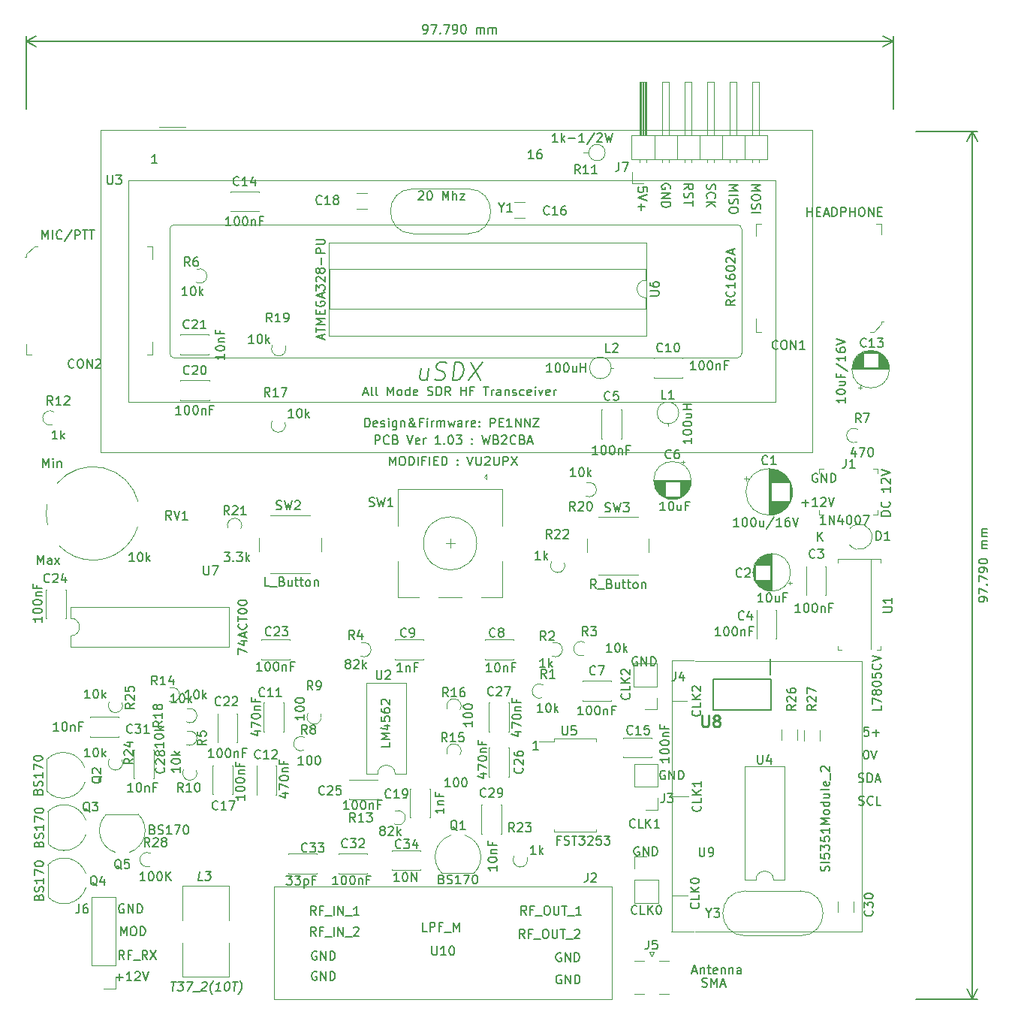
<source format=gto>
G04 #@! TF.GenerationSoftware,KiCad,Pcbnew,(5.1.6)-1*
G04 #@! TF.CreationDate,2020-07-28T21:05:54+05:30*
G04 #@! TF.ProjectId,SDR_SSB,5344525f-5353-4422-9e6b-696361645f70,rev?*
G04 #@! TF.SameCoordinates,Original*
G04 #@! TF.FileFunction,Legend,Top*
G04 #@! TF.FilePolarity,Positive*
%FSLAX46Y46*%
G04 Gerber Fmt 4.6, Leading zero omitted, Abs format (unit mm)*
G04 Created by KiCad (PCBNEW (5.1.6)-1) date 2020-07-28 21:05:54*
%MOMM*%
%LPD*%
G01*
G04 APERTURE LIST*
%ADD10C,0.150000*%
%ADD11C,0.120000*%
%ADD12C,0.200000*%
%ADD13C,0.100000*%
%ADD14C,0.254000*%
G04 APERTURE END LIST*
D10*
X186642523Y211126438D02*
X186785380Y211078819D01*
X187023476Y211078819D01*
X187118714Y211126438D01*
X187166333Y211174057D01*
X187213952Y211269295D01*
X187213952Y211364533D01*
X187166333Y211459771D01*
X187118714Y211507390D01*
X187023476Y211555009D01*
X186833000Y211602628D01*
X186737761Y211650247D01*
X186690142Y211697866D01*
X186642523Y211793104D01*
X186642523Y211888342D01*
X186690142Y211983580D01*
X186737761Y212031200D01*
X186833000Y212078819D01*
X187071095Y212078819D01*
X187213952Y212031200D01*
X188213952Y211174057D02*
X188166333Y211126438D01*
X188023476Y211078819D01*
X187928238Y211078819D01*
X187785380Y211126438D01*
X187690142Y211221676D01*
X187642523Y211316914D01*
X187594904Y211507390D01*
X187594904Y211650247D01*
X187642523Y211840723D01*
X187690142Y211935961D01*
X187785380Y212031200D01*
X187928238Y212078819D01*
X188023476Y212078819D01*
X188166333Y212031200D01*
X188213952Y211983580D01*
X189118714Y211078819D02*
X188642523Y211078819D01*
X188642523Y212078819D01*
X186593314Y213691838D02*
X186736171Y213644219D01*
X186974266Y213644219D01*
X187069504Y213691838D01*
X187117123Y213739457D01*
X187164742Y213834695D01*
X187164742Y213929933D01*
X187117123Y214025171D01*
X187069504Y214072790D01*
X186974266Y214120409D01*
X186783790Y214168028D01*
X186688552Y214215647D01*
X186640933Y214263266D01*
X186593314Y214358504D01*
X186593314Y214453742D01*
X186640933Y214548980D01*
X186688552Y214596600D01*
X186783790Y214644219D01*
X187021885Y214644219D01*
X187164742Y214596600D01*
X187593314Y213644219D02*
X187593314Y214644219D01*
X187831409Y214644219D01*
X187974266Y214596600D01*
X188069504Y214501361D01*
X188117123Y214406123D01*
X188164742Y214215647D01*
X188164742Y214072790D01*
X188117123Y213882314D01*
X188069504Y213787076D01*
X187974266Y213691838D01*
X187831409Y213644219D01*
X187593314Y213644219D01*
X188545695Y213929933D02*
X189021885Y213929933D01*
X188450457Y213644219D02*
X188783790Y214644219D01*
X189117123Y213644219D01*
X187407609Y217260419D02*
X187502847Y217260419D01*
X187598085Y217212800D01*
X187645704Y217165180D01*
X187693323Y217069942D01*
X187740942Y216879466D01*
X187740942Y216641371D01*
X187693323Y216450895D01*
X187645704Y216355657D01*
X187598085Y216308038D01*
X187502847Y216260419D01*
X187407609Y216260419D01*
X187312371Y216308038D01*
X187264752Y216355657D01*
X187217133Y216450895D01*
X187169514Y216641371D01*
X187169514Y216879466D01*
X187217133Y217069942D01*
X187264752Y217165180D01*
X187312371Y217212800D01*
X187407609Y217260419D01*
X188026657Y217260419D02*
X188359990Y216260419D01*
X188693323Y217260419D01*
X187706047Y219851219D02*
X187229857Y219851219D01*
X187182238Y219375028D01*
X187229857Y219422647D01*
X187325095Y219470266D01*
X187563190Y219470266D01*
X187658428Y219422647D01*
X187706047Y219375028D01*
X187753666Y219279790D01*
X187753666Y219041695D01*
X187706047Y218946457D01*
X187658428Y218898838D01*
X187563190Y218851219D01*
X187325095Y218851219D01*
X187229857Y218898838D01*
X187182238Y218946457D01*
X188182238Y219232171D02*
X188944142Y219232171D01*
X188563190Y218851219D02*
X188563190Y219613123D01*
X165346000Y280542904D02*
X165393619Y280638142D01*
X165393619Y280781000D01*
X165346000Y280923857D01*
X165250761Y281019095D01*
X165155523Y281066714D01*
X164965047Y281114333D01*
X164822190Y281114333D01*
X164631714Y281066714D01*
X164536476Y281019095D01*
X164441238Y280923857D01*
X164393619Y280781000D01*
X164393619Y280685761D01*
X164441238Y280542904D01*
X164488857Y280495285D01*
X164822190Y280495285D01*
X164822190Y280685761D01*
X164393619Y280066714D02*
X165393619Y280066714D01*
X164393619Y279495285D01*
X165393619Y279495285D01*
X164393619Y279019095D02*
X165393619Y279019095D01*
X165393619Y278781000D01*
X165346000Y278638142D01*
X165250761Y278542904D01*
X165155523Y278495285D01*
X164965047Y278447666D01*
X164822190Y278447666D01*
X164631714Y278495285D01*
X164536476Y278542904D01*
X164441238Y278638142D01*
X164393619Y278781000D01*
X164393619Y279019095D01*
X174553619Y280971428D02*
X175553619Y280971428D01*
X174839333Y280638095D01*
X175553619Y280304761D01*
X174553619Y280304761D01*
X175553619Y279638095D02*
X175553619Y279447619D01*
X175506000Y279352380D01*
X175410761Y279257142D01*
X175220285Y279209523D01*
X174886952Y279209523D01*
X174696476Y279257142D01*
X174601238Y279352380D01*
X174553619Y279447619D01*
X174553619Y279638095D01*
X174601238Y279733333D01*
X174696476Y279828571D01*
X174886952Y279876190D01*
X175220285Y279876190D01*
X175410761Y279828571D01*
X175506000Y279733333D01*
X175553619Y279638095D01*
X174601238Y278828571D02*
X174553619Y278685714D01*
X174553619Y278447619D01*
X174601238Y278352380D01*
X174648857Y278304761D01*
X174744095Y278257142D01*
X174839333Y278257142D01*
X174934571Y278304761D01*
X174982190Y278352380D01*
X175029809Y278447619D01*
X175077428Y278638095D01*
X175125047Y278733333D01*
X175172666Y278780952D01*
X175267904Y278828571D01*
X175363142Y278828571D01*
X175458380Y278780952D01*
X175506000Y278733333D01*
X175553619Y278638095D01*
X175553619Y278400000D01*
X175506000Y278257142D01*
X174553619Y277828571D02*
X175553619Y277828571D01*
X172013619Y280971428D02*
X173013619Y280971428D01*
X172299333Y280638095D01*
X173013619Y280304761D01*
X172013619Y280304761D01*
X172013619Y279828571D02*
X173013619Y279828571D01*
X172061238Y279400000D02*
X172013619Y279257142D01*
X172013619Y279019047D01*
X172061238Y278923809D01*
X172108857Y278876190D01*
X172204095Y278828571D01*
X172299333Y278828571D01*
X172394571Y278876190D01*
X172442190Y278923809D01*
X172489809Y279019047D01*
X172537428Y279209523D01*
X172585047Y279304761D01*
X172632666Y279352380D01*
X172727904Y279400000D01*
X172823142Y279400000D01*
X172918380Y279352380D01*
X172966000Y279304761D01*
X173013619Y279209523D01*
X173013619Y278971428D01*
X172966000Y278828571D01*
X173013619Y278209523D02*
X173013619Y278019047D01*
X172966000Y277923809D01*
X172870761Y277828571D01*
X172680285Y277780952D01*
X172346952Y277780952D01*
X172156476Y277828571D01*
X172061238Y277923809D01*
X172013619Y278019047D01*
X172013619Y278209523D01*
X172061238Y278304761D01*
X172156476Y278400000D01*
X172346952Y278447619D01*
X172680285Y278447619D01*
X172870761Y278400000D01*
X172966000Y278304761D01*
X173013619Y278209523D01*
X169521238Y281066714D02*
X169473619Y280923857D01*
X169473619Y280685761D01*
X169521238Y280590523D01*
X169568857Y280542904D01*
X169664095Y280495285D01*
X169759333Y280495285D01*
X169854571Y280542904D01*
X169902190Y280590523D01*
X169949809Y280685761D01*
X169997428Y280876238D01*
X170045047Y280971476D01*
X170092666Y281019095D01*
X170187904Y281066714D01*
X170283142Y281066714D01*
X170378380Y281019095D01*
X170426000Y280971476D01*
X170473619Y280876238D01*
X170473619Y280638142D01*
X170426000Y280495285D01*
X169568857Y279495285D02*
X169521238Y279542904D01*
X169473619Y279685761D01*
X169473619Y279781000D01*
X169521238Y279923857D01*
X169616476Y280019095D01*
X169711714Y280066714D01*
X169902190Y280114333D01*
X170045047Y280114333D01*
X170235523Y280066714D01*
X170330761Y280019095D01*
X170426000Y279923857D01*
X170473619Y279781000D01*
X170473619Y279685761D01*
X170426000Y279542904D01*
X170378380Y279495285D01*
X169473619Y279066714D02*
X170473619Y279066714D01*
X169473619Y278495285D02*
X170045047Y278923857D01*
X170473619Y278495285D02*
X169902190Y279066714D01*
X166933619Y280455619D02*
X167409809Y280788952D01*
X166933619Y281027047D02*
X167933619Y281027047D01*
X167933619Y280646095D01*
X167886000Y280550857D01*
X167838380Y280503238D01*
X167743142Y280455619D01*
X167600285Y280455619D01*
X167505047Y280503238D01*
X167457428Y280550857D01*
X167409809Y280646095D01*
X167409809Y281027047D01*
X166981238Y280074666D02*
X166933619Y279931809D01*
X166933619Y279693714D01*
X166981238Y279598476D01*
X167028857Y279550857D01*
X167124095Y279503238D01*
X167219333Y279503238D01*
X167314571Y279550857D01*
X167362190Y279598476D01*
X167409809Y279693714D01*
X167457428Y279884190D01*
X167505047Y279979428D01*
X167552666Y280027047D01*
X167647904Y280074666D01*
X167743142Y280074666D01*
X167838380Y280027047D01*
X167886000Y279979428D01*
X167933619Y279884190D01*
X167933619Y279646095D01*
X167886000Y279503238D01*
X167933619Y279217523D02*
X167933619Y278646095D01*
X166933619Y278931809D02*
X167933619Y278931809D01*
X162726619Y280209523D02*
X162726619Y280685714D01*
X162250428Y280733333D01*
X162298047Y280685714D01*
X162345666Y280590476D01*
X162345666Y280352380D01*
X162298047Y280257142D01*
X162250428Y280209523D01*
X162155190Y280161904D01*
X161917095Y280161904D01*
X161821857Y280209523D01*
X161774238Y280257142D01*
X161726619Y280352380D01*
X161726619Y280590476D01*
X161774238Y280685714D01*
X161821857Y280733333D01*
X162726619Y279876190D02*
X161726619Y279542857D01*
X162726619Y279209523D01*
X162107571Y278876190D02*
X162107571Y278114285D01*
X161726619Y278495238D02*
X162488523Y278495238D01*
X103733695Y199864600D02*
X103638457Y199912219D01*
X103495600Y199912219D01*
X103352742Y199864600D01*
X103257504Y199769361D01*
X103209885Y199674123D01*
X103162266Y199483647D01*
X103162266Y199340790D01*
X103209885Y199150314D01*
X103257504Y199055076D01*
X103352742Y198959838D01*
X103495600Y198912219D01*
X103590838Y198912219D01*
X103733695Y198959838D01*
X103781314Y199007457D01*
X103781314Y199340790D01*
X103590838Y199340790D01*
X104209885Y198912219D02*
X104209885Y199912219D01*
X104781314Y198912219D01*
X104781314Y199912219D01*
X105257504Y198912219D02*
X105257504Y199912219D01*
X105495600Y199912219D01*
X105638457Y199864600D01*
X105733695Y199769361D01*
X105781314Y199674123D01*
X105828933Y199483647D01*
X105828933Y199340790D01*
X105781314Y199150314D01*
X105733695Y199055076D01*
X105638457Y198959838D01*
X105495600Y198912219D01*
X105257504Y198912219D01*
X103392457Y196372219D02*
X103392457Y197372219D01*
X103725790Y196657933D01*
X104059123Y197372219D01*
X104059123Y196372219D01*
X104725790Y197372219D02*
X104916266Y197372219D01*
X105011504Y197324600D01*
X105106742Y197229361D01*
X105154361Y197038885D01*
X105154361Y196705552D01*
X105106742Y196515076D01*
X105011504Y196419838D01*
X104916266Y196372219D01*
X104725790Y196372219D01*
X104630552Y196419838D01*
X104535314Y196515076D01*
X104487695Y196705552D01*
X104487695Y197038885D01*
X104535314Y197229361D01*
X104630552Y197324600D01*
X104725790Y197372219D01*
X105582933Y196372219D02*
X105582933Y197372219D01*
X105821028Y197372219D01*
X105963885Y197324600D01*
X106059123Y197229361D01*
X106106742Y197134123D01*
X106154361Y196943647D01*
X106154361Y196800790D01*
X106106742Y196610314D01*
X106059123Y196515076D01*
X105963885Y196419838D01*
X105821028Y196372219D01*
X105582933Y196372219D01*
X103781409Y193705219D02*
X103448076Y194181409D01*
X103209980Y193705219D02*
X103209980Y194705219D01*
X103590933Y194705219D01*
X103686171Y194657600D01*
X103733790Y194609980D01*
X103781409Y194514742D01*
X103781409Y194371885D01*
X103733790Y194276647D01*
X103686171Y194229028D01*
X103590933Y194181409D01*
X103209980Y194181409D01*
X104543314Y194229028D02*
X104209980Y194229028D01*
X104209980Y193705219D02*
X104209980Y194705219D01*
X104686171Y194705219D01*
X104829028Y193609980D02*
X105590933Y193609980D01*
X106400457Y193705219D02*
X106067123Y194181409D01*
X105829028Y193705219D02*
X105829028Y194705219D01*
X106209980Y194705219D01*
X106305219Y194657600D01*
X106352838Y194609980D01*
X106400457Y194514742D01*
X106400457Y194371885D01*
X106352838Y194276647D01*
X106305219Y194229028D01*
X106209980Y194181409D01*
X105829028Y194181409D01*
X106733790Y194705219D02*
X107400457Y193705219D01*
X107400457Y194705219D02*
X106733790Y193705219D01*
X102860695Y191673171D02*
X103622600Y191673171D01*
X103241647Y191292219D02*
X103241647Y192054123D01*
X104622600Y191292219D02*
X104051171Y191292219D01*
X104336885Y191292219D02*
X104336885Y192292219D01*
X104241647Y192149361D01*
X104146409Y192054123D01*
X104051171Y192006504D01*
X105003552Y192196980D02*
X105051171Y192244600D01*
X105146409Y192292219D01*
X105384504Y192292219D01*
X105479742Y192244600D01*
X105527361Y192196980D01*
X105574980Y192101742D01*
X105574980Y192006504D01*
X105527361Y191863647D01*
X104955933Y191292219D01*
X105574980Y191292219D01*
X105860695Y192292219D02*
X106194028Y191292219D01*
X106527361Y192292219D01*
X133706342Y249360019D02*
X133706342Y250360019D01*
X134039676Y249645733D01*
X134373009Y250360019D01*
X134373009Y249360019D01*
X135039676Y250360019D02*
X135230152Y250360019D01*
X135325390Y250312400D01*
X135420628Y250217161D01*
X135468247Y250026685D01*
X135468247Y249693352D01*
X135420628Y249502876D01*
X135325390Y249407638D01*
X135230152Y249360019D01*
X135039676Y249360019D01*
X134944438Y249407638D01*
X134849200Y249502876D01*
X134801580Y249693352D01*
X134801580Y250026685D01*
X134849200Y250217161D01*
X134944438Y250312400D01*
X135039676Y250360019D01*
X135896819Y249360019D02*
X135896819Y250360019D01*
X136134914Y250360019D01*
X136277771Y250312400D01*
X136373009Y250217161D01*
X136420628Y250121923D01*
X136468247Y249931447D01*
X136468247Y249788590D01*
X136420628Y249598114D01*
X136373009Y249502876D01*
X136277771Y249407638D01*
X136134914Y249360019D01*
X135896819Y249360019D01*
X136896819Y249360019D02*
X136896819Y250360019D01*
X137706342Y249883828D02*
X137373009Y249883828D01*
X137373009Y249360019D02*
X137373009Y250360019D01*
X137849200Y250360019D01*
X138230152Y249360019D02*
X138230152Y250360019D01*
X138706342Y249883828D02*
X139039676Y249883828D01*
X139182533Y249360019D02*
X138706342Y249360019D01*
X138706342Y250360019D01*
X139182533Y250360019D01*
X139611104Y249360019D02*
X139611104Y250360019D01*
X139849200Y250360019D01*
X139992057Y250312400D01*
X140087295Y250217161D01*
X140134914Y250121923D01*
X140182533Y249931447D01*
X140182533Y249788590D01*
X140134914Y249598114D01*
X140087295Y249502876D01*
X139992057Y249407638D01*
X139849200Y249360019D01*
X139611104Y249360019D01*
X141373009Y249455257D02*
X141420628Y249407638D01*
X141373009Y249360019D01*
X141325390Y249407638D01*
X141373009Y249455257D01*
X141373009Y249360019D01*
X141373009Y249979066D02*
X141420628Y249931447D01*
X141373009Y249883828D01*
X141325390Y249931447D01*
X141373009Y249979066D01*
X141373009Y249883828D01*
X142468247Y250360019D02*
X142801580Y249360019D01*
X143134914Y250360019D01*
X143468247Y250360019D02*
X143468247Y249550495D01*
X143515866Y249455257D01*
X143563485Y249407638D01*
X143658723Y249360019D01*
X143849200Y249360019D01*
X143944438Y249407638D01*
X143992057Y249455257D01*
X144039676Y249550495D01*
X144039676Y250360019D01*
X144468247Y250264780D02*
X144515866Y250312400D01*
X144611104Y250360019D01*
X144849200Y250360019D01*
X144944438Y250312400D01*
X144992057Y250264780D01*
X145039676Y250169542D01*
X145039676Y250074304D01*
X144992057Y249931447D01*
X144420628Y249360019D01*
X145039676Y249360019D01*
X145468247Y250360019D02*
X145468247Y249550495D01*
X145515866Y249455257D01*
X145563485Y249407638D01*
X145658723Y249360019D01*
X145849200Y249360019D01*
X145944438Y249407638D01*
X145992057Y249455257D01*
X146039676Y249550495D01*
X146039676Y250360019D01*
X146515866Y249360019D02*
X146515866Y250360019D01*
X146896819Y250360019D01*
X146992057Y250312400D01*
X147039676Y250264780D01*
X147087295Y250169542D01*
X147087295Y250026685D01*
X147039676Y249931447D01*
X146992057Y249883828D01*
X146896819Y249836209D01*
X146515866Y249836209D01*
X147420628Y250360019D02*
X148087295Y249360019D01*
X148087295Y250360019D02*
X147420628Y249360019D01*
X94008723Y238231419D02*
X94008723Y239231419D01*
X94342057Y238517133D01*
X94675390Y239231419D01*
X94675390Y238231419D01*
X95580152Y238231419D02*
X95580152Y238755228D01*
X95532533Y238850466D01*
X95437295Y238898085D01*
X95246819Y238898085D01*
X95151580Y238850466D01*
X95580152Y238279038D02*
X95484914Y238231419D01*
X95246819Y238231419D01*
X95151580Y238279038D01*
X95103961Y238374276D01*
X95103961Y238469514D01*
X95151580Y238564752D01*
X95246819Y238612371D01*
X95484914Y238612371D01*
X95580152Y238659990D01*
X95961104Y238231419D02*
X96484914Y238898085D01*
X95961104Y238898085D02*
X96484914Y238231419D01*
X94626190Y249153419D02*
X94626190Y250153419D01*
X94959523Y249439133D01*
X95292857Y250153419D01*
X95292857Y249153419D01*
X95769047Y249153419D02*
X95769047Y249820085D01*
X95769047Y250153419D02*
X95721428Y250105800D01*
X95769047Y250058180D01*
X95816666Y250105800D01*
X95769047Y250153419D01*
X95769047Y250058180D01*
X96245238Y249820085D02*
X96245238Y249153419D01*
X96245238Y249724847D02*
X96292857Y249772466D01*
X96388095Y249820085D01*
X96530952Y249820085D01*
X96626190Y249772466D01*
X96673809Y249677228D01*
X96673809Y249153419D01*
X149939523Y283927619D02*
X149368095Y283927619D01*
X149653809Y283927619D02*
X149653809Y284927619D01*
X149558571Y284784761D01*
X149463333Y284689523D01*
X149368095Y284641904D01*
X150796666Y284927619D02*
X150606190Y284927619D01*
X150510952Y284880000D01*
X150463333Y284832380D01*
X150368095Y284689523D01*
X150320476Y284499047D01*
X150320476Y284118095D01*
X150368095Y284022857D01*
X150415714Y283975238D01*
X150510952Y283927619D01*
X150701428Y283927619D01*
X150796666Y283975238D01*
X150844285Y284022857D01*
X150891904Y284118095D01*
X150891904Y284356190D01*
X150844285Y284451428D01*
X150796666Y284499047D01*
X150701428Y284546666D01*
X150510952Y284546666D01*
X150415714Y284499047D01*
X150368095Y284451428D01*
X150320476Y284356190D01*
X107485714Y283427619D02*
X106914285Y283427619D01*
X107200000Y283427619D02*
X107200000Y284427619D01*
X107104761Y284284761D01*
X107009523Y284189523D01*
X106914285Y284141904D01*
X161838095Y206320000D02*
X161742857Y206367619D01*
X161600000Y206367619D01*
X161457142Y206320000D01*
X161361904Y206224761D01*
X161314285Y206129523D01*
X161266666Y205939047D01*
X161266666Y205796190D01*
X161314285Y205605714D01*
X161361904Y205510476D01*
X161457142Y205415238D01*
X161600000Y205367619D01*
X161695238Y205367619D01*
X161838095Y205415238D01*
X161885714Y205462857D01*
X161885714Y205796190D01*
X161695238Y205796190D01*
X162314285Y205367619D02*
X162314285Y206367619D01*
X162885714Y205367619D01*
X162885714Y206367619D01*
X163361904Y205367619D02*
X163361904Y206367619D01*
X163600000Y206367619D01*
X163742857Y206320000D01*
X163838095Y206224761D01*
X163885714Y206129523D01*
X163933333Y205939047D01*
X163933333Y205796190D01*
X163885714Y205605714D01*
X163838095Y205510476D01*
X163742857Y205415238D01*
X163600000Y205367619D01*
X163361904Y205367619D01*
X164769895Y214926800D02*
X164674657Y214974419D01*
X164531800Y214974419D01*
X164388942Y214926800D01*
X164293704Y214831561D01*
X164246085Y214736323D01*
X164198466Y214545847D01*
X164198466Y214402990D01*
X164246085Y214212514D01*
X164293704Y214117276D01*
X164388942Y214022038D01*
X164531800Y213974419D01*
X164627038Y213974419D01*
X164769895Y214022038D01*
X164817514Y214069657D01*
X164817514Y214402990D01*
X164627038Y214402990D01*
X165246085Y213974419D02*
X165246085Y214974419D01*
X165817514Y213974419D01*
X165817514Y214974419D01*
X166293704Y213974419D02*
X166293704Y214974419D01*
X166531800Y214974419D01*
X166674657Y214926800D01*
X166769895Y214831561D01*
X166817514Y214736323D01*
X166865133Y214545847D01*
X166865133Y214402990D01*
X166817514Y214212514D01*
X166769895Y214117276D01*
X166674657Y214022038D01*
X166531800Y213974419D01*
X166293704Y213974419D01*
X161638095Y227730000D02*
X161542857Y227777619D01*
X161400000Y227777619D01*
X161257142Y227730000D01*
X161161904Y227634761D01*
X161114285Y227539523D01*
X161066666Y227349047D01*
X161066666Y227206190D01*
X161114285Y227015714D01*
X161161904Y226920476D01*
X161257142Y226825238D01*
X161400000Y226777619D01*
X161495238Y226777619D01*
X161638095Y226825238D01*
X161685714Y226872857D01*
X161685714Y227206190D01*
X161495238Y227206190D01*
X162114285Y226777619D02*
X162114285Y227777619D01*
X162685714Y226777619D01*
X162685714Y227777619D01*
X163161904Y226777619D02*
X163161904Y227777619D01*
X163400000Y227777619D01*
X163542857Y227730000D01*
X163638095Y227634761D01*
X163685714Y227539523D01*
X163733333Y227349047D01*
X163733333Y227206190D01*
X163685714Y227015714D01*
X163638095Y226920476D01*
X163542857Y226825238D01*
X163400000Y226777619D01*
X163161904Y226777619D01*
X168945085Y190628638D02*
X169087942Y190581019D01*
X169326038Y190581019D01*
X169421276Y190628638D01*
X169468895Y190676257D01*
X169516514Y190771495D01*
X169516514Y190866733D01*
X169468895Y190961971D01*
X169421276Y191009590D01*
X169326038Y191057209D01*
X169135561Y191104828D01*
X169040323Y191152447D01*
X168992704Y191200066D01*
X168945085Y191295304D01*
X168945085Y191390542D01*
X168992704Y191485780D01*
X169040323Y191533400D01*
X169135561Y191581019D01*
X169373657Y191581019D01*
X169516514Y191533400D01*
X169945085Y190581019D02*
X169945085Y191581019D01*
X170278419Y190866733D01*
X170611752Y191581019D01*
X170611752Y190581019D01*
X171040323Y190866733D02*
X171516514Y190866733D01*
X170945085Y190581019D02*
X171278419Y191581019D01*
X171611752Y190581019D01*
X181938095Y248400000D02*
X181842857Y248447619D01*
X181700000Y248447619D01*
X181557142Y248400000D01*
X181461904Y248304761D01*
X181414285Y248209523D01*
X181366666Y248019047D01*
X181366666Y247876190D01*
X181414285Y247685714D01*
X181461904Y247590476D01*
X181557142Y247495238D01*
X181700000Y247447619D01*
X181795238Y247447619D01*
X181938095Y247495238D01*
X181985714Y247542857D01*
X181985714Y247876190D01*
X181795238Y247876190D01*
X182414285Y247447619D02*
X182414285Y248447619D01*
X182985714Y247447619D01*
X182985714Y248447619D01*
X183461904Y247447619D02*
X183461904Y248447619D01*
X183700000Y248447619D01*
X183842857Y248400000D01*
X183938095Y248304761D01*
X183985714Y248209523D01*
X184033333Y248019047D01*
X184033333Y247876190D01*
X183985714Y247685714D01*
X183938095Y247590476D01*
X183842857Y247495238D01*
X183700000Y247447619D01*
X183461904Y247447619D01*
X180203695Y245140171D02*
X180965600Y245140171D01*
X180584647Y244759219D02*
X180584647Y245521123D01*
X181965600Y244759219D02*
X181394171Y244759219D01*
X181679885Y244759219D02*
X181679885Y245759219D01*
X181584647Y245616361D01*
X181489409Y245521123D01*
X181394171Y245473504D01*
X182346552Y245663980D02*
X182394171Y245711600D01*
X182489409Y245759219D01*
X182727504Y245759219D01*
X182822742Y245711600D01*
X182870361Y245663980D01*
X182917980Y245568742D01*
X182917980Y245473504D01*
X182870361Y245330647D01*
X182298933Y244759219D01*
X182917980Y244759219D01*
X183203695Y245759219D02*
X183537028Y244759219D01*
X183870361Y245759219D01*
X150485714Y217347619D02*
X149914285Y217347619D01*
X150200000Y217347619D02*
X150200000Y218347619D01*
X150104761Y218204761D01*
X150009523Y218109523D01*
X149914285Y218061904D01*
X132066666Y251747619D02*
X132066666Y252747619D01*
X132447619Y252747619D01*
X132542857Y252700000D01*
X132590476Y252652380D01*
X132638095Y252557142D01*
X132638095Y252414285D01*
X132590476Y252319047D01*
X132542857Y252271428D01*
X132447619Y252223809D01*
X132066666Y252223809D01*
X133638095Y251842857D02*
X133590476Y251795238D01*
X133447619Y251747619D01*
X133352380Y251747619D01*
X133209523Y251795238D01*
X133114285Y251890476D01*
X133066666Y251985714D01*
X133019047Y252176190D01*
X133019047Y252319047D01*
X133066666Y252509523D01*
X133114285Y252604761D01*
X133209523Y252700000D01*
X133352380Y252747619D01*
X133447619Y252747619D01*
X133590476Y252700000D01*
X133638095Y252652380D01*
X134400000Y252271428D02*
X134542857Y252223809D01*
X134590476Y252176190D01*
X134638095Y252080952D01*
X134638095Y251938095D01*
X134590476Y251842857D01*
X134542857Y251795238D01*
X134447619Y251747619D01*
X134066666Y251747619D01*
X134066666Y252747619D01*
X134400000Y252747619D01*
X134495238Y252700000D01*
X134542857Y252652380D01*
X134590476Y252557142D01*
X134590476Y252461904D01*
X134542857Y252366666D01*
X134495238Y252319047D01*
X134400000Y252271428D01*
X134066666Y252271428D01*
X135685714Y252747619D02*
X136019047Y251747619D01*
X136352380Y252747619D01*
X137066666Y251795238D02*
X136971428Y251747619D01*
X136780952Y251747619D01*
X136685714Y251795238D01*
X136638095Y251890476D01*
X136638095Y252271428D01*
X136685714Y252366666D01*
X136780952Y252414285D01*
X136971428Y252414285D01*
X137066666Y252366666D01*
X137114285Y252271428D01*
X137114285Y252176190D01*
X136638095Y252080952D01*
X137542857Y251747619D02*
X137542857Y252414285D01*
X137542857Y252223809D02*
X137590476Y252319047D01*
X137638095Y252366666D01*
X137733333Y252414285D01*
X137828571Y252414285D01*
X139447619Y251747619D02*
X138876190Y251747619D01*
X139161904Y251747619D02*
X139161904Y252747619D01*
X139066666Y252604761D01*
X138971428Y252509523D01*
X138876190Y252461904D01*
X139876190Y251842857D02*
X139923809Y251795238D01*
X139876190Y251747619D01*
X139828571Y251795238D01*
X139876190Y251842857D01*
X139876190Y251747619D01*
X140542857Y252747619D02*
X140638095Y252747619D01*
X140733333Y252700000D01*
X140780952Y252652380D01*
X140828571Y252557142D01*
X140876190Y252366666D01*
X140876190Y252128571D01*
X140828571Y251938095D01*
X140780952Y251842857D01*
X140733333Y251795238D01*
X140638095Y251747619D01*
X140542857Y251747619D01*
X140447619Y251795238D01*
X140400000Y251842857D01*
X140352380Y251938095D01*
X140304761Y252128571D01*
X140304761Y252366666D01*
X140352380Y252557142D01*
X140400000Y252652380D01*
X140447619Y252700000D01*
X140542857Y252747619D01*
X141209523Y252747619D02*
X141828571Y252747619D01*
X141495238Y252366666D01*
X141638095Y252366666D01*
X141733333Y252319047D01*
X141780952Y252271428D01*
X141828571Y252176190D01*
X141828571Y251938095D01*
X141780952Y251842857D01*
X141733333Y251795238D01*
X141638095Y251747619D01*
X141352380Y251747619D01*
X141257142Y251795238D01*
X141209523Y251842857D01*
X143019047Y251842857D02*
X143066666Y251795238D01*
X143019047Y251747619D01*
X142971428Y251795238D01*
X143019047Y251842857D01*
X143019047Y251747619D01*
X143019047Y252366666D02*
X143066666Y252319047D01*
X143019047Y252271428D01*
X142971428Y252319047D01*
X143019047Y252366666D01*
X143019047Y252271428D01*
X144161904Y252747619D02*
X144400000Y251747619D01*
X144590476Y252461904D01*
X144780952Y251747619D01*
X145019047Y252747619D01*
X145733333Y252271428D02*
X145876190Y252223809D01*
X145923809Y252176190D01*
X145971428Y252080952D01*
X145971428Y251938095D01*
X145923809Y251842857D01*
X145876190Y251795238D01*
X145780952Y251747619D01*
X145400000Y251747619D01*
X145400000Y252747619D01*
X145733333Y252747619D01*
X145828571Y252700000D01*
X145876190Y252652380D01*
X145923809Y252557142D01*
X145923809Y252461904D01*
X145876190Y252366666D01*
X145828571Y252319047D01*
X145733333Y252271428D01*
X145400000Y252271428D01*
X146352380Y252652380D02*
X146400000Y252700000D01*
X146495238Y252747619D01*
X146733333Y252747619D01*
X146828571Y252700000D01*
X146876190Y252652380D01*
X146923809Y252557142D01*
X146923809Y252461904D01*
X146876190Y252319047D01*
X146304761Y251747619D01*
X146923809Y251747619D01*
X147923809Y251842857D02*
X147876190Y251795238D01*
X147733333Y251747619D01*
X147638095Y251747619D01*
X147495238Y251795238D01*
X147400000Y251890476D01*
X147352380Y251985714D01*
X147304761Y252176190D01*
X147304761Y252319047D01*
X147352380Y252509523D01*
X147400000Y252604761D01*
X147495238Y252700000D01*
X147638095Y252747619D01*
X147733333Y252747619D01*
X147876190Y252700000D01*
X147923809Y252652380D01*
X148685714Y252271428D02*
X148828571Y252223809D01*
X148876190Y252176190D01*
X148923809Y252080952D01*
X148923809Y251938095D01*
X148876190Y251842857D01*
X148828571Y251795238D01*
X148733333Y251747619D01*
X148352380Y251747619D01*
X148352380Y252747619D01*
X148685714Y252747619D01*
X148780952Y252700000D01*
X148828571Y252652380D01*
X148876190Y252557142D01*
X148876190Y252461904D01*
X148828571Y252366666D01*
X148780952Y252319047D01*
X148685714Y252271428D01*
X148352380Y252271428D01*
X149304761Y252033333D02*
X149780952Y252033333D01*
X149209523Y251747619D02*
X149542857Y252747619D01*
X149876190Y251747619D01*
X130924285Y253687619D02*
X130924285Y254687619D01*
X131162380Y254687619D01*
X131305238Y254640000D01*
X131400476Y254544761D01*
X131448095Y254449523D01*
X131495714Y254259047D01*
X131495714Y254116190D01*
X131448095Y253925714D01*
X131400476Y253830476D01*
X131305238Y253735238D01*
X131162380Y253687619D01*
X130924285Y253687619D01*
X132305238Y253735238D02*
X132210000Y253687619D01*
X132019523Y253687619D01*
X131924285Y253735238D01*
X131876666Y253830476D01*
X131876666Y254211428D01*
X131924285Y254306666D01*
X132019523Y254354285D01*
X132210000Y254354285D01*
X132305238Y254306666D01*
X132352857Y254211428D01*
X132352857Y254116190D01*
X131876666Y254020952D01*
X132733809Y253735238D02*
X132829047Y253687619D01*
X133019523Y253687619D01*
X133114761Y253735238D01*
X133162380Y253830476D01*
X133162380Y253878095D01*
X133114761Y253973333D01*
X133019523Y254020952D01*
X132876666Y254020952D01*
X132781428Y254068571D01*
X132733809Y254163809D01*
X132733809Y254211428D01*
X132781428Y254306666D01*
X132876666Y254354285D01*
X133019523Y254354285D01*
X133114761Y254306666D01*
X133590952Y253687619D02*
X133590952Y254354285D01*
X133590952Y254687619D02*
X133543333Y254640000D01*
X133590952Y254592380D01*
X133638571Y254640000D01*
X133590952Y254687619D01*
X133590952Y254592380D01*
X134495714Y254354285D02*
X134495714Y253544761D01*
X134448095Y253449523D01*
X134400476Y253401904D01*
X134305238Y253354285D01*
X134162380Y253354285D01*
X134067142Y253401904D01*
X134495714Y253735238D02*
X134400476Y253687619D01*
X134210000Y253687619D01*
X134114761Y253735238D01*
X134067142Y253782857D01*
X134019523Y253878095D01*
X134019523Y254163809D01*
X134067142Y254259047D01*
X134114761Y254306666D01*
X134210000Y254354285D01*
X134400476Y254354285D01*
X134495714Y254306666D01*
X134971904Y254354285D02*
X134971904Y253687619D01*
X134971904Y254259047D02*
X135019523Y254306666D01*
X135114761Y254354285D01*
X135257619Y254354285D01*
X135352857Y254306666D01*
X135400476Y254211428D01*
X135400476Y253687619D01*
X136686190Y253687619D02*
X136638571Y253687619D01*
X136543333Y253735238D01*
X136400476Y253878095D01*
X136162380Y254163809D01*
X136067142Y254306666D01*
X136019523Y254449523D01*
X136019523Y254544761D01*
X136067142Y254640000D01*
X136162380Y254687619D01*
X136210000Y254687619D01*
X136305238Y254640000D01*
X136352857Y254544761D01*
X136352857Y254497142D01*
X136305238Y254401904D01*
X136257619Y254354285D01*
X135971904Y254163809D01*
X135924285Y254116190D01*
X135876666Y254020952D01*
X135876666Y253878095D01*
X135924285Y253782857D01*
X135971904Y253735238D01*
X136067142Y253687619D01*
X136210000Y253687619D01*
X136305238Y253735238D01*
X136352857Y253782857D01*
X136495714Y253973333D01*
X136543333Y254116190D01*
X136543333Y254211428D01*
X137448095Y254211428D02*
X137114761Y254211428D01*
X137114761Y253687619D02*
X137114761Y254687619D01*
X137590952Y254687619D01*
X137971904Y253687619D02*
X137971904Y254354285D01*
X137971904Y254687619D02*
X137924285Y254640000D01*
X137971904Y254592380D01*
X138019523Y254640000D01*
X137971904Y254687619D01*
X137971904Y254592380D01*
X138448095Y253687619D02*
X138448095Y254354285D01*
X138448095Y254163809D02*
X138495714Y254259047D01*
X138543333Y254306666D01*
X138638571Y254354285D01*
X138733809Y254354285D01*
X139067142Y253687619D02*
X139067142Y254354285D01*
X139067142Y254259047D02*
X139114761Y254306666D01*
X139210000Y254354285D01*
X139352857Y254354285D01*
X139448095Y254306666D01*
X139495714Y254211428D01*
X139495714Y253687619D01*
X139495714Y254211428D02*
X139543333Y254306666D01*
X139638571Y254354285D01*
X139781428Y254354285D01*
X139876666Y254306666D01*
X139924285Y254211428D01*
X139924285Y253687619D01*
X140305238Y254354285D02*
X140495714Y253687619D01*
X140686190Y254163809D01*
X140876666Y253687619D01*
X141067142Y254354285D01*
X141876666Y253687619D02*
X141876666Y254211428D01*
X141829047Y254306666D01*
X141733809Y254354285D01*
X141543333Y254354285D01*
X141448095Y254306666D01*
X141876666Y253735238D02*
X141781428Y253687619D01*
X141543333Y253687619D01*
X141448095Y253735238D01*
X141400476Y253830476D01*
X141400476Y253925714D01*
X141448095Y254020952D01*
X141543333Y254068571D01*
X141781428Y254068571D01*
X141876666Y254116190D01*
X142352857Y253687619D02*
X142352857Y254354285D01*
X142352857Y254163809D02*
X142400476Y254259047D01*
X142448095Y254306666D01*
X142543333Y254354285D01*
X142638571Y254354285D01*
X143352857Y253735238D02*
X143257619Y253687619D01*
X143067142Y253687619D01*
X142971904Y253735238D01*
X142924285Y253830476D01*
X142924285Y254211428D01*
X142971904Y254306666D01*
X143067142Y254354285D01*
X143257619Y254354285D01*
X143352857Y254306666D01*
X143400476Y254211428D01*
X143400476Y254116190D01*
X142924285Y254020952D01*
X143829047Y253782857D02*
X143876666Y253735238D01*
X143829047Y253687619D01*
X143781428Y253735238D01*
X143829047Y253782857D01*
X143829047Y253687619D01*
X143829047Y254306666D02*
X143876666Y254259047D01*
X143829047Y254211428D01*
X143781428Y254259047D01*
X143829047Y254306666D01*
X143829047Y254211428D01*
X145067142Y253687619D02*
X145067142Y254687619D01*
X145448095Y254687619D01*
X145543333Y254640000D01*
X145590952Y254592380D01*
X145638571Y254497142D01*
X145638571Y254354285D01*
X145590952Y254259047D01*
X145543333Y254211428D01*
X145448095Y254163809D01*
X145067142Y254163809D01*
X146067142Y254211428D02*
X146400476Y254211428D01*
X146543333Y253687619D02*
X146067142Y253687619D01*
X146067142Y254687619D01*
X146543333Y254687619D01*
X147495714Y253687619D02*
X146924285Y253687619D01*
X147210000Y253687619D02*
X147210000Y254687619D01*
X147114761Y254544761D01*
X147019523Y254449523D01*
X146924285Y254401904D01*
X147924285Y253687619D02*
X147924285Y254687619D01*
X148495714Y253687619D01*
X148495714Y254687619D01*
X148971904Y253687619D02*
X148971904Y254687619D01*
X149543333Y253687619D01*
X149543333Y254687619D01*
X149924285Y254687619D02*
X150590952Y254687619D01*
X149924285Y253687619D01*
X150590952Y253687619D01*
X130766666Y257516333D02*
X131242857Y257516333D01*
X130671428Y257230619D02*
X131004761Y258230619D01*
X131338095Y257230619D01*
X131814285Y257230619D02*
X131719047Y257278238D01*
X131671428Y257373476D01*
X131671428Y258230619D01*
X132338095Y257230619D02*
X132242857Y257278238D01*
X132195238Y257373476D01*
X132195238Y258230619D01*
X133480952Y257230619D02*
X133480952Y258230619D01*
X133814285Y257516333D01*
X134147619Y258230619D01*
X134147619Y257230619D01*
X134766666Y257230619D02*
X134671428Y257278238D01*
X134623809Y257325857D01*
X134576190Y257421095D01*
X134576190Y257706809D01*
X134623809Y257802047D01*
X134671428Y257849666D01*
X134766666Y257897285D01*
X134909523Y257897285D01*
X135004761Y257849666D01*
X135052380Y257802047D01*
X135100000Y257706809D01*
X135100000Y257421095D01*
X135052380Y257325857D01*
X135004761Y257278238D01*
X134909523Y257230619D01*
X134766666Y257230619D01*
X135957142Y257230619D02*
X135957142Y258230619D01*
X135957142Y257278238D02*
X135861904Y257230619D01*
X135671428Y257230619D01*
X135576190Y257278238D01*
X135528571Y257325857D01*
X135480952Y257421095D01*
X135480952Y257706809D01*
X135528571Y257802047D01*
X135576190Y257849666D01*
X135671428Y257897285D01*
X135861904Y257897285D01*
X135957142Y257849666D01*
X136814285Y257278238D02*
X136719047Y257230619D01*
X136528571Y257230619D01*
X136433333Y257278238D01*
X136385714Y257373476D01*
X136385714Y257754428D01*
X136433333Y257849666D01*
X136528571Y257897285D01*
X136719047Y257897285D01*
X136814285Y257849666D01*
X136861904Y257754428D01*
X136861904Y257659190D01*
X136385714Y257563952D01*
X138004761Y257278238D02*
X138147619Y257230619D01*
X138385714Y257230619D01*
X138480952Y257278238D01*
X138528571Y257325857D01*
X138576190Y257421095D01*
X138576190Y257516333D01*
X138528571Y257611571D01*
X138480952Y257659190D01*
X138385714Y257706809D01*
X138195238Y257754428D01*
X138100000Y257802047D01*
X138052380Y257849666D01*
X138004761Y257944904D01*
X138004761Y258040142D01*
X138052380Y258135380D01*
X138100000Y258183000D01*
X138195238Y258230619D01*
X138433333Y258230619D01*
X138576190Y258183000D01*
X139004761Y257230619D02*
X139004761Y258230619D01*
X139242857Y258230619D01*
X139385714Y258183000D01*
X139480952Y258087761D01*
X139528571Y257992523D01*
X139576190Y257802047D01*
X139576190Y257659190D01*
X139528571Y257468714D01*
X139480952Y257373476D01*
X139385714Y257278238D01*
X139242857Y257230619D01*
X139004761Y257230619D01*
X140576190Y257230619D02*
X140242857Y257706809D01*
X140004761Y257230619D02*
X140004761Y258230619D01*
X140385714Y258230619D01*
X140480952Y258183000D01*
X140528571Y258135380D01*
X140576190Y258040142D01*
X140576190Y257897285D01*
X140528571Y257802047D01*
X140480952Y257754428D01*
X140385714Y257706809D01*
X140004761Y257706809D01*
X141766666Y257230619D02*
X141766666Y258230619D01*
X141766666Y257754428D02*
X142338095Y257754428D01*
X142338095Y257230619D02*
X142338095Y258230619D01*
X143147619Y257754428D02*
X142814285Y257754428D01*
X142814285Y257230619D02*
X142814285Y258230619D01*
X143290476Y258230619D01*
X144290476Y258230619D02*
X144861904Y258230619D01*
X144576190Y257230619D02*
X144576190Y258230619D01*
X145195238Y257230619D02*
X145195238Y257897285D01*
X145195238Y257706809D02*
X145242857Y257802047D01*
X145290476Y257849666D01*
X145385714Y257897285D01*
X145480952Y257897285D01*
X146242857Y257230619D02*
X146242857Y257754428D01*
X146195238Y257849666D01*
X146100000Y257897285D01*
X145909523Y257897285D01*
X145814285Y257849666D01*
X146242857Y257278238D02*
X146147619Y257230619D01*
X145909523Y257230619D01*
X145814285Y257278238D01*
X145766666Y257373476D01*
X145766666Y257468714D01*
X145814285Y257563952D01*
X145909523Y257611571D01*
X146147619Y257611571D01*
X146242857Y257659190D01*
X146719047Y257897285D02*
X146719047Y257230619D01*
X146719047Y257802047D02*
X146766666Y257849666D01*
X146861904Y257897285D01*
X147004761Y257897285D01*
X147100000Y257849666D01*
X147147619Y257754428D01*
X147147619Y257230619D01*
X147576190Y257278238D02*
X147671428Y257230619D01*
X147861904Y257230619D01*
X147957142Y257278238D01*
X148004761Y257373476D01*
X148004761Y257421095D01*
X147957142Y257516333D01*
X147861904Y257563952D01*
X147719047Y257563952D01*
X147623809Y257611571D01*
X147576190Y257706809D01*
X147576190Y257754428D01*
X147623809Y257849666D01*
X147719047Y257897285D01*
X147861904Y257897285D01*
X147957142Y257849666D01*
X148861904Y257278238D02*
X148766666Y257230619D01*
X148576190Y257230619D01*
X148480952Y257278238D01*
X148433333Y257325857D01*
X148385714Y257421095D01*
X148385714Y257706809D01*
X148433333Y257802047D01*
X148480952Y257849666D01*
X148576190Y257897285D01*
X148766666Y257897285D01*
X148861904Y257849666D01*
X149671428Y257278238D02*
X149576190Y257230619D01*
X149385714Y257230619D01*
X149290476Y257278238D01*
X149242857Y257373476D01*
X149242857Y257754428D01*
X149290476Y257849666D01*
X149385714Y257897285D01*
X149576190Y257897285D01*
X149671428Y257849666D01*
X149719047Y257754428D01*
X149719047Y257659190D01*
X149242857Y257563952D01*
X150147619Y257230619D02*
X150147619Y257897285D01*
X150147619Y258230619D02*
X150100000Y258183000D01*
X150147619Y258135380D01*
X150195238Y258183000D01*
X150147619Y258230619D01*
X150147619Y258135380D01*
X150528571Y257897285D02*
X150766666Y257230619D01*
X151004761Y257897285D01*
X151766666Y257278238D02*
X151671428Y257230619D01*
X151480952Y257230619D01*
X151385714Y257278238D01*
X151338095Y257373476D01*
X151338095Y257754428D01*
X151385714Y257849666D01*
X151480952Y257897285D01*
X151671428Y257897285D01*
X151766666Y257849666D01*
X151814285Y257754428D01*
X151814285Y257659190D01*
X151338095Y257563952D01*
X152242857Y257230619D02*
X152242857Y257897285D01*
X152242857Y257706809D02*
X152290476Y257802047D01*
X152338095Y257849666D01*
X152433333Y257897285D01*
X152528571Y257897285D01*
X138102693Y260328571D02*
X137936026Y258995238D01*
X137245550Y260328571D02*
X137114598Y259280952D01*
X137186026Y259090476D01*
X137364598Y258995238D01*
X137650312Y258995238D01*
X137852693Y259090476D01*
X137959836Y259185714D01*
X138805074Y259090476D02*
X139078883Y258995238D01*
X139555074Y258995238D01*
X139757455Y259090476D01*
X139864598Y259185714D01*
X139983645Y259376190D01*
X140007455Y259566666D01*
X139936026Y259757142D01*
X139852693Y259852380D01*
X139674122Y259947619D01*
X139305074Y260042857D01*
X139126502Y260138095D01*
X139043169Y260233333D01*
X138971741Y260423809D01*
X138995550Y260614285D01*
X139114598Y260804761D01*
X139221741Y260900000D01*
X139424122Y260995238D01*
X139900312Y260995238D01*
X140174122Y260900000D01*
X140793169Y258995238D02*
X141043169Y260995238D01*
X141519360Y260995238D01*
X141793169Y260900000D01*
X141959836Y260709523D01*
X142031264Y260519047D01*
X142078883Y260138095D01*
X142043169Y259852380D01*
X141900312Y259471428D01*
X141781264Y259280952D01*
X141566979Y259090476D01*
X141269360Y258995238D01*
X140793169Y258995238D01*
X142852693Y260995238D02*
X143936026Y258995238D01*
X144186026Y260995238D02*
X142602693Y258995238D01*
X137557380Y298027619D02*
X137747857Y298027619D01*
X137843095Y298075238D01*
X137890714Y298122857D01*
X137985952Y298265714D01*
X138033571Y298456190D01*
X138033571Y298837142D01*
X137985952Y298932380D01*
X137938333Y298980000D01*
X137843095Y299027619D01*
X137652619Y299027619D01*
X137557380Y298980000D01*
X137509761Y298932380D01*
X137462142Y298837142D01*
X137462142Y298599047D01*
X137509761Y298503809D01*
X137557380Y298456190D01*
X137652619Y298408571D01*
X137843095Y298408571D01*
X137938333Y298456190D01*
X137985952Y298503809D01*
X138033571Y298599047D01*
X138366904Y299027619D02*
X139033571Y299027619D01*
X138605000Y298027619D01*
X139414523Y298122857D02*
X139462142Y298075238D01*
X139414523Y298027619D01*
X139366904Y298075238D01*
X139414523Y298122857D01*
X139414523Y298027619D01*
X139795476Y299027619D02*
X140462142Y299027619D01*
X140033571Y298027619D01*
X140890714Y298027619D02*
X141081190Y298027619D01*
X141176428Y298075238D01*
X141224047Y298122857D01*
X141319285Y298265714D01*
X141366904Y298456190D01*
X141366904Y298837142D01*
X141319285Y298932380D01*
X141271666Y298980000D01*
X141176428Y299027619D01*
X140985952Y299027619D01*
X140890714Y298980000D01*
X140843095Y298932380D01*
X140795476Y298837142D01*
X140795476Y298599047D01*
X140843095Y298503809D01*
X140890714Y298456190D01*
X140985952Y298408571D01*
X141176428Y298408571D01*
X141271666Y298456190D01*
X141319285Y298503809D01*
X141366904Y298599047D01*
X141985952Y299027619D02*
X142081190Y299027619D01*
X142176428Y298980000D01*
X142224047Y298932380D01*
X142271666Y298837142D01*
X142319285Y298646666D01*
X142319285Y298408571D01*
X142271666Y298218095D01*
X142224047Y298122857D01*
X142176428Y298075238D01*
X142081190Y298027619D01*
X141985952Y298027619D01*
X141890714Y298075238D01*
X141843095Y298122857D01*
X141795476Y298218095D01*
X141747857Y298408571D01*
X141747857Y298646666D01*
X141795476Y298837142D01*
X141843095Y298932380D01*
X141890714Y298980000D01*
X141985952Y299027619D01*
X143509761Y298027619D02*
X143509761Y298694285D01*
X143509761Y298599047D02*
X143557380Y298646666D01*
X143652619Y298694285D01*
X143795476Y298694285D01*
X143890714Y298646666D01*
X143938333Y298551428D01*
X143938333Y298027619D01*
X143938333Y298551428D02*
X143985952Y298646666D01*
X144081190Y298694285D01*
X144224047Y298694285D01*
X144319285Y298646666D01*
X144366904Y298551428D01*
X144366904Y298027619D01*
X144843095Y298027619D02*
X144843095Y298694285D01*
X144843095Y298599047D02*
X144890714Y298646666D01*
X144985952Y298694285D01*
X145128809Y298694285D01*
X145224047Y298646666D01*
X145271666Y298551428D01*
X145271666Y298027619D01*
X145271666Y298551428D02*
X145319285Y298646666D01*
X145414523Y298694285D01*
X145557380Y298694285D01*
X145652619Y298646666D01*
X145700238Y298551428D01*
X145700238Y298027619D01*
X92710000Y297180000D02*
X190500000Y297180000D01*
X92710000Y289560000D02*
X92710000Y297766421D01*
X190500000Y289560000D02*
X190500000Y297766421D01*
X190500000Y297180000D02*
X189373496Y296593579D01*
X190500000Y297180000D02*
X189373496Y297766421D01*
X92710000Y297180000D02*
X93836504Y296593579D01*
X92710000Y297180000D02*
X93836504Y297766421D01*
X201142380Y234077380D02*
X201142380Y234267857D01*
X201094761Y234363095D01*
X201047142Y234410714D01*
X200904285Y234505952D01*
X200713809Y234553571D01*
X200332857Y234553571D01*
X200237619Y234505952D01*
X200190000Y234458333D01*
X200142380Y234363095D01*
X200142380Y234172619D01*
X200190000Y234077380D01*
X200237619Y234029761D01*
X200332857Y233982142D01*
X200570952Y233982142D01*
X200666190Y234029761D01*
X200713809Y234077380D01*
X200761428Y234172619D01*
X200761428Y234363095D01*
X200713809Y234458333D01*
X200666190Y234505952D01*
X200570952Y234553571D01*
X200142380Y234886904D02*
X200142380Y235553571D01*
X201142380Y235125000D01*
X201047142Y235934523D02*
X201094761Y235982142D01*
X201142380Y235934523D01*
X201094761Y235886904D01*
X201047142Y235934523D01*
X201142380Y235934523D01*
X200142380Y236315476D02*
X200142380Y236982142D01*
X201142380Y236553571D01*
X201142380Y237410714D02*
X201142380Y237601190D01*
X201094761Y237696428D01*
X201047142Y237744047D01*
X200904285Y237839285D01*
X200713809Y237886904D01*
X200332857Y237886904D01*
X200237619Y237839285D01*
X200190000Y237791666D01*
X200142380Y237696428D01*
X200142380Y237505952D01*
X200190000Y237410714D01*
X200237619Y237363095D01*
X200332857Y237315476D01*
X200570952Y237315476D01*
X200666190Y237363095D01*
X200713809Y237410714D01*
X200761428Y237505952D01*
X200761428Y237696428D01*
X200713809Y237791666D01*
X200666190Y237839285D01*
X200570952Y237886904D01*
X200142380Y238505952D02*
X200142380Y238601190D01*
X200190000Y238696428D01*
X200237619Y238744047D01*
X200332857Y238791666D01*
X200523333Y238839285D01*
X200761428Y238839285D01*
X200951904Y238791666D01*
X201047142Y238744047D01*
X201094761Y238696428D01*
X201142380Y238601190D01*
X201142380Y238505952D01*
X201094761Y238410714D01*
X201047142Y238363095D01*
X200951904Y238315476D01*
X200761428Y238267857D01*
X200523333Y238267857D01*
X200332857Y238315476D01*
X200237619Y238363095D01*
X200190000Y238410714D01*
X200142380Y238505952D01*
X201142380Y240029761D02*
X200475714Y240029761D01*
X200570952Y240029761D02*
X200523333Y240077380D01*
X200475714Y240172619D01*
X200475714Y240315476D01*
X200523333Y240410714D01*
X200618571Y240458333D01*
X201142380Y240458333D01*
X200618571Y240458333D02*
X200523333Y240505952D01*
X200475714Y240601190D01*
X200475714Y240744047D01*
X200523333Y240839285D01*
X200618571Y240886904D01*
X201142380Y240886904D01*
X201142380Y241363095D02*
X200475714Y241363095D01*
X200570952Y241363095D02*
X200523333Y241410714D01*
X200475714Y241505952D01*
X200475714Y241648809D01*
X200523333Y241744047D01*
X200618571Y241791666D01*
X201142380Y241791666D01*
X200618571Y241791666D02*
X200523333Y241839285D01*
X200475714Y241934523D01*
X200475714Y242077380D01*
X200523333Y242172619D01*
X200618571Y242220238D01*
X201142380Y242220238D01*
X199390000Y189230000D02*
X199390000Y287020000D01*
X193040000Y189230000D02*
X199976421Y189230000D01*
X193040000Y287020000D02*
X199976421Y287020000D01*
X199390000Y287020000D02*
X199976421Y285893496D01*
X199390000Y287020000D02*
X198803579Y285893496D01*
X199390000Y189230000D02*
X199976421Y190356504D01*
X199390000Y189230000D02*
X198803579Y190356504D01*
D11*
X106674895Y204177841D02*
G75*
G02*
X106771933Y205627200I-320095J749359D01*
G01*
X105355800Y210053800D02*
X101755800Y210053800D01*
X101747355Y210031484D02*
G75*
G03*
X102775800Y205753800I1808445J-1827684D01*
G01*
X105367253Y210045956D02*
G75*
G02*
X104375800Y205753800I-1811453J-1842156D01*
G01*
X139627200Y203382000D02*
X143227200Y203382000D01*
X143235645Y203404316D02*
G75*
G03*
X142207200Y207682000I-1808445J1827684D01*
G01*
X139615747Y203389844D02*
G75*
G02*
X140607200Y207682000I1811453J1842156D01*
G01*
X133983300Y205983700D02*
X137223300Y205983700D01*
X133983300Y203743700D02*
X137223300Y203743700D01*
X133983300Y205983700D02*
X133983300Y205918700D01*
X133983300Y203808700D02*
X133983300Y203743700D01*
X137223300Y205983700D02*
X137223300Y205918700D01*
X137223300Y203808700D02*
X137223300Y203743700D01*
X160976000Y283888000D02*
X176336000Y283888000D01*
X176336000Y283888000D02*
X176336000Y286548000D01*
X176336000Y286548000D02*
X160976000Y286548000D01*
X160976000Y286548000D02*
X160976000Y283888000D01*
X161926000Y286548000D02*
X161926000Y292548000D01*
X161926000Y292548000D02*
X162686000Y292548000D01*
X162686000Y292548000D02*
X162686000Y286548000D01*
X161986000Y286548000D02*
X161986000Y292548000D01*
X162106000Y286548000D02*
X162106000Y292548000D01*
X162226000Y286548000D02*
X162226000Y292548000D01*
X162346000Y286548000D02*
X162346000Y292548000D01*
X162466000Y286548000D02*
X162466000Y292548000D01*
X162586000Y286548000D02*
X162586000Y292548000D01*
X161926000Y283558000D02*
X161926000Y283888000D01*
X162686000Y283558000D02*
X162686000Y283888000D01*
X163576000Y283888000D02*
X163576000Y286548000D01*
X164466000Y286548000D02*
X164466000Y292548000D01*
X164466000Y292548000D02*
X165226000Y292548000D01*
X165226000Y292548000D02*
X165226000Y286548000D01*
X164466000Y283490929D02*
X164466000Y283888000D01*
X165226000Y283490929D02*
X165226000Y283888000D01*
X166116000Y283888000D02*
X166116000Y286548000D01*
X167006000Y286548000D02*
X167006000Y292548000D01*
X167006000Y292548000D02*
X167766000Y292548000D01*
X167766000Y292548000D02*
X167766000Y286548000D01*
X167006000Y283490929D02*
X167006000Y283888000D01*
X167766000Y283490929D02*
X167766000Y283888000D01*
X168656000Y283888000D02*
X168656000Y286548000D01*
X169546000Y286548000D02*
X169546000Y292548000D01*
X169546000Y292548000D02*
X170306000Y292548000D01*
X170306000Y292548000D02*
X170306000Y286548000D01*
X169546000Y283490929D02*
X169546000Y283888000D01*
X170306000Y283490929D02*
X170306000Y283888000D01*
X171196000Y283888000D02*
X171196000Y286548000D01*
X172086000Y286548000D02*
X172086000Y292548000D01*
X172086000Y292548000D02*
X172846000Y292548000D01*
X172846000Y292548000D02*
X172846000Y286548000D01*
X172086000Y283490929D02*
X172086000Y283888000D01*
X172846000Y283490929D02*
X172846000Y283888000D01*
X173736000Y283888000D02*
X173736000Y286548000D01*
X174626000Y286548000D02*
X174626000Y292548000D01*
X174626000Y292548000D02*
X175386000Y292548000D01*
X175386000Y292548000D02*
X175386000Y286548000D01*
X174626000Y283490929D02*
X174626000Y283888000D01*
X175386000Y283490929D02*
X175386000Y283888000D01*
X162306000Y281178000D02*
X161036000Y281178000D01*
X161036000Y281178000D02*
X161036000Y282448000D01*
X95050000Y216230000D02*
X95050000Y212630000D01*
X95072316Y212621555D02*
G75*
G03*
X99350000Y213650000I1827684J1808445D01*
G01*
X95057844Y216241453D02*
G75*
G02*
X99350000Y215250000I1842156J-1811453D01*
G01*
X102777600Y190414600D02*
X101447600Y190414600D01*
X102777600Y191744600D02*
X102777600Y190414600D01*
X102777600Y193014600D02*
X100117600Y193014600D01*
X100117600Y193014600D02*
X100117600Y200694600D01*
X102777600Y193014600D02*
X102777600Y200694600D01*
X102777600Y200694600D02*
X100117600Y200694600D01*
X173813000Y196357000D02*
X180063000Y196357000D01*
X173813000Y201407000D02*
X180063000Y201407000D01*
X180063000Y196357000D02*
G75*
G03*
X180063000Y201407000I0J2525000D01*
G01*
X173813000Y196357000D02*
G75*
G02*
X173813000Y201407000I0J2525000D01*
G01*
X173772000Y202632000D02*
X175022000Y202632000D01*
X173772000Y215452000D02*
X173772000Y202632000D01*
X178272000Y215452000D02*
X173772000Y215452000D01*
X178272000Y202632000D02*
X178272000Y215452000D01*
X177022000Y202632000D02*
X178272000Y202632000D01*
X175022000Y202632000D02*
G75*
G02*
X177022000Y202632000I1000000J0D01*
G01*
D12*
X176607000Y227545000D02*
X176607000Y225795000D01*
X170232000Y225270000D02*
X176732000Y225270000D01*
X170232000Y221770000D02*
X170232000Y225270000D01*
X176732000Y221770000D02*
X170232000Y221770000D01*
X176732000Y225270000D02*
X176732000Y221770000D01*
D11*
X182266000Y218309436D02*
X182266000Y219513564D01*
X180446000Y218309436D02*
X180446000Y219513564D01*
X179726000Y218382436D02*
X179726000Y219586564D01*
X177906000Y218382436D02*
X177906000Y219586564D01*
X186076000Y199041936D02*
X186076000Y200246064D01*
X184256000Y199041936D02*
X184256000Y200246064D01*
X131158064Y280056000D02*
X129953936Y280056000D01*
X131158064Y278236000D02*
X129953936Y278236000D01*
X147733936Y277220000D02*
X148938064Y277220000D01*
X147733936Y279040000D02*
X148938064Y279040000D01*
X143540000Y240570000D02*
G75*
G03*
X143540000Y240570000I-3000000J0D01*
G01*
X146440000Y238570000D02*
X146440000Y234470000D01*
X134640000Y234470000D02*
X134640000Y238570000D01*
X134640000Y242570000D02*
X134640000Y246670000D01*
X146440000Y242570000D02*
X146440000Y246670000D01*
X146440000Y246670000D02*
X134640000Y246670000D01*
X144340000Y248070000D02*
X144640000Y248370000D01*
X144640000Y248370000D02*
X144640000Y247770000D01*
X144640000Y247770000D02*
X144340000Y248070000D01*
X146440000Y234470000D02*
X144040000Y234470000D01*
X141840000Y234470000D02*
X139240000Y234470000D01*
X137040000Y234470000D02*
X134640000Y234470000D01*
X141040000Y240570000D02*
X140040000Y240570000D01*
X140540000Y241070000D02*
X140540000Y240070000D01*
X95150000Y210330000D02*
X95150000Y206730000D01*
X95172316Y206721555D02*
G75*
G03*
X99450000Y207750000I1827684J1808445D01*
G01*
X95157844Y210341453D02*
G75*
G02*
X99450000Y209350000I1842156J-1811453D01*
G01*
X152215000Y218280000D02*
X150550000Y218280000D01*
X152215000Y218560000D02*
X152215000Y218280000D01*
X154600000Y218560000D02*
X152215000Y218560000D01*
X156985000Y218560000D02*
X156985000Y218280000D01*
X154600000Y218560000D02*
X156985000Y218560000D01*
X152215000Y208040000D02*
X152215000Y208320000D01*
X154600000Y208040000D02*
X152215000Y208040000D01*
X156985000Y208040000D02*
X156985000Y208320000D01*
X154600000Y208040000D02*
X156985000Y208040000D01*
X163864600Y221859800D02*
X162534600Y221859800D01*
X163864600Y223189800D02*
X163864600Y221859800D01*
X163864600Y224459800D02*
X161204600Y224459800D01*
X161204600Y224459800D02*
X161204600Y227059800D01*
X163864600Y224459800D02*
X163864600Y227059800D01*
X163864600Y227059800D02*
X161204600Y227059800D01*
X163950000Y210530000D02*
X162620000Y210530000D01*
X163950000Y211860000D02*
X163950000Y210530000D01*
X163950000Y213130000D02*
X161290000Y213130000D01*
X161290000Y213130000D02*
X161290000Y215730000D01*
X163950000Y213130000D02*
X163950000Y215730000D01*
X163950000Y215730000D02*
X161290000Y215730000D01*
X161331600Y205266600D02*
X162661600Y205266600D01*
X161331600Y203936600D02*
X161331600Y205266600D01*
X161331600Y202666600D02*
X163991600Y202666600D01*
X163991600Y202666600D02*
X163991600Y200066600D01*
X161331600Y202666600D02*
X161331600Y200066600D01*
X161331600Y200066600D02*
X163991600Y200066600D01*
X142585000Y280525000D02*
X136335000Y280525000D01*
X142585000Y275475000D02*
X136335000Y275475000D01*
X136335000Y280525000D02*
G75*
G03*
X136335000Y275475000I0J-2525000D01*
G01*
X142585000Y280525000D02*
G75*
G02*
X142585000Y275475000I0J-2525000D01*
G01*
X158750000Y189230000D02*
X158750000Y201930000D01*
X120650000Y189230000D02*
X158750000Y189230000D01*
X120650000Y201930000D02*
X120650000Y189230000D01*
X120650000Y201930000D02*
X158750000Y201930000D01*
X97730000Y233390000D02*
X97730000Y232140000D01*
X115630000Y233390000D02*
X97730000Y233390000D01*
X115630000Y228890000D02*
X115630000Y233390000D01*
X97730000Y228890000D02*
X115630000Y228890000D01*
X97730000Y230140000D02*
X97730000Y228890000D01*
X97730000Y232140000D02*
G75*
G02*
X97730000Y230140000I0J-1000000D01*
G01*
X165557200Y212090000D02*
X167411400Y212090000D01*
X165633400Y200850500D02*
X167309800Y200863200D01*
X165506400Y222808800D02*
X167233600Y222808800D01*
X168021000Y227355400D02*
X165506400Y227355400D01*
X168021000Y196824600D02*
X165430200Y196824600D01*
X168148000Y227330000D02*
X186944000Y227330000D01*
X165506400Y196926200D02*
X165506400Y227406200D01*
X186944000Y196850000D02*
X168148000Y196850000D01*
X186944000Y227330000D02*
X186944000Y196850000D01*
X131100000Y214570000D02*
X132350000Y214570000D01*
X131100000Y224850000D02*
X131100000Y214570000D01*
X135600000Y224850000D02*
X131100000Y224850000D01*
X135600000Y214570000D02*
X135600000Y224850000D01*
X134350000Y214570000D02*
X135600000Y214570000D01*
X132350000Y214570000D02*
G75*
G02*
X134350000Y214570000I1000000J0D01*
G01*
X104220000Y256480000D02*
X104220000Y281480000D01*
X177220000Y256480000D02*
X104220000Y256480000D01*
X177220000Y281480000D02*
X177220000Y256480000D01*
X104220000Y281480000D02*
X177220000Y281480000D01*
X173420000Y275980000D02*
X173420000Y261980000D01*
X172920660Y261480000D02*
X109420000Y261480000D01*
X108920280Y261980680D02*
X108920280Y275980000D01*
X109420000Y276480000D02*
X172920000Y276480000D01*
X107720000Y287480000D02*
X110720000Y287480000D01*
X101090000Y287120000D02*
X101880000Y287120000D01*
X101080000Y287120000D02*
X101080000Y250840000D01*
X181360000Y287120000D02*
X101880000Y287120000D01*
X181360000Y250840000D02*
X181360000Y287120000D01*
X101080000Y250840000D02*
X181360000Y250840000D01*
X109420660Y276481540D02*
G75*
G03*
X108920280Y275981160I0J-500380D01*
G01*
X108920280Y261980680D02*
G75*
G03*
X109420660Y261480300I500380J0D01*
G01*
X172920660Y261480300D02*
G75*
G03*
X173421040Y261980680I0J500380D01*
G01*
X173420000Y275980000D02*
G75*
G03*
X172920000Y276480000I-500000J0D01*
G01*
X162680000Y263990000D02*
X162680000Y274490000D01*
X126880000Y263990000D02*
X162680000Y263990000D01*
X126880000Y274490000D02*
X126880000Y263990000D01*
X162680000Y274490000D02*
X126880000Y274490000D01*
X162620000Y266990000D02*
X162620000Y268240000D01*
X126940000Y266990000D02*
X162620000Y266990000D01*
X126940000Y271490000D02*
X126940000Y266990000D01*
X162620000Y271490000D02*
X126940000Y271490000D01*
X162620000Y270240000D02*
X162620000Y271490000D01*
X162620000Y268240000D02*
G75*
G02*
X162620000Y270240000I0J1000000D01*
G01*
D13*
X189090000Y228580000D02*
X188690000Y228580000D01*
X189090000Y228980000D02*
X189090000Y228580000D01*
X189090000Y238780000D02*
X189090000Y238380000D01*
X189090000Y238780000D02*
X188690000Y238780000D01*
X184290000Y238780000D02*
X184290000Y238380000D01*
X184290000Y238780000D02*
X188690000Y238780000D01*
X184290000Y228580000D02*
X184290000Y228980000D01*
X184290000Y228580000D02*
X184690000Y228580000D01*
X187980000Y238780000D02*
X187980000Y228680000D01*
D11*
X162960000Y239570000D02*
X162960000Y241070000D01*
X161710000Y243570000D02*
X157210000Y243570000D01*
X155960000Y241070000D02*
X155960000Y239570000D01*
X157210000Y237070000D02*
X161710000Y237070000D01*
X118990000Y241200000D02*
X118990000Y239700000D01*
X120240000Y237200000D02*
X124740000Y237200000D01*
X125990000Y239700000D02*
X125990000Y241200000D01*
X124740000Y243700000D02*
X120240000Y243700000D01*
X100342030Y238680643D02*
G75*
G02*
X96459000Y240289000I-92030J5269357D01*
G01*
X95135609Y242675119D02*
G75*
G02*
X95076000Y244956000I5114391J1274881D01*
G01*
X96213379Y247338475D02*
G75*
G02*
X105364000Y245224000I4036621J-3388475D01*
G01*
X105289726Y242409201D02*
G75*
G02*
X100250000Y238680000I-5039726J1540799D01*
G01*
X149199659Y205221895D02*
G75*
G02*
X147750300Y205318933I-749359J-320095D01*
G01*
X111979905Y271449359D02*
G75*
G02*
X111882867Y270000000I320095J-749359D01*
G01*
X186380095Y251980641D02*
G75*
G02*
X186477133Y253430000I-320095J749359D01*
G01*
X156179000Y284607000D02*
X155559000Y284607000D01*
X158019000Y284607000D02*
G75*
G03*
X158019000Y284607000I-920000J0D01*
G01*
X95720095Y253950641D02*
G75*
G02*
X95817133Y255400000I-320095J749359D01*
G01*
X121907359Y254218495D02*
G75*
G02*
X120458000Y254315533I-749359J-320095D01*
G01*
X121949359Y262820095D02*
G75*
G02*
X120500000Y262917133I-749359J-320095D01*
G01*
X155902605Y247383359D02*
G75*
G02*
X155805567Y245934000I320095J-749359D01*
G01*
X153416059Y238406995D02*
G75*
G02*
X151966700Y238504033I-749359J-320095D01*
G01*
X115481041Y242275305D02*
G75*
G02*
X116930400Y242178267I749359J320095D01*
G01*
X103543159Y222620895D02*
G75*
G02*
X102093800Y222717933I-749359J-320095D01*
G01*
X103543159Y216148895D02*
G75*
G02*
X102093800Y216245933I-749359J-320095D01*
G01*
X110855705Y221907159D02*
G75*
G02*
X110758667Y220457800I320095J-749359D01*
G01*
X108899905Y224269359D02*
G75*
G02*
X108802867Y222820000I320095J-749359D01*
G01*
X111925159Y215000895D02*
G75*
G02*
X110475800Y215097933I-749359J-320095D01*
G01*
X110850705Y219367159D02*
G75*
G02*
X110753667Y217917800I320095J-749359D01*
G01*
X140220641Y221929905D02*
G75*
G02*
X141670000Y221832867I749359J320095D01*
G01*
X140220641Y216849905D02*
G75*
G02*
X141670000Y216752867I749359J320095D01*
G01*
X134350705Y210400959D02*
G75*
G02*
X134253667Y208951600I320095J-749359D01*
G01*
X130489905Y229349359D02*
G75*
G02*
X130392867Y227900000I320095J-749359D01*
G01*
X125949359Y221320095D02*
G75*
G02*
X124500000Y221417133I-749359J-320095D01*
G01*
X124020095Y217250641D02*
G75*
G02*
X124117133Y218700000I-320095J749359D01*
G01*
X155602995Y227952241D02*
G75*
G02*
X155700033Y229401600I-320095J749359D01*
G01*
X152079905Y229349359D02*
G75*
G02*
X151982867Y227900000I320095J-749359D01*
G01*
X150916695Y223177041D02*
G75*
G02*
X151013733Y224626400I-320095J749359D01*
G01*
X95150000Y204330000D02*
X95150000Y200730000D01*
X95172316Y200721555D02*
G75*
G03*
X99450000Y201750000I1827684J1808445D01*
G01*
X95157844Y204341453D02*
G75*
G02*
X99450000Y203350000I1842156J-1811453D01*
G01*
X110384600Y201944600D02*
X115624600Y201944600D01*
X110384600Y191704600D02*
X115624600Y191704600D01*
X115624600Y198079600D02*
X115624600Y201944600D01*
X115624600Y191704600D02*
X115624600Y195569600D01*
X110384600Y198079600D02*
X110384600Y201944600D01*
X110384600Y191704600D02*
X110384600Y195569600D01*
X158700000Y260350000D02*
X158920000Y260350000D01*
X158700000Y260350000D02*
G75*
G03*
X158700000Y260350000I-1220000J0D01*
G01*
X165100000Y254050000D02*
X165100000Y253830000D01*
X166320000Y255270000D02*
G75*
G03*
X166320000Y255270000I-1220000J0D01*
G01*
D13*
X188710000Y248960000D02*
X188710000Y248460000D01*
X188710000Y248960000D02*
X188210000Y248960000D01*
X188720000Y243810000D02*
X188720000Y244310000D01*
X188720000Y243810000D02*
X188220000Y243810000D01*
X182120000Y243810000D02*
X182120000Y244310000D01*
X182120000Y243810000D02*
X182620000Y243810000D01*
X182140000Y248950000D02*
X182140000Y248450000D01*
X182140000Y248950000D02*
X182640000Y248950000D01*
D11*
X164085800Y193505400D02*
X165195800Y193505400D01*
X161295800Y193505400D02*
X162405800Y193505400D01*
X164085800Y189795400D02*
X165195800Y189795400D01*
X161295800Y189795400D02*
X162405800Y189795400D01*
X163245800Y194055400D02*
X163495800Y194555400D01*
X163495800Y194555400D02*
X162995800Y194555400D01*
X162995800Y194555400D02*
X163245800Y194055400D01*
X185636150Y242268866D02*
G75*
G02*
X185576761Y240400000I1053850J-968866D01*
G01*
D13*
X92740000Y272870000D02*
X92540000Y272870000D01*
X92740000Y273170000D02*
X92740000Y272870000D01*
X93640000Y274070000D02*
X92740000Y273170000D01*
X94040000Y274070000D02*
X93640000Y274070000D01*
X106940000Y274070000D02*
X106940000Y272570000D01*
X106340000Y274070000D02*
X106940000Y274070000D01*
X106940000Y261870000D02*
X106940000Y263270000D01*
X106340000Y261870000D02*
X106940000Y261870000D01*
X92740000Y261870000D02*
X92740000Y263070000D01*
X93340000Y261870000D02*
X92740000Y261870000D01*
X189200000Y265610000D02*
X189400000Y265610000D01*
X189200000Y265310000D02*
X189200000Y265610000D01*
X188300000Y264410000D02*
X189200000Y265310000D01*
X187900000Y264410000D02*
X188300000Y264410000D01*
X175000000Y264410000D02*
X175000000Y265910000D01*
X175600000Y264410000D02*
X175000000Y264410000D01*
X175000000Y276610000D02*
X175000000Y275210000D01*
X175600000Y276610000D02*
X175000000Y276610000D01*
X189200000Y276610000D02*
X189200000Y275410000D01*
X188600000Y276610000D02*
X189200000Y276610000D01*
D11*
X132384600Y211771600D02*
X132384600Y211706600D01*
X132384600Y213946600D02*
X132384600Y213881600D01*
X129144600Y211771600D02*
X129144600Y211706600D01*
X129144600Y213946600D02*
X129144600Y213881600D01*
X129144600Y211706600D02*
X132384600Y211706600D01*
X129144600Y213946600D02*
X132384600Y213946600D01*
X95007800Y232105400D02*
X94942800Y232105400D01*
X97182800Y232105400D02*
X97117800Y232105400D01*
X95007800Y235345400D02*
X94942800Y235345400D01*
X97182800Y235345400D02*
X97117800Y235345400D01*
X94942800Y235345400D02*
X94942800Y232105400D01*
X97182800Y235345400D02*
X97182800Y232105400D01*
X125513900Y203427700D02*
X125513900Y203362700D01*
X125513900Y205602700D02*
X125513900Y205537700D01*
X122273900Y203427700D02*
X122273900Y203362700D01*
X122273900Y205602700D02*
X122273900Y205537700D01*
X122273900Y203362700D02*
X125513900Y203362700D01*
X122273900Y205602700D02*
X125513900Y205602700D01*
X131203500Y203427700D02*
X131203500Y203362700D01*
X131203500Y205602700D02*
X131203500Y205537700D01*
X127963500Y203427700D02*
X127963500Y203362700D01*
X127963500Y205602700D02*
X127963500Y205537700D01*
X127963500Y203362700D02*
X131203500Y203362700D01*
X127963500Y205602700D02*
X131203500Y205602700D01*
X99923800Y220942800D02*
X99923800Y221007800D01*
X99923800Y218767800D02*
X99923800Y218832800D01*
X103163800Y220942800D02*
X103163800Y221007800D01*
X103163800Y218767800D02*
X103163800Y218832800D01*
X103163800Y221007800D02*
X99923800Y221007800D01*
X103163800Y218767800D02*
X99923800Y218767800D01*
X146228700Y211099200D02*
X146293700Y211099200D01*
X144053700Y211099200D02*
X144118700Y211099200D01*
X146228700Y207859200D02*
X146293700Y207859200D01*
X144053700Y207859200D02*
X144118700Y207859200D01*
X146293700Y207859200D02*
X146293700Y211099200D01*
X144053700Y207859200D02*
X144053700Y211099200D01*
X107023800Y217296800D02*
X107088800Y217296800D01*
X104848800Y217296800D02*
X104913800Y217296800D01*
X107023800Y214056800D02*
X107088800Y214056800D01*
X104848800Y214056800D02*
X104913800Y214056800D01*
X107088800Y214056800D02*
X107088800Y217296800D01*
X104848800Y214056800D02*
X104848800Y217296800D01*
X144995000Y219380000D02*
X144930000Y219380000D01*
X147170000Y219380000D02*
X147105000Y219380000D01*
X144995000Y222620000D02*
X144930000Y222620000D01*
X147170000Y222620000D02*
X147105000Y222620000D01*
X144930000Y222620000D02*
X144930000Y219380000D01*
X147170000Y222620000D02*
X147170000Y219380000D01*
X144995000Y214300000D02*
X144930000Y214300000D01*
X147170000Y214300000D02*
X147105000Y214300000D01*
X144995000Y217540000D02*
X144930000Y217540000D01*
X147170000Y217540000D02*
X147105000Y217540000D01*
X144930000Y217540000D02*
X144930000Y214300000D01*
X147170000Y217540000D02*
X147170000Y214300000D01*
X144450000Y229655000D02*
X144450000Y229720000D01*
X144450000Y227480000D02*
X144450000Y227545000D01*
X147690000Y229655000D02*
X147690000Y229720000D01*
X147690000Y227480000D02*
X147690000Y227545000D01*
X147690000Y229720000D02*
X144450000Y229720000D01*
X147690000Y227480000D02*
X144450000Y227480000D01*
X158699000Y222896800D02*
X158699000Y222831800D01*
X158699000Y225071800D02*
X158699000Y225006800D01*
X155459000Y222896800D02*
X155459000Y222831800D01*
X155459000Y225071800D02*
X155459000Y225006800D01*
X155459000Y222831800D02*
X158699000Y222831800D01*
X155459000Y225071800D02*
X158699000Y225071800D01*
X163296400Y216508700D02*
X163296400Y216443700D01*
X163296400Y218683700D02*
X163296400Y218618700D01*
X160056400Y216508700D02*
X160056400Y216443700D01*
X160056400Y218683700D02*
X160056400Y218618700D01*
X160056400Y216443700D02*
X163296400Y216443700D01*
X160056400Y218683700D02*
X163296400Y218683700D01*
X119595000Y219380000D02*
X119530000Y219380000D01*
X121770000Y219380000D02*
X121705000Y219380000D01*
X119595000Y222620000D02*
X119530000Y222620000D01*
X121770000Y222620000D02*
X121705000Y222620000D01*
X119530000Y222620000D02*
X119530000Y219380000D01*
X121770000Y222620000D02*
X121770000Y219380000D01*
X120866800Y215493400D02*
X120931800Y215493400D01*
X118691800Y215493400D02*
X118756800Y215493400D01*
X120866800Y212253400D02*
X120931800Y212253400D01*
X118691800Y212253400D02*
X118756800Y212253400D01*
X120931800Y212253400D02*
X120931800Y215493400D01*
X118691800Y212253400D02*
X118691800Y215493400D01*
X138189600Y212942600D02*
X138254600Y212942600D01*
X136014600Y212942600D02*
X136079600Y212942600D01*
X138189600Y209702600D02*
X138254600Y209702600D01*
X136014600Y209702600D02*
X136079600Y209702600D01*
X138254600Y209702600D02*
X138254600Y212942600D01*
X136014600Y209702600D02*
X136014600Y212942600D01*
X134290000Y229655000D02*
X134290000Y229720000D01*
X134290000Y227480000D02*
X134290000Y227545000D01*
X137530000Y229655000D02*
X137530000Y229720000D01*
X137530000Y227480000D02*
X137530000Y227545000D01*
X137530000Y229720000D02*
X134290000Y229720000D01*
X137530000Y227480000D02*
X134290000Y227480000D01*
X119227800Y229655000D02*
X119227800Y229720000D01*
X119227800Y227480000D02*
X119227800Y227545000D01*
X122467800Y229655000D02*
X122467800Y229720000D01*
X122467800Y227480000D02*
X122467800Y227545000D01*
X122467800Y229720000D02*
X119227800Y229720000D01*
X122467800Y227480000D02*
X119227800Y227480000D01*
X116472600Y221411600D02*
X116537600Y221411600D01*
X114297600Y221411600D02*
X114362600Y221411600D01*
X116472600Y218171600D02*
X116537600Y218171600D01*
X114297600Y218171600D02*
X114362600Y218171600D01*
X116537600Y218171600D02*
X116537600Y221411600D01*
X114297600Y218171600D02*
X114297600Y221411600D01*
X115913800Y215518800D02*
X115978800Y215518800D01*
X113738800Y215518800D02*
X113803800Y215518800D01*
X115913800Y212278800D02*
X115978800Y212278800D01*
X113738800Y212278800D02*
X113803800Y212278800D01*
X115978800Y212278800D02*
X115978800Y215518800D01*
X113738800Y212278800D02*
X113738800Y215518800D01*
X113347300Y261923900D02*
X113347300Y261858900D01*
X113347300Y264098900D02*
X113347300Y264033900D01*
X110107300Y261923900D02*
X110107300Y261858900D01*
X110107300Y264098900D02*
X110107300Y264033900D01*
X110107300Y261858900D02*
X113347300Y261858900D01*
X110107300Y264098900D02*
X113347300Y264098900D01*
X113360000Y256755000D02*
X113360000Y256690000D01*
X113360000Y258930000D02*
X113360000Y258865000D01*
X110120000Y256755000D02*
X110120000Y256690000D01*
X110120000Y258930000D02*
X110120000Y258865000D01*
X110120000Y256690000D02*
X113360000Y256690000D01*
X110120000Y258930000D02*
X113360000Y258930000D01*
X186565000Y258137199D02*
X186965000Y258137199D01*
X186765000Y257937199D02*
X186765000Y258337199D01*
X187590000Y262288000D02*
X188330000Y262288000D01*
X187423000Y262248000D02*
X188497000Y262248000D01*
X187296000Y262208000D02*
X188624000Y262208000D01*
X187192000Y262168000D02*
X188728000Y262168000D01*
X187101000Y262128000D02*
X188819000Y262128000D01*
X187020000Y262088000D02*
X188900000Y262088000D01*
X186947000Y262048000D02*
X188973000Y262048000D01*
X188800000Y262008000D02*
X189040000Y262008000D01*
X186880000Y262008000D02*
X187120000Y262008000D01*
X188800000Y261968000D02*
X189102000Y261968000D01*
X186818000Y261968000D02*
X187120000Y261968000D01*
X188800000Y261928000D02*
X189160000Y261928000D01*
X186760000Y261928000D02*
X187120000Y261928000D01*
X188800000Y261888000D02*
X189214000Y261888000D01*
X186706000Y261888000D02*
X187120000Y261888000D01*
X188800000Y261848000D02*
X189264000Y261848000D01*
X186656000Y261848000D02*
X187120000Y261848000D01*
X188800000Y261808000D02*
X189311000Y261808000D01*
X186609000Y261808000D02*
X187120000Y261808000D01*
X188800000Y261768000D02*
X189356000Y261768000D01*
X186564000Y261768000D02*
X187120000Y261768000D01*
X188800000Y261728000D02*
X189398000Y261728000D01*
X186522000Y261728000D02*
X187120000Y261728000D01*
X188800000Y261688000D02*
X189438000Y261688000D01*
X186482000Y261688000D02*
X187120000Y261688000D01*
X188800000Y261648000D02*
X189476000Y261648000D01*
X186444000Y261648000D02*
X187120000Y261648000D01*
X188800000Y261608000D02*
X189512000Y261608000D01*
X186408000Y261608000D02*
X187120000Y261608000D01*
X188800000Y261568000D02*
X189547000Y261568000D01*
X186373000Y261568000D02*
X187120000Y261568000D01*
X188800000Y261528000D02*
X189579000Y261528000D01*
X186341000Y261528000D02*
X187120000Y261528000D01*
X188800000Y261488000D02*
X189610000Y261488000D01*
X186310000Y261488000D02*
X187120000Y261488000D01*
X188800000Y261448000D02*
X189640000Y261448000D01*
X186280000Y261448000D02*
X187120000Y261448000D01*
X188800000Y261408000D02*
X189668000Y261408000D01*
X186252000Y261408000D02*
X187120000Y261408000D01*
X188800000Y261368000D02*
X189695000Y261368000D01*
X186225000Y261368000D02*
X187120000Y261368000D01*
X188800000Y261328000D02*
X189720000Y261328000D01*
X186200000Y261328000D02*
X187120000Y261328000D01*
X188800000Y261288000D02*
X189745000Y261288000D01*
X186175000Y261288000D02*
X187120000Y261288000D01*
X188800000Y261248000D02*
X189768000Y261248000D01*
X186152000Y261248000D02*
X187120000Y261248000D01*
X188800000Y261208000D02*
X189790000Y261208000D01*
X186130000Y261208000D02*
X187120000Y261208000D01*
X188800000Y261168000D02*
X189811000Y261168000D01*
X186109000Y261168000D02*
X187120000Y261168000D01*
X188800000Y261128000D02*
X189830000Y261128000D01*
X186090000Y261128000D02*
X187120000Y261128000D01*
X188800000Y261088000D02*
X189849000Y261088000D01*
X186071000Y261088000D02*
X187120000Y261088000D01*
X188800000Y261048000D02*
X189867000Y261048000D01*
X186053000Y261048000D02*
X187120000Y261048000D01*
X188800000Y261008000D02*
X189884000Y261008000D01*
X186036000Y261008000D02*
X187120000Y261008000D01*
X188800000Y260968000D02*
X189900000Y260968000D01*
X186020000Y260968000D02*
X187120000Y260968000D01*
X188800000Y260928000D02*
X189914000Y260928000D01*
X186006000Y260928000D02*
X187120000Y260928000D01*
X188800000Y260887000D02*
X189928000Y260887000D01*
X185992000Y260887000D02*
X187120000Y260887000D01*
X188800000Y260847000D02*
X189942000Y260847000D01*
X185978000Y260847000D02*
X187120000Y260847000D01*
X188800000Y260807000D02*
X189954000Y260807000D01*
X185966000Y260807000D02*
X187120000Y260807000D01*
X188800000Y260767000D02*
X189965000Y260767000D01*
X185955000Y260767000D02*
X187120000Y260767000D01*
X188800000Y260727000D02*
X189976000Y260727000D01*
X185944000Y260727000D02*
X187120000Y260727000D01*
X188800000Y260687000D02*
X189985000Y260687000D01*
X185935000Y260687000D02*
X187120000Y260687000D01*
X188800000Y260647000D02*
X189994000Y260647000D01*
X185926000Y260647000D02*
X187120000Y260647000D01*
X188800000Y260607000D02*
X190002000Y260607000D01*
X185918000Y260607000D02*
X187120000Y260607000D01*
X188800000Y260567000D02*
X190010000Y260567000D01*
X185910000Y260567000D02*
X187120000Y260567000D01*
X188800000Y260527000D02*
X190016000Y260527000D01*
X185904000Y260527000D02*
X187120000Y260527000D01*
X188800000Y260487000D02*
X190022000Y260487000D01*
X185898000Y260487000D02*
X187120000Y260487000D01*
X188800000Y260447000D02*
X190027000Y260447000D01*
X185893000Y260447000D02*
X187120000Y260447000D01*
X188800000Y260407000D02*
X190031000Y260407000D01*
X185889000Y260407000D02*
X187120000Y260407000D01*
X185886000Y260367000D02*
X190034000Y260367000D01*
X185883000Y260327000D02*
X190037000Y260327000D01*
X185881000Y260287000D02*
X190039000Y260287000D01*
X185880000Y260247000D02*
X190040000Y260247000D01*
X185880000Y260207000D02*
X190040000Y260207000D01*
X190080000Y260207000D02*
G75*
G03*
X190080000Y260207000I-2120000J0D01*
G01*
X118970000Y278045000D02*
X118970000Y277980000D01*
X118970000Y280220000D02*
X118970000Y280155000D01*
X115730000Y278045000D02*
X115730000Y277980000D01*
X115730000Y280220000D02*
X115730000Y280155000D01*
X115730000Y277980000D02*
X118970000Y277980000D01*
X115730000Y280220000D02*
X118970000Y280220000D01*
X166740000Y259295000D02*
X166740000Y259230000D01*
X166740000Y261470000D02*
X166740000Y261405000D01*
X163500000Y259295000D02*
X163500000Y259230000D01*
X163500000Y261470000D02*
X163500000Y261405000D01*
X163500000Y259230000D02*
X166740000Y259230000D01*
X163500000Y261470000D02*
X166740000Y261470000D01*
X159805000Y255640000D02*
X159870000Y255640000D01*
X157630000Y255640000D02*
X157695000Y255640000D01*
X159805000Y252400000D02*
X159870000Y252400000D01*
X157630000Y252400000D02*
X157695000Y252400000D01*
X159870000Y252400000D02*
X159870000Y255640000D01*
X157630000Y252400000D02*
X157630000Y255640000D01*
X167003000Y249735801D02*
X166603000Y249735801D01*
X166803000Y249935801D02*
X166803000Y249535801D01*
X165978000Y245585000D02*
X165238000Y245585000D01*
X166145000Y245625000D02*
X165071000Y245625000D01*
X166272000Y245665000D02*
X164944000Y245665000D01*
X166376000Y245705000D02*
X164840000Y245705000D01*
X166467000Y245745000D02*
X164749000Y245745000D01*
X166548000Y245785000D02*
X164668000Y245785000D01*
X166621000Y245825000D02*
X164595000Y245825000D01*
X164768000Y245865000D02*
X164528000Y245865000D01*
X166688000Y245865000D02*
X166448000Y245865000D01*
X164768000Y245905000D02*
X164466000Y245905000D01*
X166750000Y245905000D02*
X166448000Y245905000D01*
X164768000Y245945000D02*
X164408000Y245945000D01*
X166808000Y245945000D02*
X166448000Y245945000D01*
X164768000Y245985000D02*
X164354000Y245985000D01*
X166862000Y245985000D02*
X166448000Y245985000D01*
X164768000Y246025000D02*
X164304000Y246025000D01*
X166912000Y246025000D02*
X166448000Y246025000D01*
X164768000Y246065000D02*
X164257000Y246065000D01*
X166959000Y246065000D02*
X166448000Y246065000D01*
X164768000Y246105000D02*
X164212000Y246105000D01*
X167004000Y246105000D02*
X166448000Y246105000D01*
X164768000Y246145000D02*
X164170000Y246145000D01*
X167046000Y246145000D02*
X166448000Y246145000D01*
X164768000Y246185000D02*
X164130000Y246185000D01*
X167086000Y246185000D02*
X166448000Y246185000D01*
X164768000Y246225000D02*
X164092000Y246225000D01*
X167124000Y246225000D02*
X166448000Y246225000D01*
X164768000Y246265000D02*
X164056000Y246265000D01*
X167160000Y246265000D02*
X166448000Y246265000D01*
X164768000Y246305000D02*
X164021000Y246305000D01*
X167195000Y246305000D02*
X166448000Y246305000D01*
X164768000Y246345000D02*
X163989000Y246345000D01*
X167227000Y246345000D02*
X166448000Y246345000D01*
X164768000Y246385000D02*
X163958000Y246385000D01*
X167258000Y246385000D02*
X166448000Y246385000D01*
X164768000Y246425000D02*
X163928000Y246425000D01*
X167288000Y246425000D02*
X166448000Y246425000D01*
X164768000Y246465000D02*
X163900000Y246465000D01*
X167316000Y246465000D02*
X166448000Y246465000D01*
X164768000Y246505000D02*
X163873000Y246505000D01*
X167343000Y246505000D02*
X166448000Y246505000D01*
X164768000Y246545000D02*
X163848000Y246545000D01*
X167368000Y246545000D02*
X166448000Y246545000D01*
X164768000Y246585000D02*
X163823000Y246585000D01*
X167393000Y246585000D02*
X166448000Y246585000D01*
X164768000Y246625000D02*
X163800000Y246625000D01*
X167416000Y246625000D02*
X166448000Y246625000D01*
X164768000Y246665000D02*
X163778000Y246665000D01*
X167438000Y246665000D02*
X166448000Y246665000D01*
X164768000Y246705000D02*
X163757000Y246705000D01*
X167459000Y246705000D02*
X166448000Y246705000D01*
X164768000Y246745000D02*
X163738000Y246745000D01*
X167478000Y246745000D02*
X166448000Y246745000D01*
X164768000Y246785000D02*
X163719000Y246785000D01*
X167497000Y246785000D02*
X166448000Y246785000D01*
X164768000Y246825000D02*
X163701000Y246825000D01*
X167515000Y246825000D02*
X166448000Y246825000D01*
X164768000Y246865000D02*
X163684000Y246865000D01*
X167532000Y246865000D02*
X166448000Y246865000D01*
X164768000Y246905000D02*
X163668000Y246905000D01*
X167548000Y246905000D02*
X166448000Y246905000D01*
X164768000Y246945000D02*
X163654000Y246945000D01*
X167562000Y246945000D02*
X166448000Y246945000D01*
X164768000Y246986000D02*
X163640000Y246986000D01*
X167576000Y246986000D02*
X166448000Y246986000D01*
X164768000Y247026000D02*
X163626000Y247026000D01*
X167590000Y247026000D02*
X166448000Y247026000D01*
X164768000Y247066000D02*
X163614000Y247066000D01*
X167602000Y247066000D02*
X166448000Y247066000D01*
X164768000Y247106000D02*
X163603000Y247106000D01*
X167613000Y247106000D02*
X166448000Y247106000D01*
X164768000Y247146000D02*
X163592000Y247146000D01*
X167624000Y247146000D02*
X166448000Y247146000D01*
X164768000Y247186000D02*
X163583000Y247186000D01*
X167633000Y247186000D02*
X166448000Y247186000D01*
X164768000Y247226000D02*
X163574000Y247226000D01*
X167642000Y247226000D02*
X166448000Y247226000D01*
X164768000Y247266000D02*
X163566000Y247266000D01*
X167650000Y247266000D02*
X166448000Y247266000D01*
X164768000Y247306000D02*
X163558000Y247306000D01*
X167658000Y247306000D02*
X166448000Y247306000D01*
X164768000Y247346000D02*
X163552000Y247346000D01*
X167664000Y247346000D02*
X166448000Y247346000D01*
X164768000Y247386000D02*
X163546000Y247386000D01*
X167670000Y247386000D02*
X166448000Y247386000D01*
X164768000Y247426000D02*
X163541000Y247426000D01*
X167675000Y247426000D02*
X166448000Y247426000D01*
X164768000Y247466000D02*
X163537000Y247466000D01*
X167679000Y247466000D02*
X166448000Y247466000D01*
X167682000Y247506000D02*
X163534000Y247506000D01*
X167685000Y247546000D02*
X163531000Y247546000D01*
X167687000Y247586000D02*
X163529000Y247586000D01*
X167688000Y247626000D02*
X163528000Y247626000D01*
X167688000Y247666000D02*
X163528000Y247666000D01*
X167728000Y247666000D02*
G75*
G03*
X167728000Y247666000I-2120000J0D01*
G01*
X178869801Y235905000D02*
X178869801Y236305000D01*
X179069801Y236105000D02*
X178669801Y236105000D01*
X174719000Y236930000D02*
X174719000Y237670000D01*
X174759000Y236763000D02*
X174759000Y237837000D01*
X174799000Y236636000D02*
X174799000Y237964000D01*
X174839000Y236532000D02*
X174839000Y238068000D01*
X174879000Y236441000D02*
X174879000Y238159000D01*
X174919000Y236360000D02*
X174919000Y238240000D01*
X174959000Y236287000D02*
X174959000Y238313000D01*
X174999000Y238140000D02*
X174999000Y238380000D01*
X174999000Y236220000D02*
X174999000Y236460000D01*
X175039000Y238140000D02*
X175039000Y238442000D01*
X175039000Y236158000D02*
X175039000Y236460000D01*
X175079000Y238140000D02*
X175079000Y238500000D01*
X175079000Y236100000D02*
X175079000Y236460000D01*
X175119000Y238140000D02*
X175119000Y238554000D01*
X175119000Y236046000D02*
X175119000Y236460000D01*
X175159000Y238140000D02*
X175159000Y238604000D01*
X175159000Y235996000D02*
X175159000Y236460000D01*
X175199000Y238140000D02*
X175199000Y238651000D01*
X175199000Y235949000D02*
X175199000Y236460000D01*
X175239000Y238140000D02*
X175239000Y238696000D01*
X175239000Y235904000D02*
X175239000Y236460000D01*
X175279000Y238140000D02*
X175279000Y238738000D01*
X175279000Y235862000D02*
X175279000Y236460000D01*
X175319000Y238140000D02*
X175319000Y238778000D01*
X175319000Y235822000D02*
X175319000Y236460000D01*
X175359000Y238140000D02*
X175359000Y238816000D01*
X175359000Y235784000D02*
X175359000Y236460000D01*
X175399000Y238140000D02*
X175399000Y238852000D01*
X175399000Y235748000D02*
X175399000Y236460000D01*
X175439000Y238140000D02*
X175439000Y238887000D01*
X175439000Y235713000D02*
X175439000Y236460000D01*
X175479000Y238140000D02*
X175479000Y238919000D01*
X175479000Y235681000D02*
X175479000Y236460000D01*
X175519000Y238140000D02*
X175519000Y238950000D01*
X175519000Y235650000D02*
X175519000Y236460000D01*
X175559000Y238140000D02*
X175559000Y238980000D01*
X175559000Y235620000D02*
X175559000Y236460000D01*
X175599000Y238140000D02*
X175599000Y239008000D01*
X175599000Y235592000D02*
X175599000Y236460000D01*
X175639000Y238140000D02*
X175639000Y239035000D01*
X175639000Y235565000D02*
X175639000Y236460000D01*
X175679000Y238140000D02*
X175679000Y239060000D01*
X175679000Y235540000D02*
X175679000Y236460000D01*
X175719000Y238140000D02*
X175719000Y239085000D01*
X175719000Y235515000D02*
X175719000Y236460000D01*
X175759000Y238140000D02*
X175759000Y239108000D01*
X175759000Y235492000D02*
X175759000Y236460000D01*
X175799000Y238140000D02*
X175799000Y239130000D01*
X175799000Y235470000D02*
X175799000Y236460000D01*
X175839000Y238140000D02*
X175839000Y239151000D01*
X175839000Y235449000D02*
X175839000Y236460000D01*
X175879000Y238140000D02*
X175879000Y239170000D01*
X175879000Y235430000D02*
X175879000Y236460000D01*
X175919000Y238140000D02*
X175919000Y239189000D01*
X175919000Y235411000D02*
X175919000Y236460000D01*
X175959000Y238140000D02*
X175959000Y239207000D01*
X175959000Y235393000D02*
X175959000Y236460000D01*
X175999000Y238140000D02*
X175999000Y239224000D01*
X175999000Y235376000D02*
X175999000Y236460000D01*
X176039000Y238140000D02*
X176039000Y239240000D01*
X176039000Y235360000D02*
X176039000Y236460000D01*
X176079000Y238140000D02*
X176079000Y239254000D01*
X176079000Y235346000D02*
X176079000Y236460000D01*
X176120000Y238140000D02*
X176120000Y239268000D01*
X176120000Y235332000D02*
X176120000Y236460000D01*
X176160000Y238140000D02*
X176160000Y239282000D01*
X176160000Y235318000D02*
X176160000Y236460000D01*
X176200000Y238140000D02*
X176200000Y239294000D01*
X176200000Y235306000D02*
X176200000Y236460000D01*
X176240000Y238140000D02*
X176240000Y239305000D01*
X176240000Y235295000D02*
X176240000Y236460000D01*
X176280000Y238140000D02*
X176280000Y239316000D01*
X176280000Y235284000D02*
X176280000Y236460000D01*
X176320000Y238140000D02*
X176320000Y239325000D01*
X176320000Y235275000D02*
X176320000Y236460000D01*
X176360000Y238140000D02*
X176360000Y239334000D01*
X176360000Y235266000D02*
X176360000Y236460000D01*
X176400000Y238140000D02*
X176400000Y239342000D01*
X176400000Y235258000D02*
X176400000Y236460000D01*
X176440000Y238140000D02*
X176440000Y239350000D01*
X176440000Y235250000D02*
X176440000Y236460000D01*
X176480000Y238140000D02*
X176480000Y239356000D01*
X176480000Y235244000D02*
X176480000Y236460000D01*
X176520000Y238140000D02*
X176520000Y239362000D01*
X176520000Y235238000D02*
X176520000Y236460000D01*
X176560000Y238140000D02*
X176560000Y239367000D01*
X176560000Y235233000D02*
X176560000Y236460000D01*
X176600000Y238140000D02*
X176600000Y239371000D01*
X176600000Y235229000D02*
X176600000Y236460000D01*
X176640000Y235226000D02*
X176640000Y239374000D01*
X176680000Y235223000D02*
X176680000Y239377000D01*
X176720000Y235221000D02*
X176720000Y239379000D01*
X176760000Y235220000D02*
X176760000Y239380000D01*
X176800000Y235220000D02*
X176800000Y239380000D01*
X178920000Y237300000D02*
G75*
G03*
X178920000Y237300000I-2120000J0D01*
G01*
X177255000Y233070000D02*
X177320000Y233070000D01*
X175080000Y233070000D02*
X175145000Y233070000D01*
X177255000Y229830000D02*
X177320000Y229830000D01*
X175080000Y229830000D02*
X175145000Y229830000D01*
X177320000Y229830000D02*
X177320000Y233070000D01*
X175080000Y229830000D02*
X175080000Y233070000D01*
X182855000Y237970000D02*
X182920000Y237970000D01*
X180680000Y237970000D02*
X180745000Y237970000D01*
X182855000Y234730000D02*
X182920000Y234730000D01*
X180680000Y234730000D02*
X180745000Y234730000D01*
X182920000Y234730000D02*
X182920000Y237970000D01*
X180680000Y234730000D02*
X180680000Y237970000D01*
X173955225Y248105000D02*
X173955225Y247605000D01*
X173705225Y247855000D02*
X174205225Y247855000D01*
X179111000Y246664000D02*
X179111000Y246096000D01*
X179071000Y246898000D02*
X179071000Y245862000D01*
X179031000Y247057000D02*
X179031000Y245703000D01*
X178991000Y247185000D02*
X178991000Y245575000D01*
X178951000Y247295000D02*
X178951000Y245465000D01*
X178911000Y247391000D02*
X178911000Y245369000D01*
X178871000Y247478000D02*
X178871000Y245282000D01*
X178831000Y247558000D02*
X178831000Y245202000D01*
X178791000Y245340000D02*
X178791000Y245129000D01*
X178791000Y247631000D02*
X178791000Y247420000D01*
X178751000Y245340000D02*
X178751000Y245061000D01*
X178751000Y247699000D02*
X178751000Y247420000D01*
X178711000Y245340000D02*
X178711000Y244997000D01*
X178711000Y247763000D02*
X178711000Y247420000D01*
X178671000Y245340000D02*
X178671000Y244937000D01*
X178671000Y247823000D02*
X178671000Y247420000D01*
X178631000Y245340000D02*
X178631000Y244880000D01*
X178631000Y247880000D02*
X178631000Y247420000D01*
X178591000Y245340000D02*
X178591000Y244826000D01*
X178591000Y247934000D02*
X178591000Y247420000D01*
X178551000Y245340000D02*
X178551000Y244775000D01*
X178551000Y247985000D02*
X178551000Y247420000D01*
X178511000Y245340000D02*
X178511000Y244727000D01*
X178511000Y248033000D02*
X178511000Y247420000D01*
X178471000Y245340000D02*
X178471000Y244681000D01*
X178471000Y248079000D02*
X178471000Y247420000D01*
X178431000Y245340000D02*
X178431000Y244637000D01*
X178431000Y248123000D02*
X178431000Y247420000D01*
X178391000Y245340000D02*
X178391000Y244595000D01*
X178391000Y248165000D02*
X178391000Y247420000D01*
X178351000Y245340000D02*
X178351000Y244554000D01*
X178351000Y248206000D02*
X178351000Y247420000D01*
X178311000Y245340000D02*
X178311000Y244516000D01*
X178311000Y248244000D02*
X178311000Y247420000D01*
X178271000Y245340000D02*
X178271000Y244479000D01*
X178271000Y248281000D02*
X178271000Y247420000D01*
X178231000Y245340000D02*
X178231000Y244443000D01*
X178231000Y248317000D02*
X178231000Y247420000D01*
X178191000Y245340000D02*
X178191000Y244409000D01*
X178191000Y248351000D02*
X178191000Y247420000D01*
X178151000Y245340000D02*
X178151000Y244376000D01*
X178151000Y248384000D02*
X178151000Y247420000D01*
X178111000Y245340000D02*
X178111000Y244345000D01*
X178111000Y248415000D02*
X178111000Y247420000D01*
X178071000Y245340000D02*
X178071000Y244315000D01*
X178071000Y248445000D02*
X178071000Y247420000D01*
X178031000Y245340000D02*
X178031000Y244285000D01*
X178031000Y248475000D02*
X178031000Y247420000D01*
X177991000Y245340000D02*
X177991000Y244258000D01*
X177991000Y248502000D02*
X177991000Y247420000D01*
X177951000Y245340000D02*
X177951000Y244231000D01*
X177951000Y248529000D02*
X177951000Y247420000D01*
X177911000Y245340000D02*
X177911000Y244205000D01*
X177911000Y248555000D02*
X177911000Y247420000D01*
X177871000Y245340000D02*
X177871000Y244180000D01*
X177871000Y248580000D02*
X177871000Y247420000D01*
X177831000Y245340000D02*
X177831000Y244156000D01*
X177831000Y248604000D02*
X177831000Y247420000D01*
X177791000Y245340000D02*
X177791000Y244133000D01*
X177791000Y248627000D02*
X177791000Y247420000D01*
X177751000Y245340000D02*
X177751000Y244112000D01*
X177751000Y248648000D02*
X177751000Y247420000D01*
X177711000Y245340000D02*
X177711000Y244090000D01*
X177711000Y248670000D02*
X177711000Y247420000D01*
X177671000Y245340000D02*
X177671000Y244070000D01*
X177671000Y248690000D02*
X177671000Y247420000D01*
X177631000Y245340000D02*
X177631000Y244051000D01*
X177631000Y248709000D02*
X177631000Y247420000D01*
X177591000Y245340000D02*
X177591000Y244032000D01*
X177591000Y248728000D02*
X177591000Y247420000D01*
X177551000Y245340000D02*
X177551000Y244015000D01*
X177551000Y248745000D02*
X177551000Y247420000D01*
X177511000Y245340000D02*
X177511000Y243998000D01*
X177511000Y248762000D02*
X177511000Y247420000D01*
X177471000Y245340000D02*
X177471000Y243982000D01*
X177471000Y248778000D02*
X177471000Y247420000D01*
X177431000Y245340000D02*
X177431000Y243966000D01*
X177431000Y248794000D02*
X177431000Y247420000D01*
X177391000Y245340000D02*
X177391000Y243952000D01*
X177391000Y248808000D02*
X177391000Y247420000D01*
X177351000Y245340000D02*
X177351000Y243938000D01*
X177351000Y248822000D02*
X177351000Y247420000D01*
X177311000Y245340000D02*
X177311000Y243925000D01*
X177311000Y248835000D02*
X177311000Y247420000D01*
X177271000Y245340000D02*
X177271000Y243912000D01*
X177271000Y248848000D02*
X177271000Y247420000D01*
X177231000Y245340000D02*
X177231000Y243900000D01*
X177231000Y248860000D02*
X177231000Y247420000D01*
X177190000Y245340000D02*
X177190000Y243889000D01*
X177190000Y248871000D02*
X177190000Y247420000D01*
X177150000Y245340000D02*
X177150000Y243879000D01*
X177150000Y248881000D02*
X177150000Y247420000D01*
X177110000Y245340000D02*
X177110000Y243869000D01*
X177110000Y248891000D02*
X177110000Y247420000D01*
X177070000Y245340000D02*
X177070000Y243860000D01*
X177070000Y248900000D02*
X177070000Y247420000D01*
X177030000Y245340000D02*
X177030000Y243852000D01*
X177030000Y248908000D02*
X177030000Y247420000D01*
X176990000Y245340000D02*
X176990000Y243844000D01*
X176990000Y248916000D02*
X176990000Y247420000D01*
X176950000Y245340000D02*
X176950000Y243837000D01*
X176950000Y248923000D02*
X176950000Y247420000D01*
X176910000Y245340000D02*
X176910000Y243830000D01*
X176910000Y248930000D02*
X176910000Y247420000D01*
X176870000Y245340000D02*
X176870000Y243824000D01*
X176870000Y248936000D02*
X176870000Y247420000D01*
X176830000Y245340000D02*
X176830000Y243819000D01*
X176830000Y248941000D02*
X176830000Y247420000D01*
X176790000Y245340000D02*
X176790000Y243815000D01*
X176790000Y248945000D02*
X176790000Y247420000D01*
X176750000Y245340000D02*
X176750000Y243811000D01*
X176750000Y248949000D02*
X176750000Y247420000D01*
X176710000Y248953000D02*
X176710000Y243807000D01*
X176670000Y248956000D02*
X176670000Y243804000D01*
X176630000Y248958000D02*
X176630000Y243802000D01*
X176590000Y248959000D02*
X176590000Y243801000D01*
X176550000Y248960000D02*
X176550000Y243800000D01*
X176510000Y248960000D02*
X176510000Y243800000D01*
X179130000Y246380000D02*
G75*
G03*
X179130000Y246380000I-2620000J0D01*
G01*
D10*
X106661942Y206394819D02*
X106328609Y206871009D01*
X106090514Y206394819D02*
X106090514Y207394819D01*
X106471466Y207394819D01*
X106566704Y207347200D01*
X106614323Y207299580D01*
X106661942Y207204342D01*
X106661942Y207061485D01*
X106614323Y206966247D01*
X106566704Y206918628D01*
X106471466Y206871009D01*
X106090514Y206871009D01*
X107042895Y207299580D02*
X107090514Y207347200D01*
X107185752Y207394819D01*
X107423847Y207394819D01*
X107519085Y207347200D01*
X107566704Y207299580D01*
X107614323Y207204342D01*
X107614323Y207109104D01*
X107566704Y206966247D01*
X106995276Y206394819D01*
X107614323Y206394819D01*
X108185752Y206966247D02*
X108090514Y207013866D01*
X108042895Y207061485D01*
X107995276Y207156723D01*
X107995276Y207204342D01*
X108042895Y207299580D01*
X108090514Y207347200D01*
X108185752Y207394819D01*
X108376228Y207394819D01*
X108471466Y207347200D01*
X108519085Y207299580D01*
X108566704Y207204342D01*
X108566704Y207156723D01*
X108519085Y207061485D01*
X108471466Y207013866D01*
X108376228Y206966247D01*
X108185752Y206966247D01*
X108090514Y206918628D01*
X108042895Y206871009D01*
X107995276Y206775771D01*
X107995276Y206585295D01*
X108042895Y206490057D01*
X108090514Y206442438D01*
X108185752Y206394819D01*
X108376228Y206394819D01*
X108471466Y206442438D01*
X108519085Y206490057D01*
X108566704Y206585295D01*
X108566704Y206775771D01*
X108519085Y206871009D01*
X108471466Y206918628D01*
X108376228Y206966247D01*
X106138133Y202554819D02*
X105566704Y202554819D01*
X105852419Y202554819D02*
X105852419Y203554819D01*
X105757180Y203411961D01*
X105661942Y203316723D01*
X105566704Y203269104D01*
X106757180Y203554819D02*
X106852419Y203554819D01*
X106947657Y203507200D01*
X106995276Y203459580D01*
X107042895Y203364342D01*
X107090514Y203173866D01*
X107090514Y202935771D01*
X107042895Y202745295D01*
X106995276Y202650057D01*
X106947657Y202602438D01*
X106852419Y202554819D01*
X106757180Y202554819D01*
X106661942Y202602438D01*
X106614323Y202650057D01*
X106566704Y202745295D01*
X106519085Y202935771D01*
X106519085Y203173866D01*
X106566704Y203364342D01*
X106614323Y203459580D01*
X106661942Y203507200D01*
X106757180Y203554819D01*
X107709561Y203554819D02*
X107804800Y203554819D01*
X107900038Y203507200D01*
X107947657Y203459580D01*
X107995276Y203364342D01*
X108042895Y203173866D01*
X108042895Y202935771D01*
X107995276Y202745295D01*
X107947657Y202650057D01*
X107900038Y202602438D01*
X107804800Y202554819D01*
X107709561Y202554819D01*
X107614323Y202602438D01*
X107566704Y202650057D01*
X107519085Y202745295D01*
X107471466Y202935771D01*
X107471466Y203173866D01*
X107519085Y203364342D01*
X107566704Y203459580D01*
X107614323Y203507200D01*
X107709561Y203554819D01*
X108471466Y202554819D02*
X108471466Y203554819D01*
X109042895Y202554819D02*
X108614323Y203126247D01*
X109042895Y203554819D02*
X108471466Y202983390D01*
X103460561Y203856180D02*
X103365323Y203903800D01*
X103270085Y203999038D01*
X103127228Y204141895D01*
X103031990Y204189514D01*
X102936752Y204189514D01*
X102984371Y203951419D02*
X102889133Y203999038D01*
X102793895Y204094276D01*
X102746276Y204284752D01*
X102746276Y204618085D01*
X102793895Y204808561D01*
X102889133Y204903800D01*
X102984371Y204951419D01*
X103174847Y204951419D01*
X103270085Y204903800D01*
X103365323Y204808561D01*
X103412942Y204618085D01*
X103412942Y204284752D01*
X103365323Y204094276D01*
X103270085Y203999038D01*
X103174847Y203951419D01*
X102984371Y203951419D01*
X104317704Y204951419D02*
X103841514Y204951419D01*
X103793895Y204475228D01*
X103841514Y204522847D01*
X103936752Y204570466D01*
X104174847Y204570466D01*
X104270085Y204522847D01*
X104317704Y204475228D01*
X104365323Y204379990D01*
X104365323Y204141895D01*
X104317704Y204046657D01*
X104270085Y203999038D01*
X104174847Y203951419D01*
X103936752Y203951419D01*
X103841514Y203999038D01*
X103793895Y204046657D01*
X106980266Y208326028D02*
X107123123Y208278409D01*
X107170742Y208230790D01*
X107218361Y208135552D01*
X107218361Y207992695D01*
X107170742Y207897457D01*
X107123123Y207849838D01*
X107027885Y207802219D01*
X106646933Y207802219D01*
X106646933Y208802219D01*
X106980266Y208802219D01*
X107075504Y208754600D01*
X107123123Y208706980D01*
X107170742Y208611742D01*
X107170742Y208516504D01*
X107123123Y208421266D01*
X107075504Y208373647D01*
X106980266Y208326028D01*
X106646933Y208326028D01*
X107599314Y207849838D02*
X107742171Y207802219D01*
X107980266Y207802219D01*
X108075504Y207849838D01*
X108123123Y207897457D01*
X108170742Y207992695D01*
X108170742Y208087933D01*
X108123123Y208183171D01*
X108075504Y208230790D01*
X107980266Y208278409D01*
X107789790Y208326028D01*
X107694552Y208373647D01*
X107646933Y208421266D01*
X107599314Y208516504D01*
X107599314Y208611742D01*
X107646933Y208706980D01*
X107694552Y208754600D01*
X107789790Y208802219D01*
X108027885Y208802219D01*
X108170742Y208754600D01*
X109123123Y207802219D02*
X108551695Y207802219D01*
X108837409Y207802219D02*
X108837409Y208802219D01*
X108742171Y208659361D01*
X108646933Y208564123D01*
X108551695Y208516504D01*
X109456457Y208802219D02*
X110123123Y208802219D01*
X109694552Y207802219D01*
X110694552Y208802219D02*
X110789790Y208802219D01*
X110885028Y208754600D01*
X110932647Y208706980D01*
X110980266Y208611742D01*
X111027885Y208421266D01*
X111027885Y208183171D01*
X110980266Y207992695D01*
X110932647Y207897457D01*
X110885028Y207849838D01*
X110789790Y207802219D01*
X110694552Y207802219D01*
X110599314Y207849838D01*
X110551695Y207897457D01*
X110504076Y207992695D01*
X110456457Y208183171D01*
X110456457Y208421266D01*
X110504076Y208611742D01*
X110551695Y208706980D01*
X110599314Y208754600D01*
X110694552Y208802219D01*
X141331961Y208227680D02*
X141236723Y208275300D01*
X141141485Y208370538D01*
X140998628Y208513395D01*
X140903390Y208561014D01*
X140808152Y208561014D01*
X140855771Y208322919D02*
X140760533Y208370538D01*
X140665295Y208465776D01*
X140617676Y208656252D01*
X140617676Y208989585D01*
X140665295Y209180061D01*
X140760533Y209275300D01*
X140855771Y209322919D01*
X141046247Y209322919D01*
X141141485Y209275300D01*
X141236723Y209180061D01*
X141284342Y208989585D01*
X141284342Y208656252D01*
X141236723Y208465776D01*
X141141485Y208370538D01*
X141046247Y208322919D01*
X140855771Y208322919D01*
X142236723Y208322919D02*
X141665295Y208322919D01*
X141951009Y208322919D02*
X141951009Y209322919D01*
X141855771Y209180061D01*
X141760533Y209084823D01*
X141665295Y209037204D01*
X139581166Y202725328D02*
X139724023Y202677709D01*
X139771642Y202630090D01*
X139819261Y202534852D01*
X139819261Y202391995D01*
X139771642Y202296757D01*
X139724023Y202249138D01*
X139628785Y202201519D01*
X139247833Y202201519D01*
X139247833Y203201519D01*
X139581166Y203201519D01*
X139676404Y203153900D01*
X139724023Y203106280D01*
X139771642Y203011042D01*
X139771642Y202915804D01*
X139724023Y202820566D01*
X139676404Y202772947D01*
X139581166Y202725328D01*
X139247833Y202725328D01*
X140200214Y202249138D02*
X140343071Y202201519D01*
X140581166Y202201519D01*
X140676404Y202249138D01*
X140724023Y202296757D01*
X140771642Y202391995D01*
X140771642Y202487233D01*
X140724023Y202582471D01*
X140676404Y202630090D01*
X140581166Y202677709D01*
X140390690Y202725328D01*
X140295452Y202772947D01*
X140247833Y202820566D01*
X140200214Y202915804D01*
X140200214Y203011042D01*
X140247833Y203106280D01*
X140295452Y203153900D01*
X140390690Y203201519D01*
X140628785Y203201519D01*
X140771642Y203153900D01*
X141724023Y202201519D02*
X141152595Y202201519D01*
X141438309Y202201519D02*
X141438309Y203201519D01*
X141343071Y203058661D01*
X141247833Y202963423D01*
X141152595Y202915804D01*
X142057357Y203201519D02*
X142724023Y203201519D01*
X142295452Y202201519D01*
X143295452Y203201519D02*
X143390690Y203201519D01*
X143485928Y203153900D01*
X143533547Y203106280D01*
X143581166Y203011042D01*
X143628785Y202820566D01*
X143628785Y202582471D01*
X143581166Y202391995D01*
X143533547Y202296757D01*
X143485928Y202249138D01*
X143390690Y202201519D01*
X143295452Y202201519D01*
X143200214Y202249138D01*
X143152595Y202296757D01*
X143104976Y202391995D01*
X143057357Y202582471D01*
X143057357Y202820566D01*
X143104976Y203011042D01*
X143152595Y203106280D01*
X143200214Y203153900D01*
X143295452Y203201519D01*
X134980442Y206297257D02*
X134932823Y206249638D01*
X134789966Y206202019D01*
X134694728Y206202019D01*
X134551871Y206249638D01*
X134456633Y206344876D01*
X134409014Y206440114D01*
X134361395Y206630590D01*
X134361395Y206773447D01*
X134409014Y206963923D01*
X134456633Y207059161D01*
X134551871Y207154400D01*
X134694728Y207202019D01*
X134789966Y207202019D01*
X134932823Y207154400D01*
X134980442Y207106780D01*
X135313776Y207202019D02*
X135932823Y207202019D01*
X135599490Y206821066D01*
X135742347Y206821066D01*
X135837585Y206773447D01*
X135885204Y206725828D01*
X135932823Y206630590D01*
X135932823Y206392495D01*
X135885204Y206297257D01*
X135837585Y206249638D01*
X135742347Y206202019D01*
X135456633Y206202019D01*
X135361395Y206249638D01*
X135313776Y206297257D01*
X136789966Y206868685D02*
X136789966Y206202019D01*
X136551871Y207249638D02*
X136313776Y206535352D01*
X136932823Y206535352D01*
X134782014Y202468219D02*
X134210585Y202468219D01*
X134496300Y202468219D02*
X134496300Y203468219D01*
X134401061Y203325361D01*
X134305823Y203230123D01*
X134210585Y203182504D01*
X135401061Y203468219D02*
X135496300Y203468219D01*
X135591538Y203420600D01*
X135639157Y203372980D01*
X135686776Y203277742D01*
X135734395Y203087266D01*
X135734395Y202849171D01*
X135686776Y202658695D01*
X135639157Y202563457D01*
X135591538Y202515838D01*
X135496300Y202468219D01*
X135401061Y202468219D01*
X135305823Y202515838D01*
X135258204Y202563457D01*
X135210585Y202658695D01*
X135162966Y202849171D01*
X135162966Y203087266D01*
X135210585Y203277742D01*
X135258204Y203372980D01*
X135305823Y203420600D01*
X135401061Y203468219D01*
X136162966Y202468219D02*
X136162966Y203468219D01*
X136734395Y202468219D01*
X136734395Y203468219D01*
X159559666Y283503619D02*
X159559666Y282789333D01*
X159512047Y282646476D01*
X159416809Y282551238D01*
X159273952Y282503619D01*
X159178714Y282503619D01*
X159940619Y283503619D02*
X160607285Y283503619D01*
X160178714Y282503619D01*
X101247619Y214334761D02*
X101200000Y214239523D01*
X101104761Y214144285D01*
X100961904Y214001428D01*
X100914285Y213906190D01*
X100914285Y213810952D01*
X101152380Y213858571D02*
X101104761Y213763333D01*
X101009523Y213668095D01*
X100819047Y213620476D01*
X100485714Y213620476D01*
X100295238Y213668095D01*
X100200000Y213763333D01*
X100152380Y213858571D01*
X100152380Y214049047D01*
X100200000Y214144285D01*
X100295238Y214239523D01*
X100485714Y214287142D01*
X100819047Y214287142D01*
X101009523Y214239523D01*
X101104761Y214144285D01*
X101152380Y214049047D01*
X101152380Y213858571D01*
X100247619Y214668095D02*
X100200000Y214715714D01*
X100152380Y214810952D01*
X100152380Y215049047D01*
X100200000Y215144285D01*
X100247619Y215191904D01*
X100342857Y215239523D01*
X100438095Y215239523D01*
X100580952Y215191904D01*
X101152380Y214620476D01*
X101152380Y215239523D01*
X94038571Y212596666D02*
X94086190Y212739523D01*
X94133809Y212787142D01*
X94229047Y212834761D01*
X94371904Y212834761D01*
X94467142Y212787142D01*
X94514761Y212739523D01*
X94562380Y212644285D01*
X94562380Y212263333D01*
X93562380Y212263333D01*
X93562380Y212596666D01*
X93610000Y212691904D01*
X93657619Y212739523D01*
X93752857Y212787142D01*
X93848095Y212787142D01*
X93943333Y212739523D01*
X93990952Y212691904D01*
X94038571Y212596666D01*
X94038571Y212263333D01*
X94514761Y213215714D02*
X94562380Y213358571D01*
X94562380Y213596666D01*
X94514761Y213691904D01*
X94467142Y213739523D01*
X94371904Y213787142D01*
X94276666Y213787142D01*
X94181428Y213739523D01*
X94133809Y213691904D01*
X94086190Y213596666D01*
X94038571Y213406190D01*
X93990952Y213310952D01*
X93943333Y213263333D01*
X93848095Y213215714D01*
X93752857Y213215714D01*
X93657619Y213263333D01*
X93610000Y213310952D01*
X93562380Y213406190D01*
X93562380Y213644285D01*
X93610000Y213787142D01*
X94562380Y214739523D02*
X94562380Y214168095D01*
X94562380Y214453809D02*
X93562380Y214453809D01*
X93705238Y214358571D01*
X93800476Y214263333D01*
X93848095Y214168095D01*
X93562380Y215072857D02*
X93562380Y215739523D01*
X94562380Y215310952D01*
X93562380Y216310952D02*
X93562380Y216406190D01*
X93610000Y216501428D01*
X93657619Y216549047D01*
X93752857Y216596666D01*
X93943333Y216644285D01*
X94181428Y216644285D01*
X94371904Y216596666D01*
X94467142Y216549047D01*
X94514761Y216501428D01*
X94562380Y216406190D01*
X94562380Y216310952D01*
X94514761Y216215714D01*
X94467142Y216168095D01*
X94371904Y216120476D01*
X94181428Y216072857D01*
X93943333Y216072857D01*
X93752857Y216120476D01*
X93657619Y216168095D01*
X93610000Y216215714D01*
X93562380Y216310952D01*
X98701266Y199912219D02*
X98701266Y199197933D01*
X98653647Y199055076D01*
X98558409Y198959838D01*
X98415552Y198912219D01*
X98320314Y198912219D01*
X99606028Y199912219D02*
X99415552Y199912219D01*
X99320314Y199864600D01*
X99272695Y199816980D01*
X99177457Y199674123D01*
X99129838Y199483647D01*
X99129838Y199102695D01*
X99177457Y199007457D01*
X99225076Y198959838D01*
X99320314Y198912219D01*
X99510790Y198912219D01*
X99606028Y198959838D01*
X99653647Y199007457D01*
X99701266Y199102695D01*
X99701266Y199340790D01*
X99653647Y199436028D01*
X99606028Y199483647D01*
X99510790Y199531266D01*
X99320314Y199531266D01*
X99225076Y199483647D01*
X99177457Y199436028D01*
X99129838Y199340790D01*
X169703809Y198905809D02*
X169703809Y198429619D01*
X169370476Y199429619D02*
X169703809Y198905809D01*
X170037142Y199429619D01*
X170275238Y199429619D02*
X170894285Y199429619D01*
X170560952Y199048666D01*
X170703809Y199048666D01*
X170799047Y199001047D01*
X170846666Y198953428D01*
X170894285Y198858190D01*
X170894285Y198620095D01*
X170846666Y198524857D01*
X170799047Y198477238D01*
X170703809Y198429619D01*
X170418095Y198429619D01*
X170322857Y198477238D01*
X170275238Y198524857D01*
X168656095Y206287619D02*
X168656095Y205478095D01*
X168703714Y205382857D01*
X168751333Y205335238D01*
X168846571Y205287619D01*
X169037047Y205287619D01*
X169132285Y205335238D01*
X169179904Y205382857D01*
X169227523Y205478095D01*
X169227523Y206287619D01*
X169751333Y205287619D02*
X169941809Y205287619D01*
X170037047Y205335238D01*
X170084666Y205382857D01*
X170179904Y205525714D01*
X170227523Y205716190D01*
X170227523Y206097142D01*
X170179904Y206192380D01*
X170132285Y206240000D01*
X170037047Y206287619D01*
X169846571Y206287619D01*
X169751333Y206240000D01*
X169703714Y206192380D01*
X169656095Y206097142D01*
X169656095Y205859047D01*
X169703714Y205763809D01*
X169751333Y205716190D01*
X169846571Y205668571D01*
X170037047Y205668571D01*
X170132285Y205716190D01*
X170179904Y205763809D01*
X170227523Y205859047D01*
D14*
X168958380Y221167476D02*
X168958380Y220139380D01*
X169018857Y220018428D01*
X169079333Y219957952D01*
X169200285Y219897476D01*
X169442190Y219897476D01*
X169563142Y219957952D01*
X169623619Y220018428D01*
X169684095Y220139380D01*
X169684095Y221167476D01*
X170470285Y220623190D02*
X170349333Y220683666D01*
X170288857Y220744142D01*
X170228380Y220865095D01*
X170228380Y220925571D01*
X170288857Y221046523D01*
X170349333Y221107000D01*
X170470285Y221167476D01*
X170712190Y221167476D01*
X170833142Y221107000D01*
X170893619Y221046523D01*
X170954095Y220925571D01*
X170954095Y220865095D01*
X170893619Y220744142D01*
X170833142Y220683666D01*
X170712190Y220623190D01*
X170470285Y220623190D01*
X170349333Y220562714D01*
X170288857Y220502238D01*
X170228380Y220381285D01*
X170228380Y220139380D01*
X170288857Y220018428D01*
X170349333Y219957952D01*
X170470285Y219897476D01*
X170712190Y219897476D01*
X170833142Y219957952D01*
X170893619Y220018428D01*
X170954095Y220139380D01*
X170954095Y220381285D01*
X170893619Y220502238D01*
X170833142Y220562714D01*
X170712190Y220623190D01*
D10*
X181808380Y222369142D02*
X181332190Y222035809D01*
X181808380Y221797714D02*
X180808380Y221797714D01*
X180808380Y222178666D01*
X180856000Y222273904D01*
X180903619Y222321523D01*
X180998857Y222369142D01*
X181141714Y222369142D01*
X181236952Y222321523D01*
X181284571Y222273904D01*
X181332190Y222178666D01*
X181332190Y221797714D01*
X180903619Y222750095D02*
X180856000Y222797714D01*
X180808380Y222892952D01*
X180808380Y223131047D01*
X180856000Y223226285D01*
X180903619Y223273904D01*
X180998857Y223321523D01*
X181094095Y223321523D01*
X181236952Y223273904D01*
X181808380Y222702476D01*
X181808380Y223321523D01*
X180808380Y223654857D02*
X180808380Y224321523D01*
X181808380Y223892952D01*
X179522380Y222369142D02*
X179046190Y222035809D01*
X179522380Y221797714D02*
X178522380Y221797714D01*
X178522380Y222178666D01*
X178570000Y222273904D01*
X178617619Y222321523D01*
X178712857Y222369142D01*
X178855714Y222369142D01*
X178950952Y222321523D01*
X178998571Y222273904D01*
X179046190Y222178666D01*
X179046190Y221797714D01*
X178617619Y222750095D02*
X178570000Y222797714D01*
X178522380Y222892952D01*
X178522380Y223131047D01*
X178570000Y223226285D01*
X178617619Y223273904D01*
X178712857Y223321523D01*
X178808095Y223321523D01*
X178950952Y223273904D01*
X179522380Y222702476D01*
X179522380Y223321523D01*
X178522380Y224178666D02*
X178522380Y223988190D01*
X178570000Y223892952D01*
X178617619Y223845333D01*
X178760476Y223750095D01*
X178950952Y223702476D01*
X179331904Y223702476D01*
X179427142Y223750095D01*
X179474761Y223797714D01*
X179522380Y223892952D01*
X179522380Y224083428D01*
X179474761Y224178666D01*
X179427142Y224226285D01*
X179331904Y224273904D01*
X179093809Y224273904D01*
X178998571Y224226285D01*
X178950952Y224178666D01*
X178903333Y224083428D01*
X178903333Y223892952D01*
X178950952Y223797714D01*
X178998571Y223750095D01*
X179093809Y223702476D01*
X188139342Y199204342D02*
X188186961Y199156723D01*
X188234580Y199013866D01*
X188234580Y198918628D01*
X188186961Y198775771D01*
X188091723Y198680533D01*
X187996485Y198632914D01*
X187806009Y198585295D01*
X187663152Y198585295D01*
X187472676Y198632914D01*
X187377438Y198680533D01*
X187282200Y198775771D01*
X187234580Y198918628D01*
X187234580Y199013866D01*
X187282200Y199156723D01*
X187329819Y199204342D01*
X187234580Y199537676D02*
X187234580Y200156723D01*
X187615533Y199823390D01*
X187615533Y199966247D01*
X187663152Y200061485D01*
X187710771Y200109104D01*
X187806009Y200156723D01*
X188044104Y200156723D01*
X188139342Y200109104D01*
X188186961Y200061485D01*
X188234580Y199966247D01*
X188234580Y199680533D01*
X188186961Y199585295D01*
X188139342Y199537676D01*
X187234580Y200775771D02*
X187234580Y200871009D01*
X187282200Y200966247D01*
X187329819Y201013866D01*
X187425057Y201061485D01*
X187615533Y201109104D01*
X187853628Y201109104D01*
X188044104Y201061485D01*
X188139342Y201013866D01*
X188186961Y200966247D01*
X188234580Y200871009D01*
X188234580Y200775771D01*
X188186961Y200680533D01*
X188139342Y200632914D01*
X188044104Y200585295D01*
X187853628Y200537676D01*
X187615533Y200537676D01*
X187425057Y200585295D01*
X187329819Y200632914D01*
X187282200Y200680533D01*
X187234580Y200775771D01*
X126052342Y278865057D02*
X126004723Y278817438D01*
X125861866Y278769819D01*
X125766628Y278769819D01*
X125623771Y278817438D01*
X125528533Y278912676D01*
X125480914Y279007914D01*
X125433295Y279198390D01*
X125433295Y279341247D01*
X125480914Y279531723D01*
X125528533Y279626961D01*
X125623771Y279722200D01*
X125766628Y279769819D01*
X125861866Y279769819D01*
X126004723Y279722200D01*
X126052342Y279674580D01*
X127004723Y278769819D02*
X126433295Y278769819D01*
X126719009Y278769819D02*
X126719009Y279769819D01*
X126623771Y279626961D01*
X126528533Y279531723D01*
X126433295Y279484104D01*
X127576152Y279341247D02*
X127480914Y279388866D01*
X127433295Y279436485D01*
X127385676Y279531723D01*
X127385676Y279579342D01*
X127433295Y279674580D01*
X127480914Y279722200D01*
X127576152Y279769819D01*
X127766628Y279769819D01*
X127861866Y279722200D01*
X127909485Y279674580D01*
X127957104Y279579342D01*
X127957104Y279531723D01*
X127909485Y279436485D01*
X127861866Y279388866D01*
X127766628Y279341247D01*
X127576152Y279341247D01*
X127480914Y279293628D01*
X127433295Y279246009D01*
X127385676Y279150771D01*
X127385676Y278960295D01*
X127433295Y278865057D01*
X127480914Y278817438D01*
X127576152Y278769819D01*
X127766628Y278769819D01*
X127861866Y278817438D01*
X127909485Y278865057D01*
X127957104Y278960295D01*
X127957104Y279150771D01*
X127909485Y279246009D01*
X127861866Y279293628D01*
X127766628Y279341247D01*
X151706342Y277696657D02*
X151658723Y277649038D01*
X151515866Y277601419D01*
X151420628Y277601419D01*
X151277771Y277649038D01*
X151182533Y277744276D01*
X151134914Y277839514D01*
X151087295Y278029990D01*
X151087295Y278172847D01*
X151134914Y278363323D01*
X151182533Y278458561D01*
X151277771Y278553800D01*
X151420628Y278601419D01*
X151515866Y278601419D01*
X151658723Y278553800D01*
X151706342Y278506180D01*
X152658723Y277601419D02*
X152087295Y277601419D01*
X152373009Y277601419D02*
X152373009Y278601419D01*
X152277771Y278458561D01*
X152182533Y278363323D01*
X152087295Y278315704D01*
X153515866Y278601419D02*
X153325390Y278601419D01*
X153230152Y278553800D01*
X153182533Y278506180D01*
X153087295Y278363323D01*
X153039676Y278172847D01*
X153039676Y277791895D01*
X153087295Y277696657D01*
X153134914Y277649038D01*
X153230152Y277601419D01*
X153420628Y277601419D01*
X153515866Y277649038D01*
X153563485Y277696657D01*
X153611104Y277791895D01*
X153611104Y278029990D01*
X153563485Y278125228D01*
X153515866Y278172847D01*
X153420628Y278220466D01*
X153230152Y278220466D01*
X153134914Y278172847D01*
X153087295Y278125228D01*
X153039676Y278029990D01*
X131407066Y244781438D02*
X131549923Y244733819D01*
X131788019Y244733819D01*
X131883257Y244781438D01*
X131930876Y244829057D01*
X131978495Y244924295D01*
X131978495Y245019533D01*
X131930876Y245114771D01*
X131883257Y245162390D01*
X131788019Y245210009D01*
X131597542Y245257628D01*
X131502304Y245305247D01*
X131454685Y245352866D01*
X131407066Y245448104D01*
X131407066Y245543342D01*
X131454685Y245638580D01*
X131502304Y245686200D01*
X131597542Y245733819D01*
X131835638Y245733819D01*
X131978495Y245686200D01*
X132311828Y245733819D02*
X132549923Y244733819D01*
X132740400Y245448104D01*
X132930876Y244733819D01*
X133168971Y245733819D01*
X134073733Y244733819D02*
X133502304Y244733819D01*
X133788019Y244733819D02*
X133788019Y245733819D01*
X133692780Y245590961D01*
X133597542Y245495723D01*
X133502304Y245448104D01*
X99904561Y210323180D02*
X99809323Y210370800D01*
X99714085Y210466038D01*
X99571228Y210608895D01*
X99475990Y210656514D01*
X99380752Y210656514D01*
X99428371Y210418419D02*
X99333133Y210466038D01*
X99237895Y210561276D01*
X99190276Y210751752D01*
X99190276Y211085085D01*
X99237895Y211275561D01*
X99333133Y211370800D01*
X99428371Y211418419D01*
X99618847Y211418419D01*
X99714085Y211370800D01*
X99809323Y211275561D01*
X99856942Y211085085D01*
X99856942Y210751752D01*
X99809323Y210561276D01*
X99714085Y210466038D01*
X99618847Y210418419D01*
X99428371Y210418419D01*
X100190276Y211418419D02*
X100809323Y211418419D01*
X100475990Y211037466D01*
X100618847Y211037466D01*
X100714085Y210989847D01*
X100761704Y210942228D01*
X100809323Y210846990D01*
X100809323Y210608895D01*
X100761704Y210513657D01*
X100714085Y210466038D01*
X100618847Y210418419D01*
X100333133Y210418419D01*
X100237895Y210466038D01*
X100190276Y210513657D01*
X94138571Y206696666D02*
X94186190Y206839523D01*
X94233809Y206887142D01*
X94329047Y206934761D01*
X94471904Y206934761D01*
X94567142Y206887142D01*
X94614761Y206839523D01*
X94662380Y206744285D01*
X94662380Y206363333D01*
X93662380Y206363333D01*
X93662380Y206696666D01*
X93710000Y206791904D01*
X93757619Y206839523D01*
X93852857Y206887142D01*
X93948095Y206887142D01*
X94043333Y206839523D01*
X94090952Y206791904D01*
X94138571Y206696666D01*
X94138571Y206363333D01*
X94614761Y207315714D02*
X94662380Y207458571D01*
X94662380Y207696666D01*
X94614761Y207791904D01*
X94567142Y207839523D01*
X94471904Y207887142D01*
X94376666Y207887142D01*
X94281428Y207839523D01*
X94233809Y207791904D01*
X94186190Y207696666D01*
X94138571Y207506190D01*
X94090952Y207410952D01*
X94043333Y207363333D01*
X93948095Y207315714D01*
X93852857Y207315714D01*
X93757619Y207363333D01*
X93710000Y207410952D01*
X93662380Y207506190D01*
X93662380Y207744285D01*
X93710000Y207887142D01*
X94662380Y208839523D02*
X94662380Y208268095D01*
X94662380Y208553809D02*
X93662380Y208553809D01*
X93805238Y208458571D01*
X93900476Y208363333D01*
X93948095Y208268095D01*
X93662380Y209172857D02*
X93662380Y209839523D01*
X94662380Y209410952D01*
X93662380Y210410952D02*
X93662380Y210506190D01*
X93710000Y210601428D01*
X93757619Y210649047D01*
X93852857Y210696666D01*
X94043333Y210744285D01*
X94281428Y210744285D01*
X94471904Y210696666D01*
X94567142Y210649047D01*
X94614761Y210601428D01*
X94662380Y210506190D01*
X94662380Y210410952D01*
X94614761Y210315714D01*
X94567142Y210268095D01*
X94471904Y210220476D01*
X94281428Y210172857D01*
X94043333Y210172857D01*
X93852857Y210220476D01*
X93757619Y210268095D01*
X93710000Y210315714D01*
X93662380Y210410952D01*
X153188095Y219977619D02*
X153188095Y219168095D01*
X153235714Y219072857D01*
X153283333Y219025238D01*
X153378571Y218977619D01*
X153569047Y218977619D01*
X153664285Y219025238D01*
X153711904Y219072857D01*
X153759523Y219168095D01*
X153759523Y219977619D01*
X154711904Y219977619D02*
X154235714Y219977619D01*
X154188095Y219501428D01*
X154235714Y219549047D01*
X154330952Y219596666D01*
X154569047Y219596666D01*
X154664285Y219549047D01*
X154711904Y219501428D01*
X154759523Y219406190D01*
X154759523Y219168095D01*
X154711904Y219072857D01*
X154664285Y219025238D01*
X154569047Y218977619D01*
X154330952Y218977619D01*
X154235714Y219025238D01*
X154188095Y219072857D01*
X152930952Y207121428D02*
X152597619Y207121428D01*
X152597619Y206597619D02*
X152597619Y207597619D01*
X153073809Y207597619D01*
X153407142Y206645238D02*
X153550000Y206597619D01*
X153788095Y206597619D01*
X153883333Y206645238D01*
X153930952Y206692857D01*
X153978571Y206788095D01*
X153978571Y206883333D01*
X153930952Y206978571D01*
X153883333Y207026190D01*
X153788095Y207073809D01*
X153597619Y207121428D01*
X153502380Y207169047D01*
X153454761Y207216666D01*
X153407142Y207311904D01*
X153407142Y207407142D01*
X153454761Y207502380D01*
X153502380Y207550000D01*
X153597619Y207597619D01*
X153835714Y207597619D01*
X153978571Y207550000D01*
X154264285Y207597619D02*
X154835714Y207597619D01*
X154550000Y206597619D02*
X154550000Y207597619D01*
X155073809Y207597619D02*
X155692857Y207597619D01*
X155359523Y207216666D01*
X155502380Y207216666D01*
X155597619Y207169047D01*
X155645238Y207121428D01*
X155692857Y207026190D01*
X155692857Y206788095D01*
X155645238Y206692857D01*
X155597619Y206645238D01*
X155502380Y206597619D01*
X155216666Y206597619D01*
X155121428Y206645238D01*
X155073809Y206692857D01*
X156073809Y207502380D02*
X156121428Y207550000D01*
X156216666Y207597619D01*
X156454761Y207597619D01*
X156550000Y207550000D01*
X156597619Y207502380D01*
X156645238Y207407142D01*
X156645238Y207311904D01*
X156597619Y207169047D01*
X156026190Y206597619D01*
X156645238Y206597619D01*
X157550000Y207597619D02*
X157073809Y207597619D01*
X157026190Y207121428D01*
X157073809Y207169047D01*
X157169047Y207216666D01*
X157407142Y207216666D01*
X157502380Y207169047D01*
X157550000Y207121428D01*
X157597619Y207026190D01*
X157597619Y206788095D01*
X157550000Y206692857D01*
X157502380Y206645238D01*
X157407142Y206597619D01*
X157169047Y206597619D01*
X157073809Y206645238D01*
X157026190Y206692857D01*
X157930952Y207597619D02*
X158550000Y207597619D01*
X158216666Y207216666D01*
X158359523Y207216666D01*
X158454761Y207169047D01*
X158502380Y207121428D01*
X158550000Y207026190D01*
X158550000Y206788095D01*
X158502380Y206692857D01*
X158454761Y206645238D01*
X158359523Y206597619D01*
X158073809Y206597619D01*
X157978571Y206645238D01*
X157930952Y206692857D01*
X165941266Y226087419D02*
X165941266Y225373133D01*
X165893647Y225230276D01*
X165798409Y225135038D01*
X165655552Y225087419D01*
X165560314Y225087419D01*
X166846028Y225754085D02*
X166846028Y225087419D01*
X166607933Y226135038D02*
X166369838Y225420752D01*
X166988885Y225420752D01*
X160727342Y223622971D02*
X160774961Y223575352D01*
X160822580Y223432495D01*
X160822580Y223337257D01*
X160774961Y223194400D01*
X160679723Y223099161D01*
X160584485Y223051542D01*
X160394009Y223003923D01*
X160251152Y223003923D01*
X160060676Y223051542D01*
X159965438Y223099161D01*
X159870200Y223194400D01*
X159822580Y223337257D01*
X159822580Y223432495D01*
X159870200Y223575352D01*
X159917819Y223622971D01*
X160822580Y224527733D02*
X160822580Y224051542D01*
X159822580Y224051542D01*
X160822580Y224861066D02*
X159822580Y224861066D01*
X160822580Y225432495D02*
X160251152Y225003923D01*
X159822580Y225432495D02*
X160394009Y224861066D01*
X159917819Y225813447D02*
X159870200Y225861066D01*
X159822580Y225956304D01*
X159822580Y226194400D01*
X159870200Y226289638D01*
X159917819Y226337257D01*
X160013057Y226384876D01*
X160108295Y226384876D01*
X160251152Y226337257D01*
X160822580Y225765828D01*
X160822580Y226384876D01*
X164665066Y212358219D02*
X164665066Y211643933D01*
X164617447Y211501076D01*
X164522209Y211405838D01*
X164379352Y211358219D01*
X164284114Y211358219D01*
X165046019Y212358219D02*
X165665066Y212358219D01*
X165331733Y211977266D01*
X165474590Y211977266D01*
X165569828Y211929647D01*
X165617447Y211882028D01*
X165665066Y211786790D01*
X165665066Y211548695D01*
X165617447Y211453457D01*
X165569828Y211405838D01*
X165474590Y211358219D01*
X165188876Y211358219D01*
X165093638Y211405838D01*
X165046019Y211453457D01*
X161388571Y208612857D02*
X161340952Y208565238D01*
X161198095Y208517619D01*
X161102857Y208517619D01*
X160960000Y208565238D01*
X160864761Y208660476D01*
X160817142Y208755714D01*
X160769523Y208946190D01*
X160769523Y209089047D01*
X160817142Y209279523D01*
X160864761Y209374761D01*
X160960000Y209470000D01*
X161102857Y209517619D01*
X161198095Y209517619D01*
X161340952Y209470000D01*
X161388571Y209422380D01*
X162293333Y208517619D02*
X161817142Y208517619D01*
X161817142Y209517619D01*
X162626666Y208517619D02*
X162626666Y209517619D01*
X163198095Y208517619D02*
X162769523Y209089047D01*
X163198095Y209517619D02*
X162626666Y208946190D01*
X164150476Y208517619D02*
X163579047Y208517619D01*
X163864761Y208517619D02*
X163864761Y209517619D01*
X163769523Y209374761D01*
X163674285Y209279523D01*
X163579047Y209231904D01*
X156029066Y203417419D02*
X156029066Y202703133D01*
X155981447Y202560276D01*
X155886209Y202465038D01*
X155743352Y202417419D01*
X155648114Y202417419D01*
X156457638Y203322180D02*
X156505257Y203369800D01*
X156600495Y203417419D01*
X156838590Y203417419D01*
X156933828Y203369800D01*
X156981447Y203322180D01*
X157029066Y203226942D01*
X157029066Y203131704D01*
X156981447Y202988847D01*
X156410019Y202417419D01*
X157029066Y202417419D01*
X161590171Y198880457D02*
X161542552Y198832838D01*
X161399695Y198785219D01*
X161304457Y198785219D01*
X161161600Y198832838D01*
X161066361Y198928076D01*
X161018742Y199023314D01*
X160971123Y199213790D01*
X160971123Y199356647D01*
X161018742Y199547123D01*
X161066361Y199642361D01*
X161161600Y199737600D01*
X161304457Y199785219D01*
X161399695Y199785219D01*
X161542552Y199737600D01*
X161590171Y199689980D01*
X162494933Y198785219D02*
X162018742Y198785219D01*
X162018742Y199785219D01*
X162828266Y198785219D02*
X162828266Y199785219D01*
X163399695Y198785219D02*
X162971123Y199356647D01*
X163399695Y199785219D02*
X162828266Y199213790D01*
X164018742Y199785219D02*
X164113980Y199785219D01*
X164209219Y199737600D01*
X164256838Y199689980D01*
X164304457Y199594742D01*
X164352076Y199404266D01*
X164352076Y199166171D01*
X164304457Y198975695D01*
X164256838Y198880457D01*
X164209219Y198832838D01*
X164113980Y198785219D01*
X164018742Y198785219D01*
X163923504Y198832838D01*
X163875885Y198880457D01*
X163828266Y198975695D01*
X163780647Y199166171D01*
X163780647Y199404266D01*
X163828266Y199594742D01*
X163875885Y199689980D01*
X163923504Y199737600D01*
X164018742Y199785219D01*
X146323809Y278423809D02*
X146323809Y277947619D01*
X145990476Y278947619D02*
X146323809Y278423809D01*
X146657142Y278947619D01*
X147514285Y277947619D02*
X146942857Y277947619D01*
X147228571Y277947619D02*
X147228571Y278947619D01*
X147133333Y278804761D01*
X147038095Y278709523D01*
X146942857Y278661904D01*
X136976171Y280182580D02*
X137023790Y280230200D01*
X137119028Y280277819D01*
X137357123Y280277819D01*
X137452361Y280230200D01*
X137499980Y280182580D01*
X137547600Y280087342D01*
X137547600Y279992104D01*
X137499980Y279849247D01*
X136928552Y279277819D01*
X137547600Y279277819D01*
X138166647Y280277819D02*
X138261885Y280277819D01*
X138357123Y280230200D01*
X138404742Y280182580D01*
X138452361Y280087342D01*
X138499980Y279896866D01*
X138499980Y279658771D01*
X138452361Y279468295D01*
X138404742Y279373057D01*
X138357123Y279325438D01*
X138261885Y279277819D01*
X138166647Y279277819D01*
X138071409Y279325438D01*
X138023790Y279373057D01*
X137976171Y279468295D01*
X137928552Y279658771D01*
X137928552Y279896866D01*
X137976171Y280087342D01*
X138023790Y280182580D01*
X138071409Y280230200D01*
X138166647Y280277819D01*
X139690457Y279277819D02*
X139690457Y280277819D01*
X140023790Y279563533D01*
X140357123Y280277819D01*
X140357123Y279277819D01*
X140833314Y279277819D02*
X140833314Y280277819D01*
X141261885Y279277819D02*
X141261885Y279801628D01*
X141214266Y279896866D01*
X141119028Y279944485D01*
X140976171Y279944485D01*
X140880933Y279896866D01*
X140833314Y279849247D01*
X141642838Y279944485D02*
X142166647Y279944485D01*
X141642838Y279277819D01*
X142166647Y279277819D01*
X138487304Y195170419D02*
X138487304Y194360895D01*
X138534923Y194265657D01*
X138582542Y194218038D01*
X138677780Y194170419D01*
X138868257Y194170419D01*
X138963495Y194218038D01*
X139011114Y194265657D01*
X139058733Y194360895D01*
X139058733Y195170419D01*
X140058733Y194170419D02*
X139487304Y194170419D01*
X139773019Y194170419D02*
X139773019Y195170419D01*
X139677780Y195027561D01*
X139582542Y194932323D01*
X139487304Y194884704D01*
X140677780Y195170419D02*
X140773019Y195170419D01*
X140868257Y195122800D01*
X140915876Y195075180D01*
X140963495Y194979942D01*
X141011114Y194789466D01*
X141011114Y194551371D01*
X140963495Y194360895D01*
X140915876Y194265657D01*
X140868257Y194218038D01*
X140773019Y194170419D01*
X140677780Y194170419D01*
X140582542Y194218038D01*
X140534923Y194265657D01*
X140487304Y194360895D01*
X140439685Y194551371D01*
X140439685Y194789466D01*
X140487304Y194979942D01*
X140534923Y195075180D01*
X140582542Y195122800D01*
X140677780Y195170419D01*
X137928571Y196847619D02*
X137452380Y196847619D01*
X137452380Y197847619D01*
X138261904Y196847619D02*
X138261904Y197847619D01*
X138642857Y197847619D01*
X138738095Y197800000D01*
X138785714Y197752380D01*
X138833333Y197657142D01*
X138833333Y197514285D01*
X138785714Y197419047D01*
X138738095Y197371428D01*
X138642857Y197323809D01*
X138261904Y197323809D01*
X139595238Y197371428D02*
X139261904Y197371428D01*
X139261904Y196847619D02*
X139261904Y197847619D01*
X139738095Y197847619D01*
X139880952Y196752380D02*
X140642857Y196752380D01*
X140880952Y196847619D02*
X140880952Y197847619D01*
X141214285Y197133333D01*
X141547619Y197847619D01*
X141547619Y196847619D01*
X153060495Y191889000D02*
X152965257Y191936619D01*
X152822400Y191936619D01*
X152679542Y191889000D01*
X152584304Y191793761D01*
X152536685Y191698523D01*
X152489066Y191508047D01*
X152489066Y191365190D01*
X152536685Y191174714D01*
X152584304Y191079476D01*
X152679542Y190984238D01*
X152822400Y190936619D01*
X152917638Y190936619D01*
X153060495Y190984238D01*
X153108114Y191031857D01*
X153108114Y191365190D01*
X152917638Y191365190D01*
X153536685Y190936619D02*
X153536685Y191936619D01*
X154108114Y190936619D01*
X154108114Y191936619D01*
X154584304Y190936619D02*
X154584304Y191936619D01*
X154822400Y191936619D01*
X154965257Y191889000D01*
X155060495Y191793761D01*
X155108114Y191698523D01*
X155155733Y191508047D01*
X155155733Y191365190D01*
X155108114Y191174714D01*
X155060495Y191079476D01*
X154965257Y190984238D01*
X154822400Y190936619D01*
X154584304Y190936619D01*
X153035095Y194403600D02*
X152939857Y194451219D01*
X152797000Y194451219D01*
X152654142Y194403600D01*
X152558904Y194308361D01*
X152511285Y194213123D01*
X152463666Y194022647D01*
X152463666Y193879790D01*
X152511285Y193689314D01*
X152558904Y193594076D01*
X152654142Y193498838D01*
X152797000Y193451219D01*
X152892238Y193451219D01*
X153035095Y193498838D01*
X153082714Y193546457D01*
X153082714Y193879790D01*
X152892238Y193879790D01*
X153511285Y193451219D02*
X153511285Y194451219D01*
X154082714Y193451219D01*
X154082714Y194451219D01*
X154558904Y193451219D02*
X154558904Y194451219D01*
X154797000Y194451219D01*
X154939857Y194403600D01*
X155035095Y194308361D01*
X155082714Y194213123D01*
X155130333Y194022647D01*
X155130333Y193879790D01*
X155082714Y193689314D01*
X155035095Y193594076D01*
X154939857Y193498838D01*
X154797000Y193451219D01*
X154558904Y193451219D01*
X148953885Y196067419D02*
X148620552Y196543609D01*
X148382457Y196067419D02*
X148382457Y197067419D01*
X148763409Y197067419D01*
X148858647Y197019800D01*
X148906266Y196972180D01*
X148953885Y196876942D01*
X148953885Y196734085D01*
X148906266Y196638847D01*
X148858647Y196591228D01*
X148763409Y196543609D01*
X148382457Y196543609D01*
X149715790Y196591228D02*
X149382457Y196591228D01*
X149382457Y196067419D02*
X149382457Y197067419D01*
X149858647Y197067419D01*
X150001504Y195972180D02*
X150763409Y195972180D01*
X151191980Y197067419D02*
X151382457Y197067419D01*
X151477695Y197019800D01*
X151572933Y196924561D01*
X151620552Y196734085D01*
X151620552Y196400752D01*
X151572933Y196210276D01*
X151477695Y196115038D01*
X151382457Y196067419D01*
X151191980Y196067419D01*
X151096742Y196115038D01*
X151001504Y196210276D01*
X150953885Y196400752D01*
X150953885Y196734085D01*
X151001504Y196924561D01*
X151096742Y197019800D01*
X151191980Y197067419D01*
X152049123Y197067419D02*
X152049123Y196257895D01*
X152096742Y196162657D01*
X152144361Y196115038D01*
X152239600Y196067419D01*
X152430076Y196067419D01*
X152525314Y196115038D01*
X152572933Y196162657D01*
X152620552Y196257895D01*
X152620552Y197067419D01*
X152953885Y197067419D02*
X153525314Y197067419D01*
X153239600Y196067419D02*
X153239600Y197067419D01*
X153620552Y195972180D02*
X154382457Y195972180D01*
X154572933Y196972180D02*
X154620552Y197019800D01*
X154715790Y197067419D01*
X154953885Y197067419D01*
X155049123Y197019800D01*
X155096742Y196972180D01*
X155144361Y196876942D01*
X155144361Y196781704D01*
X155096742Y196638847D01*
X154525314Y196067419D01*
X155144361Y196067419D01*
X149131685Y198709019D02*
X148798352Y199185209D01*
X148560257Y198709019D02*
X148560257Y199709019D01*
X148941209Y199709019D01*
X149036447Y199661400D01*
X149084066Y199613780D01*
X149131685Y199518542D01*
X149131685Y199375685D01*
X149084066Y199280447D01*
X149036447Y199232828D01*
X148941209Y199185209D01*
X148560257Y199185209D01*
X149893590Y199232828D02*
X149560257Y199232828D01*
X149560257Y198709019D02*
X149560257Y199709019D01*
X150036447Y199709019D01*
X150179304Y198613780D02*
X150941209Y198613780D01*
X151369780Y199709019D02*
X151560257Y199709019D01*
X151655495Y199661400D01*
X151750733Y199566161D01*
X151798352Y199375685D01*
X151798352Y199042352D01*
X151750733Y198851876D01*
X151655495Y198756638D01*
X151560257Y198709019D01*
X151369780Y198709019D01*
X151274542Y198756638D01*
X151179304Y198851876D01*
X151131685Y199042352D01*
X151131685Y199375685D01*
X151179304Y199566161D01*
X151274542Y199661400D01*
X151369780Y199709019D01*
X152226923Y199709019D02*
X152226923Y198899495D01*
X152274542Y198804257D01*
X152322161Y198756638D01*
X152417400Y198709019D01*
X152607876Y198709019D01*
X152703114Y198756638D01*
X152750733Y198804257D01*
X152798352Y198899495D01*
X152798352Y199709019D01*
X153131685Y199709019D02*
X153703114Y199709019D01*
X153417400Y198709019D02*
X153417400Y199709019D01*
X153798352Y198613780D02*
X154560257Y198613780D01*
X155322161Y198709019D02*
X154750733Y198709019D01*
X155036447Y198709019D02*
X155036447Y199709019D01*
X154941209Y199566161D01*
X154845971Y199470923D01*
X154750733Y199423304D01*
X125476095Y192270000D02*
X125380857Y192317619D01*
X125238000Y192317619D01*
X125095142Y192270000D01*
X124999904Y192174761D01*
X124952285Y192079523D01*
X124904666Y191889047D01*
X124904666Y191746190D01*
X124952285Y191555714D01*
X124999904Y191460476D01*
X125095142Y191365238D01*
X125238000Y191317619D01*
X125333238Y191317619D01*
X125476095Y191365238D01*
X125523714Y191412857D01*
X125523714Y191746190D01*
X125333238Y191746190D01*
X125952285Y191317619D02*
X125952285Y192317619D01*
X126523714Y191317619D01*
X126523714Y192317619D01*
X126999904Y191317619D02*
X126999904Y192317619D01*
X127238000Y192317619D01*
X127380857Y192270000D01*
X127476095Y192174761D01*
X127523714Y192079523D01*
X127571333Y191889047D01*
X127571333Y191746190D01*
X127523714Y191555714D01*
X127476095Y191460476D01*
X127380857Y191365238D01*
X127238000Y191317619D01*
X126999904Y191317619D01*
X125476095Y194556000D02*
X125380857Y194603619D01*
X125238000Y194603619D01*
X125095142Y194556000D01*
X124999904Y194460761D01*
X124952285Y194365523D01*
X124904666Y194175047D01*
X124904666Y194032190D01*
X124952285Y193841714D01*
X124999904Y193746476D01*
X125095142Y193651238D01*
X125238000Y193603619D01*
X125333238Y193603619D01*
X125476095Y193651238D01*
X125523714Y193698857D01*
X125523714Y194032190D01*
X125333238Y194032190D01*
X125952285Y193603619D02*
X125952285Y194603619D01*
X126523714Y193603619D01*
X126523714Y194603619D01*
X126999904Y193603619D02*
X126999904Y194603619D01*
X127238000Y194603619D01*
X127380857Y194556000D01*
X127476095Y194460761D01*
X127523714Y194365523D01*
X127571333Y194175047D01*
X127571333Y194032190D01*
X127523714Y193841714D01*
X127476095Y193746476D01*
X127380857Y193651238D01*
X127238000Y193603619D01*
X126999904Y193603619D01*
X125388952Y196346819D02*
X125055619Y196823009D01*
X124817523Y196346819D02*
X124817523Y197346819D01*
X125198476Y197346819D01*
X125293714Y197299200D01*
X125341333Y197251580D01*
X125388952Y197156342D01*
X125388952Y197013485D01*
X125341333Y196918247D01*
X125293714Y196870628D01*
X125198476Y196823009D01*
X124817523Y196823009D01*
X126150857Y196870628D02*
X125817523Y196870628D01*
X125817523Y196346819D02*
X125817523Y197346819D01*
X126293714Y197346819D01*
X126436571Y196251580D02*
X127198476Y196251580D01*
X127436571Y196346819D02*
X127436571Y197346819D01*
X127912761Y196346819D02*
X127912761Y197346819D01*
X128484190Y196346819D01*
X128484190Y197346819D01*
X128722285Y196251580D02*
X129484190Y196251580D01*
X129674666Y197251580D02*
X129722285Y197299200D01*
X129817523Y197346819D01*
X130055619Y197346819D01*
X130150857Y197299200D01*
X130198476Y197251580D01*
X130246095Y197156342D01*
X130246095Y197061104D01*
X130198476Y196918247D01*
X129627047Y196346819D01*
X130246095Y196346819D01*
X125388952Y198683619D02*
X125055619Y199159809D01*
X124817523Y198683619D02*
X124817523Y199683619D01*
X125198476Y199683619D01*
X125293714Y199636000D01*
X125341333Y199588380D01*
X125388952Y199493142D01*
X125388952Y199350285D01*
X125341333Y199255047D01*
X125293714Y199207428D01*
X125198476Y199159809D01*
X124817523Y199159809D01*
X126150857Y199207428D02*
X125817523Y199207428D01*
X125817523Y198683619D02*
X125817523Y199683619D01*
X126293714Y199683619D01*
X126436571Y198588380D02*
X127198476Y198588380D01*
X127436571Y198683619D02*
X127436571Y199683619D01*
X127912761Y198683619D02*
X127912761Y199683619D01*
X128484190Y198683619D01*
X128484190Y199683619D01*
X128722285Y198588380D02*
X129484190Y198588380D01*
X130246095Y198683619D02*
X129674666Y198683619D01*
X129960380Y198683619D02*
X129960380Y199683619D01*
X129865142Y199540761D01*
X129769904Y199445523D01*
X129674666Y199397904D01*
X112750695Y238024919D02*
X112750695Y237215395D01*
X112798314Y237120157D01*
X112845933Y237072538D01*
X112941171Y237024919D01*
X113131647Y237024919D01*
X113226885Y237072538D01*
X113274504Y237120157D01*
X113322123Y237215395D01*
X113322123Y238024919D01*
X113703076Y238024919D02*
X114369742Y238024919D01*
X113941171Y237024919D01*
X116622580Y228081271D02*
X116622580Y228747938D01*
X117622580Y228319366D01*
X116955914Y229557461D02*
X117622580Y229557461D01*
X116574961Y229319366D02*
X117289247Y229081271D01*
X117289247Y229700319D01*
X117336866Y230033652D02*
X117336866Y230509842D01*
X117622580Y229938414D02*
X116622580Y230271747D01*
X117622580Y230605080D01*
X117527342Y231509842D02*
X117574961Y231462223D01*
X117622580Y231319366D01*
X117622580Y231224128D01*
X117574961Y231081271D01*
X117479723Y230986033D01*
X117384485Y230938414D01*
X117194009Y230890795D01*
X117051152Y230890795D01*
X116860676Y230938414D01*
X116765438Y230986033D01*
X116670200Y231081271D01*
X116622580Y231224128D01*
X116622580Y231319366D01*
X116670200Y231462223D01*
X116717819Y231509842D01*
X116622580Y231795557D02*
X116622580Y232366985D01*
X117622580Y232081271D02*
X116622580Y232081271D01*
X116622580Y232890795D02*
X116622580Y232986033D01*
X116670200Y233081271D01*
X116717819Y233128890D01*
X116813057Y233176509D01*
X117003533Y233224128D01*
X117241628Y233224128D01*
X117432104Y233176509D01*
X117527342Y233128890D01*
X117574961Y233081271D01*
X117622580Y232986033D01*
X117622580Y232890795D01*
X117574961Y232795557D01*
X117527342Y232747938D01*
X117432104Y232700319D01*
X117241628Y232652700D01*
X117003533Y232652700D01*
X116813057Y232700319D01*
X116717819Y232747938D01*
X116670200Y232795557D01*
X116622580Y232890795D01*
X116622580Y233843176D02*
X116622580Y233938414D01*
X116670200Y234033652D01*
X116717819Y234081271D01*
X116813057Y234128890D01*
X117003533Y234176509D01*
X117241628Y234176509D01*
X117432104Y234128890D01*
X117527342Y234081271D01*
X117574961Y234033652D01*
X117622580Y233938414D01*
X117622580Y233843176D01*
X117574961Y233747938D01*
X117527342Y233700319D01*
X117432104Y233652700D01*
X117241628Y233605080D01*
X117003533Y233605080D01*
X116813057Y233652700D01*
X116717819Y233700319D01*
X116670200Y233747938D01*
X116622580Y233843176D01*
X175209295Y216727019D02*
X175209295Y215917495D01*
X175256914Y215822257D01*
X175304533Y215774638D01*
X175399771Y215727019D01*
X175590247Y215727019D01*
X175685485Y215774638D01*
X175733104Y215822257D01*
X175780723Y215917495D01*
X175780723Y216727019D01*
X176685485Y216393685D02*
X176685485Y215727019D01*
X176447390Y216774638D02*
X176209295Y216060352D01*
X176828342Y216060352D01*
X183284761Y203645238D02*
X183332380Y203788095D01*
X183332380Y204026190D01*
X183284761Y204121428D01*
X183237142Y204169047D01*
X183141904Y204216666D01*
X183046666Y204216666D01*
X182951428Y204169047D01*
X182903809Y204121428D01*
X182856190Y204026190D01*
X182808571Y203835714D01*
X182760952Y203740476D01*
X182713333Y203692857D01*
X182618095Y203645238D01*
X182522857Y203645238D01*
X182427619Y203692857D01*
X182380000Y203740476D01*
X182332380Y203835714D01*
X182332380Y204073809D01*
X182380000Y204216666D01*
X183332380Y204645238D02*
X182332380Y204645238D01*
X182332380Y205597619D02*
X182332380Y205121428D01*
X182808571Y205073809D01*
X182760952Y205121428D01*
X182713333Y205216666D01*
X182713333Y205454761D01*
X182760952Y205550000D01*
X182808571Y205597619D01*
X182903809Y205645238D01*
X183141904Y205645238D01*
X183237142Y205597619D01*
X183284761Y205550000D01*
X183332380Y205454761D01*
X183332380Y205216666D01*
X183284761Y205121428D01*
X183237142Y205073809D01*
X182332380Y205978571D02*
X182332380Y206597619D01*
X182713333Y206264285D01*
X182713333Y206407142D01*
X182760952Y206502380D01*
X182808571Y206550000D01*
X182903809Y206597619D01*
X183141904Y206597619D01*
X183237142Y206550000D01*
X183284761Y206502380D01*
X183332380Y206407142D01*
X183332380Y206121428D01*
X183284761Y206026190D01*
X183237142Y205978571D01*
X182332380Y207502380D02*
X182332380Y207026190D01*
X182808571Y206978571D01*
X182760952Y207026190D01*
X182713333Y207121428D01*
X182713333Y207359523D01*
X182760952Y207454761D01*
X182808571Y207502380D01*
X182903809Y207550000D01*
X183141904Y207550000D01*
X183237142Y207502380D01*
X183284761Y207454761D01*
X183332380Y207359523D01*
X183332380Y207121428D01*
X183284761Y207026190D01*
X183237142Y206978571D01*
X183332380Y208502380D02*
X183332380Y207930952D01*
X183332380Y208216666D02*
X182332380Y208216666D01*
X182475238Y208121428D01*
X182570476Y208026190D01*
X182618095Y207930952D01*
X183332380Y208930952D02*
X182332380Y208930952D01*
X183046666Y209264285D01*
X182332380Y209597619D01*
X183332380Y209597619D01*
X183332380Y210216666D02*
X183284761Y210121428D01*
X183237142Y210073809D01*
X183141904Y210026190D01*
X182856190Y210026190D01*
X182760952Y210073809D01*
X182713333Y210121428D01*
X182665714Y210216666D01*
X182665714Y210359523D01*
X182713333Y210454761D01*
X182760952Y210502380D01*
X182856190Y210550000D01*
X183141904Y210550000D01*
X183237142Y210502380D01*
X183284761Y210454761D01*
X183332380Y210359523D01*
X183332380Y210216666D01*
X183332380Y211407142D02*
X182332380Y211407142D01*
X183284761Y211407142D02*
X183332380Y211311904D01*
X183332380Y211121428D01*
X183284761Y211026190D01*
X183237142Y210978571D01*
X183141904Y210930952D01*
X182856190Y210930952D01*
X182760952Y210978571D01*
X182713333Y211026190D01*
X182665714Y211121428D01*
X182665714Y211311904D01*
X182713333Y211407142D01*
X182665714Y212311904D02*
X183332380Y212311904D01*
X182665714Y211883333D02*
X183189523Y211883333D01*
X183284761Y211930952D01*
X183332380Y212026190D01*
X183332380Y212169047D01*
X183284761Y212264285D01*
X183237142Y212311904D01*
X183332380Y212930952D02*
X183284761Y212835714D01*
X183189523Y212788095D01*
X182332380Y212788095D01*
X183284761Y213692857D02*
X183332380Y213597619D01*
X183332380Y213407142D01*
X183284761Y213311904D01*
X183189523Y213264285D01*
X182808571Y213264285D01*
X182713333Y213311904D01*
X182665714Y213407142D01*
X182665714Y213597619D01*
X182713333Y213692857D01*
X182808571Y213740476D01*
X182903809Y213740476D01*
X182999047Y213264285D01*
X183427619Y213930952D02*
X183427619Y214692857D01*
X182427619Y214883333D02*
X182380000Y214930952D01*
X182332380Y215026190D01*
X182332380Y215264285D01*
X182380000Y215359523D01*
X182427619Y215407142D01*
X182522857Y215454761D01*
X182618095Y215454761D01*
X182760952Y215407142D01*
X183332380Y214835714D01*
X183332380Y215454761D01*
X168530542Y200045771D02*
X168578161Y199998152D01*
X168625780Y199855295D01*
X168625780Y199760057D01*
X168578161Y199617200D01*
X168482923Y199521961D01*
X168387685Y199474342D01*
X168197209Y199426723D01*
X168054352Y199426723D01*
X167863876Y199474342D01*
X167768638Y199521961D01*
X167673400Y199617200D01*
X167625780Y199760057D01*
X167625780Y199855295D01*
X167673400Y199998152D01*
X167721019Y200045771D01*
X168625780Y200950533D02*
X168625780Y200474342D01*
X167625780Y200474342D01*
X168625780Y201283866D02*
X167625780Y201283866D01*
X168625780Y201855295D02*
X168054352Y201426723D01*
X167625780Y201855295D02*
X168197209Y201283866D01*
X167625780Y202474342D02*
X167625780Y202569580D01*
X167673400Y202664819D01*
X167721019Y202712438D01*
X167816257Y202760057D01*
X168006733Y202807676D01*
X168244828Y202807676D01*
X168435304Y202760057D01*
X168530542Y202712438D01*
X168578161Y202664819D01*
X168625780Y202569580D01*
X168625780Y202474342D01*
X168578161Y202379104D01*
X168530542Y202331485D01*
X168435304Y202283866D01*
X168244828Y202236247D01*
X168006733Y202236247D01*
X167816257Y202283866D01*
X167721019Y202331485D01*
X167673400Y202379104D01*
X167625780Y202474342D01*
X168759142Y210993171D02*
X168806761Y210945552D01*
X168854380Y210802695D01*
X168854380Y210707457D01*
X168806761Y210564600D01*
X168711523Y210469361D01*
X168616285Y210421742D01*
X168425809Y210374123D01*
X168282952Y210374123D01*
X168092476Y210421742D01*
X167997238Y210469361D01*
X167902000Y210564600D01*
X167854380Y210707457D01*
X167854380Y210802695D01*
X167902000Y210945552D01*
X167949619Y210993171D01*
X168854380Y211897933D02*
X168854380Y211421742D01*
X167854380Y211421742D01*
X168854380Y212231266D02*
X167854380Y212231266D01*
X168854380Y212802695D02*
X168282952Y212374123D01*
X167854380Y212802695D02*
X168425809Y212231266D01*
X168854380Y213755076D02*
X168854380Y213183647D01*
X168854380Y213469361D02*
X167854380Y213469361D01*
X167997238Y213374123D01*
X168092476Y213278885D01*
X168140095Y213183647D01*
X168708342Y221737371D02*
X168755961Y221689752D01*
X168803580Y221546895D01*
X168803580Y221451657D01*
X168755961Y221308800D01*
X168660723Y221213561D01*
X168565485Y221165942D01*
X168375009Y221118323D01*
X168232152Y221118323D01*
X168041676Y221165942D01*
X167946438Y221213561D01*
X167851200Y221308800D01*
X167803580Y221451657D01*
X167803580Y221546895D01*
X167851200Y221689752D01*
X167898819Y221737371D01*
X168803580Y222642133D02*
X168803580Y222165942D01*
X167803580Y222165942D01*
X168803580Y222975466D02*
X167803580Y222975466D01*
X168803580Y223546895D02*
X168232152Y223118323D01*
X167803580Y223546895D02*
X168375009Y222975466D01*
X167898819Y223927847D02*
X167851200Y223975466D01*
X167803580Y224070704D01*
X167803580Y224308800D01*
X167851200Y224404038D01*
X167898819Y224451657D01*
X167994057Y224499276D01*
X168089295Y224499276D01*
X168232152Y224451657D01*
X168803580Y223880228D01*
X168803580Y224499276D01*
X132238095Y226247619D02*
X132238095Y225438095D01*
X132285714Y225342857D01*
X132333333Y225295238D01*
X132428571Y225247619D01*
X132619047Y225247619D01*
X132714285Y225295238D01*
X132761904Y225342857D01*
X132809523Y225438095D01*
X132809523Y226247619D01*
X133238095Y226152380D02*
X133285714Y226200000D01*
X133380952Y226247619D01*
X133619047Y226247619D01*
X133714285Y226200000D01*
X133761904Y226152380D01*
X133809523Y226057142D01*
X133809523Y225961904D01*
X133761904Y225819047D01*
X133190476Y225247619D01*
X133809523Y225247619D01*
X133752380Y218133333D02*
X133752380Y217657142D01*
X132752380Y217657142D01*
X133752380Y218466666D02*
X132752380Y218466666D01*
X133466666Y218800000D01*
X132752380Y219133333D01*
X133752380Y219133333D01*
X133085714Y220038095D02*
X133752380Y220038095D01*
X132704761Y219800000D02*
X133419047Y219561904D01*
X133419047Y220180952D01*
X132752380Y221038095D02*
X132752380Y220561904D01*
X133228571Y220514285D01*
X133180952Y220561904D01*
X133133333Y220657142D01*
X133133333Y220895238D01*
X133180952Y220990476D01*
X133228571Y221038095D01*
X133323809Y221085714D01*
X133561904Y221085714D01*
X133657142Y221038095D01*
X133704761Y220990476D01*
X133752380Y220895238D01*
X133752380Y220657142D01*
X133704761Y220561904D01*
X133657142Y220514285D01*
X132752380Y221942857D02*
X132752380Y221752380D01*
X132800000Y221657142D01*
X132847619Y221609523D01*
X132990476Y221514285D01*
X133180952Y221466666D01*
X133561904Y221466666D01*
X133657142Y221514285D01*
X133704761Y221561904D01*
X133752380Y221657142D01*
X133752380Y221847619D01*
X133704761Y221942857D01*
X133657142Y221990476D01*
X133561904Y222038095D01*
X133323809Y222038095D01*
X133228571Y221990476D01*
X133180952Y221942857D01*
X133133333Y221847619D01*
X133133333Y221657142D01*
X133180952Y221561904D01*
X133228571Y221514285D01*
X133323809Y221466666D01*
X132847619Y222419047D02*
X132800000Y222466666D01*
X132752380Y222561904D01*
X132752380Y222800000D01*
X132800000Y222895238D01*
X132847619Y222942857D01*
X132942857Y222990476D01*
X133038095Y222990476D01*
X133180952Y222942857D01*
X133752380Y222371428D01*
X133752380Y222990476D01*
X101879495Y282055819D02*
X101879495Y281246295D01*
X101927114Y281151057D01*
X101974733Y281103438D01*
X102069971Y281055819D01*
X102260447Y281055819D01*
X102355685Y281103438D01*
X102403304Y281151057D01*
X102450923Y281246295D01*
X102450923Y282055819D01*
X102831876Y282055819D02*
X103450923Y282055819D01*
X103117590Y281674866D01*
X103260447Y281674866D01*
X103355685Y281627247D01*
X103403304Y281579628D01*
X103450923Y281484390D01*
X103450923Y281246295D01*
X103403304Y281151057D01*
X103355685Y281103438D01*
X103260447Y281055819D01*
X102974733Y281055819D01*
X102879495Y281103438D01*
X102831876Y281151057D01*
X172664380Y267986190D02*
X172188190Y267652857D01*
X172664380Y267414761D02*
X171664380Y267414761D01*
X171664380Y267795714D01*
X171712000Y267890952D01*
X171759619Y267938571D01*
X171854857Y267986190D01*
X171997714Y267986190D01*
X172092952Y267938571D01*
X172140571Y267890952D01*
X172188190Y267795714D01*
X172188190Y267414761D01*
X172569142Y268986190D02*
X172616761Y268938571D01*
X172664380Y268795714D01*
X172664380Y268700476D01*
X172616761Y268557619D01*
X172521523Y268462380D01*
X172426285Y268414761D01*
X172235809Y268367142D01*
X172092952Y268367142D01*
X171902476Y268414761D01*
X171807238Y268462380D01*
X171712000Y268557619D01*
X171664380Y268700476D01*
X171664380Y268795714D01*
X171712000Y268938571D01*
X171759619Y268986190D01*
X172664380Y269938571D02*
X172664380Y269367142D01*
X172664380Y269652857D02*
X171664380Y269652857D01*
X171807238Y269557619D01*
X171902476Y269462380D01*
X171950095Y269367142D01*
X171664380Y270795714D02*
X171664380Y270605238D01*
X171712000Y270510000D01*
X171759619Y270462380D01*
X171902476Y270367142D01*
X172092952Y270319523D01*
X172473904Y270319523D01*
X172569142Y270367142D01*
X172616761Y270414761D01*
X172664380Y270510000D01*
X172664380Y270700476D01*
X172616761Y270795714D01*
X172569142Y270843333D01*
X172473904Y270890952D01*
X172235809Y270890952D01*
X172140571Y270843333D01*
X172092952Y270795714D01*
X172045333Y270700476D01*
X172045333Y270510000D01*
X172092952Y270414761D01*
X172140571Y270367142D01*
X172235809Y270319523D01*
X171664380Y271510000D02*
X171664380Y271605238D01*
X171712000Y271700476D01*
X171759619Y271748095D01*
X171854857Y271795714D01*
X172045333Y271843333D01*
X172283428Y271843333D01*
X172473904Y271795714D01*
X172569142Y271748095D01*
X172616761Y271700476D01*
X172664380Y271605238D01*
X172664380Y271510000D01*
X172616761Y271414761D01*
X172569142Y271367142D01*
X172473904Y271319523D01*
X172283428Y271271904D01*
X172045333Y271271904D01*
X171854857Y271319523D01*
X171759619Y271367142D01*
X171712000Y271414761D01*
X171664380Y271510000D01*
X171759619Y272224285D02*
X171712000Y272271904D01*
X171664380Y272367142D01*
X171664380Y272605238D01*
X171712000Y272700476D01*
X171759619Y272748095D01*
X171854857Y272795714D01*
X171950095Y272795714D01*
X172092952Y272748095D01*
X172664380Y272176666D01*
X172664380Y272795714D01*
X172378666Y273176666D02*
X172378666Y273652857D01*
X172664380Y273081428D02*
X171664380Y273414761D01*
X172664380Y273748095D01*
X163072380Y268478095D02*
X163881904Y268478095D01*
X163977142Y268525714D01*
X164024761Y268573333D01*
X164072380Y268668571D01*
X164072380Y268859047D01*
X164024761Y268954285D01*
X163977142Y269001904D01*
X163881904Y269049523D01*
X163072380Y269049523D01*
X163072380Y269954285D02*
X163072380Y269763809D01*
X163120000Y269668571D01*
X163167619Y269620952D01*
X163310476Y269525714D01*
X163500952Y269478095D01*
X163881904Y269478095D01*
X163977142Y269525714D01*
X164024761Y269573333D01*
X164072380Y269668571D01*
X164072380Y269859047D01*
X164024761Y269954285D01*
X163977142Y270001904D01*
X163881904Y270049523D01*
X163643809Y270049523D01*
X163548571Y270001904D01*
X163500952Y269954285D01*
X163453333Y269859047D01*
X163453333Y269668571D01*
X163500952Y269573333D01*
X163548571Y269525714D01*
X163643809Y269478095D01*
X126106666Y263597142D02*
X126106666Y264073333D01*
X126392380Y263501904D02*
X125392380Y263835238D01*
X126392380Y264168571D01*
X125392380Y264359047D02*
X125392380Y264930476D01*
X126392380Y264644761D02*
X125392380Y264644761D01*
X126392380Y265263809D02*
X125392380Y265263809D01*
X126106666Y265597142D01*
X125392380Y265930476D01*
X126392380Y265930476D01*
X125868571Y266406666D02*
X125868571Y266740000D01*
X126392380Y266882857D02*
X126392380Y266406666D01*
X125392380Y266406666D01*
X125392380Y266882857D01*
X125440000Y267835238D02*
X125392380Y267740000D01*
X125392380Y267597142D01*
X125440000Y267454285D01*
X125535238Y267359047D01*
X125630476Y267311428D01*
X125820952Y267263809D01*
X125963809Y267263809D01*
X126154285Y267311428D01*
X126249523Y267359047D01*
X126344761Y267454285D01*
X126392380Y267597142D01*
X126392380Y267692380D01*
X126344761Y267835238D01*
X126297142Y267882857D01*
X125963809Y267882857D01*
X125963809Y267692380D01*
X126106666Y268263809D02*
X126106666Y268740000D01*
X126392380Y268168571D02*
X125392380Y268501904D01*
X126392380Y268835238D01*
X125392380Y269073333D02*
X125392380Y269692380D01*
X125773333Y269359047D01*
X125773333Y269501904D01*
X125820952Y269597142D01*
X125868571Y269644761D01*
X125963809Y269692380D01*
X126201904Y269692380D01*
X126297142Y269644761D01*
X126344761Y269597142D01*
X126392380Y269501904D01*
X126392380Y269216190D01*
X126344761Y269120952D01*
X126297142Y269073333D01*
X125487619Y270073333D02*
X125440000Y270120952D01*
X125392380Y270216190D01*
X125392380Y270454285D01*
X125440000Y270549523D01*
X125487619Y270597142D01*
X125582857Y270644761D01*
X125678095Y270644761D01*
X125820952Y270597142D01*
X126392380Y270025714D01*
X126392380Y270644761D01*
X125820952Y271216190D02*
X125773333Y271120952D01*
X125725714Y271073333D01*
X125630476Y271025714D01*
X125582857Y271025714D01*
X125487619Y271073333D01*
X125440000Y271120952D01*
X125392380Y271216190D01*
X125392380Y271406666D01*
X125440000Y271501904D01*
X125487619Y271549523D01*
X125582857Y271597142D01*
X125630476Y271597142D01*
X125725714Y271549523D01*
X125773333Y271501904D01*
X125820952Y271406666D01*
X125820952Y271216190D01*
X125868571Y271120952D01*
X125916190Y271073333D01*
X126011428Y271025714D01*
X126201904Y271025714D01*
X126297142Y271073333D01*
X126344761Y271120952D01*
X126392380Y271216190D01*
X126392380Y271406666D01*
X126344761Y271501904D01*
X126297142Y271549523D01*
X126201904Y271597142D01*
X126011428Y271597142D01*
X125916190Y271549523D01*
X125868571Y271501904D01*
X125820952Y271406666D01*
X126011428Y272025714D02*
X126011428Y272787619D01*
X126392380Y273263809D02*
X125392380Y273263809D01*
X125392380Y273644761D01*
X125440000Y273740000D01*
X125487619Y273787619D01*
X125582857Y273835238D01*
X125725714Y273835238D01*
X125820952Y273787619D01*
X125868571Y273740000D01*
X125916190Y273644761D01*
X125916190Y273263809D01*
X125392380Y274263809D02*
X126201904Y274263809D01*
X126297142Y274311428D01*
X126344761Y274359047D01*
X126392380Y274454285D01*
X126392380Y274644761D01*
X126344761Y274740000D01*
X126297142Y274787619D01*
X126201904Y274835238D01*
X125392380Y274835238D01*
X189362380Y232838095D02*
X190171904Y232838095D01*
X190267142Y232885714D01*
X190314761Y232933333D01*
X190362380Y233028571D01*
X190362380Y233219047D01*
X190314761Y233314285D01*
X190267142Y233361904D01*
X190171904Y233409523D01*
X189362380Y233409523D01*
X190362380Y234409523D02*
X190362380Y233838095D01*
X190362380Y234123809D02*
X189362380Y234123809D01*
X189505238Y234028571D01*
X189600476Y233933333D01*
X189648095Y233838095D01*
X189132380Y222266190D02*
X189132380Y221790000D01*
X188132380Y221790000D01*
X188132380Y222504285D02*
X188132380Y223170952D01*
X189132380Y222742380D01*
X188560952Y223694761D02*
X188513333Y223599523D01*
X188465714Y223551904D01*
X188370476Y223504285D01*
X188322857Y223504285D01*
X188227619Y223551904D01*
X188180000Y223599523D01*
X188132380Y223694761D01*
X188132380Y223885238D01*
X188180000Y223980476D01*
X188227619Y224028095D01*
X188322857Y224075714D01*
X188370476Y224075714D01*
X188465714Y224028095D01*
X188513333Y223980476D01*
X188560952Y223885238D01*
X188560952Y223694761D01*
X188608571Y223599523D01*
X188656190Y223551904D01*
X188751428Y223504285D01*
X188941904Y223504285D01*
X189037142Y223551904D01*
X189084761Y223599523D01*
X189132380Y223694761D01*
X189132380Y223885238D01*
X189084761Y223980476D01*
X189037142Y224028095D01*
X188941904Y224075714D01*
X188751428Y224075714D01*
X188656190Y224028095D01*
X188608571Y223980476D01*
X188560952Y223885238D01*
X188132380Y224694761D02*
X188132380Y224790000D01*
X188180000Y224885238D01*
X188227619Y224932857D01*
X188322857Y224980476D01*
X188513333Y225028095D01*
X188751428Y225028095D01*
X188941904Y224980476D01*
X189037142Y224932857D01*
X189084761Y224885238D01*
X189132380Y224790000D01*
X189132380Y224694761D01*
X189084761Y224599523D01*
X189037142Y224551904D01*
X188941904Y224504285D01*
X188751428Y224456666D01*
X188513333Y224456666D01*
X188322857Y224504285D01*
X188227619Y224551904D01*
X188180000Y224599523D01*
X188132380Y224694761D01*
X188132380Y225932857D02*
X188132380Y225456666D01*
X188608571Y225409047D01*
X188560952Y225456666D01*
X188513333Y225551904D01*
X188513333Y225790000D01*
X188560952Y225885238D01*
X188608571Y225932857D01*
X188703809Y225980476D01*
X188941904Y225980476D01*
X189037142Y225932857D01*
X189084761Y225885238D01*
X189132380Y225790000D01*
X189132380Y225551904D01*
X189084761Y225456666D01*
X189037142Y225409047D01*
X189037142Y226980476D02*
X189084761Y226932857D01*
X189132380Y226790000D01*
X189132380Y226694761D01*
X189084761Y226551904D01*
X188989523Y226456666D01*
X188894285Y226409047D01*
X188703809Y226361428D01*
X188560952Y226361428D01*
X188370476Y226409047D01*
X188275238Y226456666D01*
X188180000Y226551904D01*
X188132380Y226694761D01*
X188132380Y226790000D01*
X188180000Y226932857D01*
X188227619Y226980476D01*
X188132380Y227266190D02*
X189132380Y227599523D01*
X188132380Y227932857D01*
X158026266Y244171838D02*
X158169123Y244124219D01*
X158407219Y244124219D01*
X158502457Y244171838D01*
X158550076Y244219457D01*
X158597695Y244314695D01*
X158597695Y244409933D01*
X158550076Y244505171D01*
X158502457Y244552790D01*
X158407219Y244600409D01*
X158216742Y244648028D01*
X158121504Y244695647D01*
X158073885Y244743266D01*
X158026266Y244838504D01*
X158026266Y244933742D01*
X158073885Y245028980D01*
X158121504Y245076600D01*
X158216742Y245124219D01*
X158454838Y245124219D01*
X158597695Y245076600D01*
X158931028Y245124219D02*
X159169123Y244124219D01*
X159359600Y244838504D01*
X159550076Y244124219D01*
X159788171Y245124219D01*
X160073885Y245124219D02*
X160692933Y245124219D01*
X160359600Y244743266D01*
X160502457Y244743266D01*
X160597695Y244695647D01*
X160645314Y244648028D01*
X160692933Y244552790D01*
X160692933Y244314695D01*
X160645314Y244219457D01*
X160597695Y244171838D01*
X160502457Y244124219D01*
X160216742Y244124219D01*
X160121504Y244171838D01*
X160073885Y244219457D01*
X156986600Y235488219D02*
X156653266Y235964409D01*
X156415171Y235488219D02*
X156415171Y236488219D01*
X156796123Y236488219D01*
X156891361Y236440600D01*
X156938980Y236392980D01*
X156986600Y236297742D01*
X156986600Y236154885D01*
X156938980Y236059647D01*
X156891361Y236012028D01*
X156796123Y235964409D01*
X156415171Y235964409D01*
X157177076Y235392980D02*
X157938980Y235392980D01*
X158510409Y236012028D02*
X158653266Y235964409D01*
X158700885Y235916790D01*
X158748504Y235821552D01*
X158748504Y235678695D01*
X158700885Y235583457D01*
X158653266Y235535838D01*
X158558028Y235488219D01*
X158177076Y235488219D01*
X158177076Y236488219D01*
X158510409Y236488219D01*
X158605647Y236440600D01*
X158653266Y236392980D01*
X158700885Y236297742D01*
X158700885Y236202504D01*
X158653266Y236107266D01*
X158605647Y236059647D01*
X158510409Y236012028D01*
X158177076Y236012028D01*
X159605647Y236154885D02*
X159605647Y235488219D01*
X159177076Y236154885D02*
X159177076Y235631076D01*
X159224695Y235535838D01*
X159319933Y235488219D01*
X159462790Y235488219D01*
X159558028Y235535838D01*
X159605647Y235583457D01*
X159938980Y236154885D02*
X160319933Y236154885D01*
X160081838Y236488219D02*
X160081838Y235631076D01*
X160129457Y235535838D01*
X160224695Y235488219D01*
X160319933Y235488219D01*
X160510409Y236154885D02*
X160891361Y236154885D01*
X160653266Y236488219D02*
X160653266Y235631076D01*
X160700885Y235535838D01*
X160796123Y235488219D01*
X160891361Y235488219D01*
X161367552Y235488219D02*
X161272314Y235535838D01*
X161224695Y235583457D01*
X161177076Y235678695D01*
X161177076Y235964409D01*
X161224695Y236059647D01*
X161272314Y236107266D01*
X161367552Y236154885D01*
X161510409Y236154885D01*
X161605647Y236107266D01*
X161653266Y236059647D01*
X161700885Y235964409D01*
X161700885Y235678695D01*
X161653266Y235583457D01*
X161605647Y235535838D01*
X161510409Y235488219D01*
X161367552Y235488219D01*
X162129457Y236154885D02*
X162129457Y235488219D01*
X162129457Y236059647D02*
X162177076Y236107266D01*
X162272314Y236154885D01*
X162415171Y236154885D01*
X162510409Y236107266D01*
X162558028Y236012028D01*
X162558028Y235488219D01*
X120942266Y244425838D02*
X121085123Y244378219D01*
X121323219Y244378219D01*
X121418457Y244425838D01*
X121466076Y244473457D01*
X121513695Y244568695D01*
X121513695Y244663933D01*
X121466076Y244759171D01*
X121418457Y244806790D01*
X121323219Y244854409D01*
X121132742Y244902028D01*
X121037504Y244949647D01*
X120989885Y244997266D01*
X120942266Y245092504D01*
X120942266Y245187742D01*
X120989885Y245282980D01*
X121037504Y245330600D01*
X121132742Y245378219D01*
X121370838Y245378219D01*
X121513695Y245330600D01*
X121847028Y245378219D02*
X122085123Y244378219D01*
X122275600Y245092504D01*
X122466076Y244378219D01*
X122704171Y245378219D01*
X123037504Y245282980D02*
X123085123Y245330600D01*
X123180361Y245378219D01*
X123418457Y245378219D01*
X123513695Y245330600D01*
X123561314Y245282980D01*
X123608933Y245187742D01*
X123608933Y245092504D01*
X123561314Y244949647D01*
X122989885Y244378219D01*
X123608933Y244378219D01*
X120156600Y235742219D02*
X119680409Y235742219D01*
X119680409Y236742219D01*
X120251838Y235646980D02*
X121013742Y235646980D01*
X121585171Y236266028D02*
X121728028Y236218409D01*
X121775647Y236170790D01*
X121823266Y236075552D01*
X121823266Y235932695D01*
X121775647Y235837457D01*
X121728028Y235789838D01*
X121632790Y235742219D01*
X121251838Y235742219D01*
X121251838Y236742219D01*
X121585171Y236742219D01*
X121680409Y236694600D01*
X121728028Y236646980D01*
X121775647Y236551742D01*
X121775647Y236456504D01*
X121728028Y236361266D01*
X121680409Y236313647D01*
X121585171Y236266028D01*
X121251838Y236266028D01*
X122680409Y236408885D02*
X122680409Y235742219D01*
X122251838Y236408885D02*
X122251838Y235885076D01*
X122299457Y235789838D01*
X122394695Y235742219D01*
X122537552Y235742219D01*
X122632790Y235789838D01*
X122680409Y235837457D01*
X123013742Y236408885D02*
X123394695Y236408885D01*
X123156600Y236742219D02*
X123156600Y235885076D01*
X123204219Y235789838D01*
X123299457Y235742219D01*
X123394695Y235742219D01*
X123585171Y236408885D02*
X123966123Y236408885D01*
X123728028Y236742219D02*
X123728028Y235885076D01*
X123775647Y235789838D01*
X123870885Y235742219D01*
X123966123Y235742219D01*
X124442314Y235742219D02*
X124347076Y235789838D01*
X124299457Y235837457D01*
X124251838Y235932695D01*
X124251838Y236218409D01*
X124299457Y236313647D01*
X124347076Y236361266D01*
X124442314Y236408885D01*
X124585171Y236408885D01*
X124680409Y236361266D01*
X124728028Y236313647D01*
X124775647Y236218409D01*
X124775647Y235932695D01*
X124728028Y235837457D01*
X124680409Y235789838D01*
X124585171Y235742219D01*
X124442314Y235742219D01*
X125204219Y236408885D02*
X125204219Y235742219D01*
X125204219Y236313647D02*
X125251838Y236361266D01*
X125347076Y236408885D01*
X125489933Y236408885D01*
X125585171Y236361266D01*
X125632790Y236266028D01*
X125632790Y235742219D01*
X104916361Y238536219D02*
X104344933Y238536219D01*
X104630647Y238536219D02*
X104630647Y239536219D01*
X104535409Y239393361D01*
X104440171Y239298123D01*
X104344933Y239250504D01*
X105535409Y239536219D02*
X105630647Y239536219D01*
X105725885Y239488600D01*
X105773504Y239440980D01*
X105821123Y239345742D01*
X105868742Y239155266D01*
X105868742Y238917171D01*
X105821123Y238726695D01*
X105773504Y238631457D01*
X105725885Y238583838D01*
X105630647Y238536219D01*
X105535409Y238536219D01*
X105440171Y238583838D01*
X105392552Y238631457D01*
X105344933Y238726695D01*
X105297314Y238917171D01*
X105297314Y239155266D01*
X105344933Y239345742D01*
X105392552Y239440980D01*
X105440171Y239488600D01*
X105535409Y239536219D01*
X106297314Y238536219D02*
X106297314Y239536219D01*
X106392552Y238917171D02*
X106678266Y238536219D01*
X106678266Y239202885D02*
X106297314Y238821933D01*
X109094661Y243247919D02*
X108761328Y243724109D01*
X108523233Y243247919D02*
X108523233Y244247919D01*
X108904185Y244247919D01*
X108999423Y244200300D01*
X109047042Y244152680D01*
X109094661Y244057442D01*
X109094661Y243914585D01*
X109047042Y243819347D01*
X108999423Y243771728D01*
X108904185Y243724109D01*
X108523233Y243724109D01*
X109380376Y244247919D02*
X109713709Y243247919D01*
X110047042Y244247919D01*
X110904185Y243247919D02*
X110332757Y243247919D01*
X110618471Y243247919D02*
X110618471Y244247919D01*
X110523233Y244105061D01*
X110427995Y244009823D01*
X110332757Y243962204D01*
X147756642Y208068919D02*
X147423309Y208545109D01*
X147185214Y208068919D02*
X147185214Y209068919D01*
X147566166Y209068919D01*
X147661404Y209021300D01*
X147709023Y208973680D01*
X147756642Y208878442D01*
X147756642Y208735585D01*
X147709023Y208640347D01*
X147661404Y208592728D01*
X147566166Y208545109D01*
X147185214Y208545109D01*
X148137595Y208973680D02*
X148185214Y209021300D01*
X148280452Y209068919D01*
X148518547Y209068919D01*
X148613785Y209021300D01*
X148661404Y208973680D01*
X148709023Y208878442D01*
X148709023Y208783204D01*
X148661404Y208640347D01*
X148089976Y208068919D01*
X148709023Y208068919D01*
X149042357Y209068919D02*
X149661404Y209068919D01*
X149328071Y208687966D01*
X149470928Y208687966D01*
X149566166Y208640347D01*
X149613785Y208592728D01*
X149661404Y208497490D01*
X149661404Y208259395D01*
X149613785Y208164157D01*
X149566166Y208116538D01*
X149470928Y208068919D01*
X149185214Y208068919D01*
X149089976Y208116538D01*
X149042357Y208164157D01*
X150198152Y205516219D02*
X149626723Y205516219D01*
X149912438Y205516219D02*
X149912438Y206516219D01*
X149817200Y206373361D01*
X149721961Y206278123D01*
X149626723Y206230504D01*
X150626723Y205516219D02*
X150626723Y206516219D01*
X150721961Y205897171D02*
X151007676Y205516219D01*
X151007676Y206182885D02*
X150626723Y205801933D01*
X111186933Y271810219D02*
X110853600Y272286409D01*
X110615504Y271810219D02*
X110615504Y272810219D01*
X110996457Y272810219D01*
X111091695Y272762600D01*
X111139314Y272714980D01*
X111186933Y272619742D01*
X111186933Y272476885D01*
X111139314Y272381647D01*
X111091695Y272334028D01*
X110996457Y272286409D01*
X110615504Y272286409D01*
X112044076Y272810219D02*
X111853600Y272810219D01*
X111758361Y272762600D01*
X111710742Y272714980D01*
X111615504Y272572123D01*
X111567885Y272381647D01*
X111567885Y272000695D01*
X111615504Y271905457D01*
X111663123Y271857838D01*
X111758361Y271810219D01*
X111948838Y271810219D01*
X112044076Y271857838D01*
X112091695Y271905457D01*
X112139314Y272000695D01*
X112139314Y272238790D01*
X112091695Y272334028D01*
X112044076Y272381647D01*
X111948838Y272429266D01*
X111758361Y272429266D01*
X111663123Y272381647D01*
X111615504Y272334028D01*
X111567885Y272238790D01*
X110885361Y268508219D02*
X110313933Y268508219D01*
X110599647Y268508219D02*
X110599647Y269508219D01*
X110504409Y269365361D01*
X110409171Y269270123D01*
X110313933Y269222504D01*
X111504409Y269508219D02*
X111599647Y269508219D01*
X111694885Y269460600D01*
X111742504Y269412980D01*
X111790123Y269317742D01*
X111837742Y269127266D01*
X111837742Y268889171D01*
X111790123Y268698695D01*
X111742504Y268603457D01*
X111694885Y268555838D01*
X111599647Y268508219D01*
X111504409Y268508219D01*
X111409171Y268555838D01*
X111361552Y268603457D01*
X111313933Y268698695D01*
X111266314Y268889171D01*
X111266314Y269127266D01*
X111313933Y269317742D01*
X111361552Y269412980D01*
X111409171Y269460600D01*
X111504409Y269508219D01*
X112266314Y268508219D02*
X112266314Y269508219D01*
X112361552Y268889171D02*
X112647266Y268508219D01*
X112647266Y269174885D02*
X112266314Y268793933D01*
X186843333Y254197619D02*
X186510000Y254673809D01*
X186271904Y254197619D02*
X186271904Y255197619D01*
X186652857Y255197619D01*
X186748095Y255150000D01*
X186795714Y255102380D01*
X186843333Y255007142D01*
X186843333Y254864285D01*
X186795714Y254769047D01*
X186748095Y254721428D01*
X186652857Y254673809D01*
X186271904Y254673809D01*
X187176666Y255197619D02*
X187843333Y255197619D01*
X187414761Y254197619D01*
X186248095Y251024285D02*
X186248095Y250357619D01*
X186010000Y251405238D02*
X185771904Y250690952D01*
X186390952Y250690952D01*
X186676666Y251357619D02*
X187343333Y251357619D01*
X186914761Y250357619D01*
X187914761Y251357619D02*
X188010000Y251357619D01*
X188105238Y251310000D01*
X188152857Y251262380D01*
X188200476Y251167142D01*
X188248095Y250976666D01*
X188248095Y250738571D01*
X188200476Y250548095D01*
X188152857Y250452857D01*
X188105238Y250405238D01*
X188010000Y250357619D01*
X187914761Y250357619D01*
X187819523Y250405238D01*
X187771904Y250452857D01*
X187724285Y250548095D01*
X187676666Y250738571D01*
X187676666Y250976666D01*
X187724285Y251167142D01*
X187771904Y251262380D01*
X187819523Y251310000D01*
X187914761Y251357619D01*
X155186142Y282234619D02*
X154852809Y282710809D01*
X154614714Y282234619D02*
X154614714Y283234619D01*
X154995666Y283234619D01*
X155090904Y283187000D01*
X155138523Y283139380D01*
X155186142Y283044142D01*
X155186142Y282901285D01*
X155138523Y282806047D01*
X155090904Y282758428D01*
X154995666Y282710809D01*
X154614714Y282710809D01*
X156138523Y282234619D02*
X155567095Y282234619D01*
X155852809Y282234619D02*
X155852809Y283234619D01*
X155757571Y283091761D01*
X155662333Y282996523D01*
X155567095Y282948904D01*
X157090904Y282234619D02*
X156519476Y282234619D01*
X156805190Y282234619D02*
X156805190Y283234619D01*
X156709952Y283091761D01*
X156614714Y282996523D01*
X156519476Y282948904D01*
X152662285Y285805619D02*
X152090857Y285805619D01*
X152376571Y285805619D02*
X152376571Y286805619D01*
X152281333Y286662761D01*
X152186095Y286567523D01*
X152090857Y286519904D01*
X153090857Y285805619D02*
X153090857Y286805619D01*
X153186095Y286186571D02*
X153471809Y285805619D01*
X153471809Y286472285D02*
X153090857Y286091333D01*
X153900380Y286186571D02*
X154662285Y286186571D01*
X155662285Y285805619D02*
X155090857Y285805619D01*
X155376571Y285805619D02*
X155376571Y286805619D01*
X155281333Y286662761D01*
X155186095Y286567523D01*
X155090857Y286519904D01*
X156805142Y286853238D02*
X155948000Y285567523D01*
X157090857Y286710380D02*
X157138476Y286758000D01*
X157233714Y286805619D01*
X157471809Y286805619D01*
X157567047Y286758000D01*
X157614666Y286710380D01*
X157662285Y286615142D01*
X157662285Y286519904D01*
X157614666Y286377047D01*
X157043238Y285805619D01*
X157662285Y285805619D01*
X157995619Y286805619D02*
X158233714Y285805619D01*
X158424190Y286519904D01*
X158614666Y285805619D01*
X158852761Y286805619D01*
X95707142Y256167619D02*
X95373809Y256643809D01*
X95135714Y256167619D02*
X95135714Y257167619D01*
X95516666Y257167619D01*
X95611904Y257120000D01*
X95659523Y257072380D01*
X95707142Y256977142D01*
X95707142Y256834285D01*
X95659523Y256739047D01*
X95611904Y256691428D01*
X95516666Y256643809D01*
X95135714Y256643809D01*
X96659523Y256167619D02*
X96088095Y256167619D01*
X96373809Y256167619D02*
X96373809Y257167619D01*
X96278571Y257024761D01*
X96183333Y256929523D01*
X96088095Y256881904D01*
X97040476Y257072380D02*
X97088095Y257120000D01*
X97183333Y257167619D01*
X97421428Y257167619D01*
X97516666Y257120000D01*
X97564285Y257072380D01*
X97611904Y256977142D01*
X97611904Y256881904D01*
X97564285Y256739047D01*
X96992857Y256167619D01*
X97611904Y256167619D01*
X96230952Y252327619D02*
X95659523Y252327619D01*
X95945238Y252327619D02*
X95945238Y253327619D01*
X95850000Y253184761D01*
X95754761Y253089523D01*
X95659523Y253041904D01*
X96659523Y252327619D02*
X96659523Y253327619D01*
X96754761Y252708571D02*
X97040476Y252327619D01*
X97040476Y252994285D02*
X96659523Y252613333D01*
X120197642Y257129019D02*
X119864309Y257605209D01*
X119626214Y257129019D02*
X119626214Y258129019D01*
X120007166Y258129019D01*
X120102404Y258081400D01*
X120150023Y258033780D01*
X120197642Y257938542D01*
X120197642Y257795685D01*
X120150023Y257700447D01*
X120102404Y257652828D01*
X120007166Y257605209D01*
X119626214Y257605209D01*
X121150023Y257129019D02*
X120578595Y257129019D01*
X120864309Y257129019D02*
X120864309Y258129019D01*
X120769071Y257986161D01*
X120673833Y257890923D01*
X120578595Y257843304D01*
X121483357Y258129019D02*
X122150023Y258129019D01*
X121721452Y257129019D01*
X122874161Y254741419D02*
X122302733Y254741419D01*
X122588447Y254741419D02*
X122588447Y255741419D01*
X122493209Y255598561D01*
X122397971Y255503323D01*
X122302733Y255455704D01*
X123493209Y255741419D02*
X123588447Y255741419D01*
X123683685Y255693800D01*
X123731304Y255646180D01*
X123778923Y255550942D01*
X123826542Y255360466D01*
X123826542Y255122371D01*
X123778923Y254931895D01*
X123731304Y254836657D01*
X123683685Y254789038D01*
X123588447Y254741419D01*
X123493209Y254741419D01*
X123397971Y254789038D01*
X123350352Y254836657D01*
X123302733Y254931895D01*
X123255114Y255122371D01*
X123255114Y255360466D01*
X123302733Y255550942D01*
X123350352Y255646180D01*
X123397971Y255693800D01*
X123493209Y255741419D01*
X124255114Y254741419D02*
X124255114Y255741419D01*
X124350352Y255122371D02*
X124636066Y254741419D01*
X124636066Y255408085D02*
X124255114Y255027133D01*
X120426242Y265536419D02*
X120092909Y266012609D01*
X119854814Y265536419D02*
X119854814Y266536419D01*
X120235766Y266536419D01*
X120331004Y266488800D01*
X120378623Y266441180D01*
X120426242Y266345942D01*
X120426242Y266203085D01*
X120378623Y266107847D01*
X120331004Y266060228D01*
X120235766Y266012609D01*
X119854814Y266012609D01*
X121378623Y265536419D02*
X120807195Y265536419D01*
X121092909Y265536419D02*
X121092909Y266536419D01*
X120997671Y266393561D01*
X120902433Y266298323D01*
X120807195Y266250704D01*
X121854814Y265536419D02*
X122045290Y265536419D01*
X122140528Y265584038D01*
X122188147Y265631657D01*
X122283385Y265774514D01*
X122331004Y265964990D01*
X122331004Y266345942D01*
X122283385Y266441180D01*
X122235766Y266488800D01*
X122140528Y266536419D01*
X121950052Y266536419D01*
X121854814Y266488800D01*
X121807195Y266441180D01*
X121759576Y266345942D01*
X121759576Y266107847D01*
X121807195Y266012609D01*
X121854814Y265964990D01*
X121950052Y265917371D01*
X122140528Y265917371D01*
X122235766Y265964990D01*
X122283385Y266012609D01*
X122331004Y266107847D01*
X118403761Y263110719D02*
X117832333Y263110719D01*
X118118047Y263110719D02*
X118118047Y264110719D01*
X118022809Y263967861D01*
X117927571Y263872623D01*
X117832333Y263825004D01*
X119022809Y264110719D02*
X119118047Y264110719D01*
X119213285Y264063100D01*
X119260904Y264015480D01*
X119308523Y263920242D01*
X119356142Y263729766D01*
X119356142Y263491671D01*
X119308523Y263301195D01*
X119260904Y263205957D01*
X119213285Y263158338D01*
X119118047Y263110719D01*
X119022809Y263110719D01*
X118927571Y263158338D01*
X118879952Y263205957D01*
X118832333Y263301195D01*
X118784714Y263491671D01*
X118784714Y263729766D01*
X118832333Y263920242D01*
X118879952Y264015480D01*
X118927571Y264063100D01*
X119022809Y264110719D01*
X119784714Y263110719D02*
X119784714Y264110719D01*
X119879952Y263491671D02*
X120165666Y263110719D01*
X120165666Y263777385D02*
X119784714Y263396433D01*
X154629842Y244261619D02*
X154296509Y244737809D01*
X154058414Y244261619D02*
X154058414Y245261619D01*
X154439366Y245261619D01*
X154534604Y245214000D01*
X154582223Y245166380D01*
X154629842Y245071142D01*
X154629842Y244928285D01*
X154582223Y244833047D01*
X154534604Y244785428D01*
X154439366Y244737809D01*
X154058414Y244737809D01*
X155010795Y245166380D02*
X155058414Y245214000D01*
X155153652Y245261619D01*
X155391747Y245261619D01*
X155486985Y245214000D01*
X155534604Y245166380D01*
X155582223Y245071142D01*
X155582223Y244975904D01*
X155534604Y244833047D01*
X154963176Y244261619D01*
X155582223Y244261619D01*
X156201271Y245261619D02*
X156296509Y245261619D01*
X156391747Y245214000D01*
X156439366Y245166380D01*
X156486985Y245071142D01*
X156534604Y244880666D01*
X156534604Y244642571D01*
X156486985Y244452095D01*
X156439366Y244356857D01*
X156391747Y244309238D01*
X156296509Y244261619D01*
X156201271Y244261619D01*
X156106033Y244309238D01*
X156058414Y244356857D01*
X156010795Y244452095D01*
X155963176Y244642571D01*
X155963176Y244880666D01*
X156010795Y245071142D01*
X156058414Y245166380D01*
X156106033Y245214000D01*
X156201271Y245261619D01*
X154677461Y248101619D02*
X154106033Y248101619D01*
X154391747Y248101619D02*
X154391747Y249101619D01*
X154296509Y248958761D01*
X154201271Y248863523D01*
X154106033Y248815904D01*
X155296509Y249101619D02*
X155391747Y249101619D01*
X155486985Y249054000D01*
X155534604Y249006380D01*
X155582223Y248911142D01*
X155629842Y248720666D01*
X155629842Y248482571D01*
X155582223Y248292095D01*
X155534604Y248196857D01*
X155486985Y248149238D01*
X155391747Y248101619D01*
X155296509Y248101619D01*
X155201271Y248149238D01*
X155153652Y248196857D01*
X155106033Y248292095D01*
X155058414Y248482571D01*
X155058414Y248720666D01*
X155106033Y248911142D01*
X155153652Y249006380D01*
X155201271Y249054000D01*
X155296509Y249101619D01*
X156058414Y248101619D02*
X156058414Y249101619D01*
X156153652Y248482571D02*
X156439366Y248101619D01*
X156439366Y248768285D02*
X156058414Y248387333D01*
X151973042Y241127019D02*
X151639709Y241603209D01*
X151401614Y241127019D02*
X151401614Y242127019D01*
X151782566Y242127019D01*
X151877804Y242079400D01*
X151925423Y242031780D01*
X151973042Y241936542D01*
X151973042Y241793685D01*
X151925423Y241698447D01*
X151877804Y241650828D01*
X151782566Y241603209D01*
X151401614Y241603209D01*
X152353995Y242031780D02*
X152401614Y242079400D01*
X152496852Y242127019D01*
X152734947Y242127019D01*
X152830185Y242079400D01*
X152877804Y242031780D01*
X152925423Y241936542D01*
X152925423Y241841304D01*
X152877804Y241698447D01*
X152306376Y241127019D01*
X152925423Y241127019D01*
X153306376Y242031780D02*
X153353995Y242079400D01*
X153449233Y242127019D01*
X153687328Y242127019D01*
X153782566Y242079400D01*
X153830185Y242031780D01*
X153877804Y241936542D01*
X153877804Y241841304D01*
X153830185Y241698447D01*
X153258757Y241127019D01*
X153877804Y241127019D01*
X150718852Y238739419D02*
X150147423Y238739419D01*
X150433138Y238739419D02*
X150433138Y239739419D01*
X150337900Y239596561D01*
X150242661Y239501323D01*
X150147423Y239453704D01*
X151147423Y238739419D02*
X151147423Y239739419D01*
X151242661Y239120371D02*
X151528376Y238739419D01*
X151528376Y239406085D02*
X151147423Y239025133D01*
X115625642Y243794019D02*
X115292309Y244270209D01*
X115054214Y243794019D02*
X115054214Y244794019D01*
X115435166Y244794019D01*
X115530404Y244746400D01*
X115578023Y244698780D01*
X115625642Y244603542D01*
X115625642Y244460685D01*
X115578023Y244365447D01*
X115530404Y244317828D01*
X115435166Y244270209D01*
X115054214Y244270209D01*
X116006595Y244698780D02*
X116054214Y244746400D01*
X116149452Y244794019D01*
X116387547Y244794019D01*
X116482785Y244746400D01*
X116530404Y244698780D01*
X116578023Y244603542D01*
X116578023Y244508304D01*
X116530404Y244365447D01*
X115958976Y243794019D01*
X116578023Y243794019D01*
X117530404Y243794019D02*
X116958976Y243794019D01*
X117244690Y243794019D02*
X117244690Y244794019D01*
X117149452Y244651161D01*
X117054214Y244555923D01*
X116958976Y244508304D01*
X115044719Y239536219D02*
X115663766Y239536219D01*
X115330433Y239155266D01*
X115473290Y239155266D01*
X115568528Y239107647D01*
X115616147Y239060028D01*
X115663766Y238964790D01*
X115663766Y238726695D01*
X115616147Y238631457D01*
X115568528Y238583838D01*
X115473290Y238536219D01*
X115187576Y238536219D01*
X115092338Y238583838D01*
X115044719Y238631457D01*
X116092338Y238631457D02*
X116139957Y238583838D01*
X116092338Y238536219D01*
X116044719Y238583838D01*
X116092338Y238631457D01*
X116092338Y238536219D01*
X116473290Y239536219D02*
X117092338Y239536219D01*
X116759004Y239155266D01*
X116901861Y239155266D01*
X116997100Y239107647D01*
X117044719Y239060028D01*
X117092338Y238964790D01*
X117092338Y238726695D01*
X117044719Y238631457D01*
X116997100Y238583838D01*
X116901861Y238536219D01*
X116616147Y238536219D01*
X116520909Y238583838D01*
X116473290Y238631457D01*
X117520909Y238536219D02*
X117520909Y239536219D01*
X117616147Y238917171D02*
X117901861Y238536219D01*
X117901861Y239202885D02*
X117520909Y238821933D01*
X104897180Y222546942D02*
X104420990Y222213609D01*
X104897180Y221975514D02*
X103897180Y221975514D01*
X103897180Y222356466D01*
X103944800Y222451704D01*
X103992419Y222499323D01*
X104087657Y222546942D01*
X104230514Y222546942D01*
X104325752Y222499323D01*
X104373371Y222451704D01*
X104420990Y222356466D01*
X104420990Y221975514D01*
X103992419Y222927895D02*
X103944800Y222975514D01*
X103897180Y223070752D01*
X103897180Y223308847D01*
X103944800Y223404085D01*
X103992419Y223451704D01*
X104087657Y223499323D01*
X104182895Y223499323D01*
X104325752Y223451704D01*
X104897180Y222880276D01*
X104897180Y223499323D01*
X103897180Y224404085D02*
X103897180Y223927895D01*
X104373371Y223880276D01*
X104325752Y223927895D01*
X104278133Y224023133D01*
X104278133Y224261228D01*
X104325752Y224356466D01*
X104373371Y224404085D01*
X104468609Y224451704D01*
X104706704Y224451704D01*
X104801942Y224404085D01*
X104849561Y224356466D01*
X104897180Y224261228D01*
X104897180Y224023133D01*
X104849561Y223927895D01*
X104801942Y223880276D01*
X99912561Y223118419D02*
X99341133Y223118419D01*
X99626847Y223118419D02*
X99626847Y224118419D01*
X99531609Y223975561D01*
X99436371Y223880323D01*
X99341133Y223832704D01*
X100531609Y224118419D02*
X100626847Y224118419D01*
X100722085Y224070800D01*
X100769704Y224023180D01*
X100817323Y223927942D01*
X100864942Y223737466D01*
X100864942Y223499371D01*
X100817323Y223308895D01*
X100769704Y223213657D01*
X100722085Y223166038D01*
X100626847Y223118419D01*
X100531609Y223118419D01*
X100436371Y223166038D01*
X100388752Y223213657D01*
X100341133Y223308895D01*
X100293514Y223499371D01*
X100293514Y223737466D01*
X100341133Y223927942D01*
X100388752Y224023180D01*
X100436371Y224070800D01*
X100531609Y224118419D01*
X101293514Y223118419D02*
X101293514Y224118419D01*
X101388752Y223499371D02*
X101674466Y223118419D01*
X101674466Y223785085D02*
X101293514Y223404133D01*
X104770180Y216323942D02*
X104293990Y215990609D01*
X104770180Y215752514D02*
X103770180Y215752514D01*
X103770180Y216133466D01*
X103817800Y216228704D01*
X103865419Y216276323D01*
X103960657Y216323942D01*
X104103514Y216323942D01*
X104198752Y216276323D01*
X104246371Y216228704D01*
X104293990Y216133466D01*
X104293990Y215752514D01*
X103865419Y216704895D02*
X103817800Y216752514D01*
X103770180Y216847752D01*
X103770180Y217085847D01*
X103817800Y217181085D01*
X103865419Y217228704D01*
X103960657Y217276323D01*
X104055895Y217276323D01*
X104198752Y217228704D01*
X104770180Y216657276D01*
X104770180Y217276323D01*
X104103514Y218133466D02*
X104770180Y218133466D01*
X103722561Y217895371D02*
X104436847Y217657276D01*
X104436847Y218276323D01*
X99912561Y216514419D02*
X99341133Y216514419D01*
X99626847Y216514419D02*
X99626847Y217514419D01*
X99531609Y217371561D01*
X99436371Y217276323D01*
X99341133Y217228704D01*
X100531609Y217514419D02*
X100626847Y217514419D01*
X100722085Y217466800D01*
X100769704Y217419180D01*
X100817323Y217323942D01*
X100864942Y217133466D01*
X100864942Y216895371D01*
X100817323Y216704895D01*
X100769704Y216609657D01*
X100722085Y216562038D01*
X100626847Y216514419D01*
X100531609Y216514419D01*
X100436371Y216562038D01*
X100388752Y216609657D01*
X100341133Y216704895D01*
X100293514Y216895371D01*
X100293514Y217133466D01*
X100341133Y217323942D01*
X100388752Y217419180D01*
X100436371Y217466800D01*
X100531609Y217514419D01*
X101293514Y216514419D02*
X101293514Y217514419D01*
X101388752Y216895371D02*
X101674466Y216514419D01*
X101674466Y217181085D02*
X101293514Y216800133D01*
X108072180Y220514942D02*
X107595990Y220181609D01*
X108072180Y219943514D02*
X107072180Y219943514D01*
X107072180Y220324466D01*
X107119800Y220419704D01*
X107167419Y220467323D01*
X107262657Y220514942D01*
X107405514Y220514942D01*
X107500752Y220467323D01*
X107548371Y220419704D01*
X107595990Y220324466D01*
X107595990Y219943514D01*
X108072180Y221467323D02*
X108072180Y220895895D01*
X108072180Y221181609D02*
X107072180Y221181609D01*
X107215038Y221086371D01*
X107310276Y220991133D01*
X107357895Y220895895D01*
X107500752Y222038752D02*
X107453133Y221943514D01*
X107405514Y221895895D01*
X107310276Y221848276D01*
X107262657Y221848276D01*
X107167419Y221895895D01*
X107119800Y221943514D01*
X107072180Y222038752D01*
X107072180Y222229228D01*
X107119800Y222324466D01*
X107167419Y222372085D01*
X107262657Y222419704D01*
X107310276Y222419704D01*
X107405514Y222372085D01*
X107453133Y222324466D01*
X107500752Y222229228D01*
X107500752Y222038752D01*
X107548371Y221943514D01*
X107595990Y221895895D01*
X107691228Y221848276D01*
X107881704Y221848276D01*
X107976942Y221895895D01*
X108024561Y221943514D01*
X108072180Y222038752D01*
X108072180Y222229228D01*
X108024561Y222324466D01*
X107976942Y222372085D01*
X107881704Y222419704D01*
X107691228Y222419704D01*
X107595990Y222372085D01*
X107548371Y222324466D01*
X107500752Y222229228D01*
X109630561Y222625419D02*
X109059133Y222625419D01*
X109344847Y222625419D02*
X109344847Y223625419D01*
X109249609Y223482561D01*
X109154371Y223387323D01*
X109059133Y223339704D01*
X110249609Y223625419D02*
X110344847Y223625419D01*
X110440085Y223577800D01*
X110487704Y223530180D01*
X110535323Y223434942D01*
X110582942Y223244466D01*
X110582942Y223006371D01*
X110535323Y222815895D01*
X110487704Y222720657D01*
X110440085Y222673038D01*
X110344847Y222625419D01*
X110249609Y222625419D01*
X110154371Y222673038D01*
X110106752Y222720657D01*
X110059133Y222815895D01*
X110011514Y223006371D01*
X110011514Y223244466D01*
X110059133Y223434942D01*
X110106752Y223530180D01*
X110154371Y223577800D01*
X110249609Y223625419D01*
X111011514Y222625419D02*
X111011514Y223625419D01*
X111106752Y223006371D02*
X111392466Y222625419D01*
X111392466Y223292085D02*
X111011514Y222911133D01*
X107484942Y224642419D02*
X107151609Y225118609D01*
X106913514Y224642419D02*
X106913514Y225642419D01*
X107294466Y225642419D01*
X107389704Y225594800D01*
X107437323Y225547180D01*
X107484942Y225451942D01*
X107484942Y225309085D01*
X107437323Y225213847D01*
X107389704Y225166228D01*
X107294466Y225118609D01*
X106913514Y225118609D01*
X108437323Y224642419D02*
X107865895Y224642419D01*
X108151609Y224642419D02*
X108151609Y225642419D01*
X108056371Y225499561D01*
X107961133Y225404323D01*
X107865895Y225356704D01*
X109294466Y225309085D02*
X109294466Y224642419D01*
X109056371Y225690038D02*
X108818276Y224975752D01*
X109437323Y224975752D01*
X111266361Y223042219D02*
X110694933Y223042219D01*
X110980647Y223042219D02*
X110980647Y224042219D01*
X110885409Y223899361D01*
X110790171Y223804123D01*
X110694933Y223756504D01*
X111885409Y224042219D02*
X111980647Y224042219D01*
X112075885Y223994600D01*
X112123504Y223946980D01*
X112171123Y223851742D01*
X112218742Y223661266D01*
X112218742Y223423171D01*
X112171123Y223232695D01*
X112123504Y223137457D01*
X112075885Y223089838D01*
X111980647Y223042219D01*
X111885409Y223042219D01*
X111790171Y223089838D01*
X111742552Y223137457D01*
X111694933Y223232695D01*
X111647314Y223423171D01*
X111647314Y223661266D01*
X111694933Y223851742D01*
X111742552Y223946980D01*
X111790171Y223994600D01*
X111885409Y224042219D01*
X112647314Y223042219D02*
X112647314Y224042219D01*
X112742552Y223423171D02*
X113028266Y223042219D01*
X113028266Y223708885D02*
X112647314Y223327933D01*
X110405942Y212577419D02*
X110072609Y213053609D01*
X109834514Y212577419D02*
X109834514Y213577419D01*
X110215466Y213577419D01*
X110310704Y213529800D01*
X110358323Y213482180D01*
X110405942Y213386942D01*
X110405942Y213244085D01*
X110358323Y213148847D01*
X110310704Y213101228D01*
X110215466Y213053609D01*
X109834514Y213053609D01*
X111358323Y212577419D02*
X110786895Y212577419D01*
X111072609Y212577419D02*
X111072609Y213577419D01*
X110977371Y213434561D01*
X110882133Y213339323D01*
X110786895Y213291704D01*
X111977371Y213577419D02*
X112072609Y213577419D01*
X112167847Y213529800D01*
X112215466Y213482180D01*
X112263085Y213386942D01*
X112310704Y213196466D01*
X112310704Y212958371D01*
X112263085Y212767895D01*
X112215466Y212672657D01*
X112167847Y212625038D01*
X112072609Y212577419D01*
X111977371Y212577419D01*
X111882133Y212625038D01*
X111834514Y212672657D01*
X111786895Y212767895D01*
X111739276Y212958371D01*
X111739276Y213196466D01*
X111786895Y213386942D01*
X111834514Y213482180D01*
X111882133Y213529800D01*
X111977371Y213577419D01*
X110104180Y215355561D02*
X110104180Y214784133D01*
X110104180Y215069847D02*
X109104180Y215069847D01*
X109247038Y214974609D01*
X109342276Y214879371D01*
X109389895Y214784133D01*
X109104180Y215974609D02*
X109104180Y216069847D01*
X109151800Y216165085D01*
X109199419Y216212704D01*
X109294657Y216260323D01*
X109485133Y216307942D01*
X109723228Y216307942D01*
X109913704Y216260323D01*
X110008942Y216212704D01*
X110056561Y216165085D01*
X110104180Y216069847D01*
X110104180Y215974609D01*
X110056561Y215879371D01*
X110008942Y215831752D01*
X109913704Y215784133D01*
X109723228Y215736514D01*
X109485133Y215736514D01*
X109294657Y215784133D01*
X109199419Y215831752D01*
X109151800Y215879371D01*
X109104180Y215974609D01*
X110104180Y216736514D02*
X109104180Y216736514D01*
X109723228Y216831752D02*
X110104180Y217117466D01*
X109437514Y217117466D02*
X109818466Y216736514D01*
X113020180Y218451133D02*
X112543990Y218117800D01*
X113020180Y217879704D02*
X112020180Y217879704D01*
X112020180Y218260657D01*
X112067800Y218355895D01*
X112115419Y218403514D01*
X112210657Y218451133D01*
X112353514Y218451133D01*
X112448752Y218403514D01*
X112496371Y218355895D01*
X112543990Y218260657D01*
X112543990Y217879704D01*
X112020180Y219355895D02*
X112020180Y218879704D01*
X112496371Y218832085D01*
X112448752Y218879704D01*
X112401133Y218974942D01*
X112401133Y219213038D01*
X112448752Y219308276D01*
X112496371Y219355895D01*
X112591609Y219403514D01*
X112829704Y219403514D01*
X112924942Y219355895D01*
X112972561Y219308276D01*
X113020180Y219213038D01*
X113020180Y218974942D01*
X112972561Y218879704D01*
X112924942Y218832085D01*
X108194180Y218149561D02*
X108194180Y217578133D01*
X108194180Y217863847D02*
X107194180Y217863847D01*
X107337038Y217768609D01*
X107432276Y217673371D01*
X107479895Y217578133D01*
X107194180Y218768609D02*
X107194180Y218863847D01*
X107241800Y218959085D01*
X107289419Y219006704D01*
X107384657Y219054323D01*
X107575133Y219101942D01*
X107813228Y219101942D01*
X108003704Y219054323D01*
X108098942Y219006704D01*
X108146561Y218959085D01*
X108194180Y218863847D01*
X108194180Y218768609D01*
X108146561Y218673371D01*
X108098942Y218625752D01*
X108003704Y218578133D01*
X107813228Y218530514D01*
X107575133Y218530514D01*
X107384657Y218578133D01*
X107289419Y218625752D01*
X107241800Y218673371D01*
X107194180Y218768609D01*
X108194180Y219530514D02*
X107194180Y219530514D01*
X107813228Y219625752D02*
X108194180Y219911466D01*
X107527514Y219911466D02*
X107908466Y219530514D01*
X140301742Y223296219D02*
X139968409Y223772409D01*
X139730314Y223296219D02*
X139730314Y224296219D01*
X140111266Y224296219D01*
X140206504Y224248600D01*
X140254123Y224200980D01*
X140301742Y224105742D01*
X140301742Y223962885D01*
X140254123Y223867647D01*
X140206504Y223820028D01*
X140111266Y223772409D01*
X139730314Y223772409D01*
X141254123Y223296219D02*
X140682695Y223296219D01*
X140968409Y223296219D02*
X140968409Y224296219D01*
X140873171Y224153361D01*
X140777933Y224058123D01*
X140682695Y224010504D01*
X142111266Y224296219D02*
X141920790Y224296219D01*
X141825552Y224248600D01*
X141777933Y224200980D01*
X141682695Y224058123D01*
X141635076Y223867647D01*
X141635076Y223486695D01*
X141682695Y223391457D01*
X141730314Y223343838D01*
X141825552Y223296219D01*
X142016028Y223296219D01*
X142111266Y223343838D01*
X142158885Y223391457D01*
X142206504Y223486695D01*
X142206504Y223724790D01*
X142158885Y223820028D01*
X142111266Y223867647D01*
X142016028Y223915266D01*
X141825552Y223915266D01*
X141730314Y223867647D01*
X141682695Y223820028D01*
X141635076Y223724790D01*
X143047980Y220541933D02*
X143047980Y219970504D01*
X143047980Y220256219D02*
X142047980Y220256219D01*
X142190838Y220160980D01*
X142286076Y220065742D01*
X142333695Y219970504D01*
X142047980Y221160980D02*
X142047980Y221256219D01*
X142095600Y221351457D01*
X142143219Y221399076D01*
X142238457Y221446695D01*
X142428933Y221494314D01*
X142667028Y221494314D01*
X142857504Y221446695D01*
X142952742Y221399076D01*
X143000361Y221351457D01*
X143047980Y221256219D01*
X143047980Y221160980D01*
X143000361Y221065742D01*
X142952742Y221018123D01*
X142857504Y220970504D01*
X142667028Y220922885D01*
X142428933Y220922885D01*
X142238457Y220970504D01*
X142143219Y221018123D01*
X142095600Y221065742D01*
X142047980Y221160980D01*
X142047980Y222113361D02*
X142047980Y222208600D01*
X142095600Y222303838D01*
X142143219Y222351457D01*
X142238457Y222399076D01*
X142428933Y222446695D01*
X142667028Y222446695D01*
X142857504Y222399076D01*
X142952742Y222351457D01*
X143000361Y222303838D01*
X143047980Y222208600D01*
X143047980Y222113361D01*
X143000361Y222018123D01*
X142952742Y221970504D01*
X142857504Y221922885D01*
X142667028Y221875266D01*
X142428933Y221875266D01*
X142238457Y221922885D01*
X142143219Y221970504D01*
X142095600Y222018123D01*
X142047980Y222113361D01*
X140174742Y218216219D02*
X139841409Y218692409D01*
X139603314Y218216219D02*
X139603314Y219216219D01*
X139984266Y219216219D01*
X140079504Y219168600D01*
X140127123Y219120980D01*
X140174742Y219025742D01*
X140174742Y218882885D01*
X140127123Y218787647D01*
X140079504Y218740028D01*
X139984266Y218692409D01*
X139603314Y218692409D01*
X141127123Y218216219D02*
X140555695Y218216219D01*
X140841409Y218216219D02*
X140841409Y219216219D01*
X140746171Y219073361D01*
X140650933Y218978123D01*
X140555695Y218930504D01*
X142031885Y219216219D02*
X141555695Y219216219D01*
X141508076Y218740028D01*
X141555695Y218787647D01*
X141650933Y218835266D01*
X141889028Y218835266D01*
X141984266Y218787647D01*
X142031885Y218740028D01*
X142079504Y218644790D01*
X142079504Y218406695D01*
X142031885Y218311457D01*
X141984266Y218263838D01*
X141889028Y218216219D01*
X141650933Y218216219D01*
X141555695Y218263838D01*
X141508076Y218311457D01*
X140531933Y213136219D02*
X139960504Y213136219D01*
X140246219Y213136219D02*
X140246219Y214136219D01*
X140150980Y213993361D01*
X140055742Y213898123D01*
X139960504Y213850504D01*
X141150980Y214136219D02*
X141246219Y214136219D01*
X141341457Y214088600D01*
X141389076Y214040980D01*
X141436695Y213945742D01*
X141484314Y213755266D01*
X141484314Y213517171D01*
X141436695Y213326695D01*
X141389076Y213231457D01*
X141341457Y213183838D01*
X141246219Y213136219D01*
X141150980Y213136219D01*
X141055742Y213183838D01*
X141008123Y213231457D01*
X140960504Y213326695D01*
X140912885Y213517171D01*
X140912885Y213755266D01*
X140960504Y213945742D01*
X141008123Y214040980D01*
X141055742Y214088600D01*
X141150980Y214136219D01*
X142103361Y214136219D02*
X142198600Y214136219D01*
X142293838Y214088600D01*
X142341457Y214040980D01*
X142389076Y213945742D01*
X142436695Y213755266D01*
X142436695Y213517171D01*
X142389076Y213326695D01*
X142341457Y213231457D01*
X142293838Y213183838D01*
X142198600Y213136219D01*
X142103361Y213136219D01*
X142008123Y213183838D01*
X141960504Y213231457D01*
X141912885Y213326695D01*
X141865266Y213517171D01*
X141865266Y213755266D01*
X141912885Y213945742D01*
X141960504Y214040980D01*
X142008123Y214088600D01*
X142103361Y214136219D01*
X129836942Y209199219D02*
X129503609Y209675409D01*
X129265514Y209199219D02*
X129265514Y210199219D01*
X129646466Y210199219D01*
X129741704Y210151600D01*
X129789323Y210103980D01*
X129836942Y210008742D01*
X129836942Y209865885D01*
X129789323Y209770647D01*
X129741704Y209723028D01*
X129646466Y
... [103320 chars truncated]
</source>
